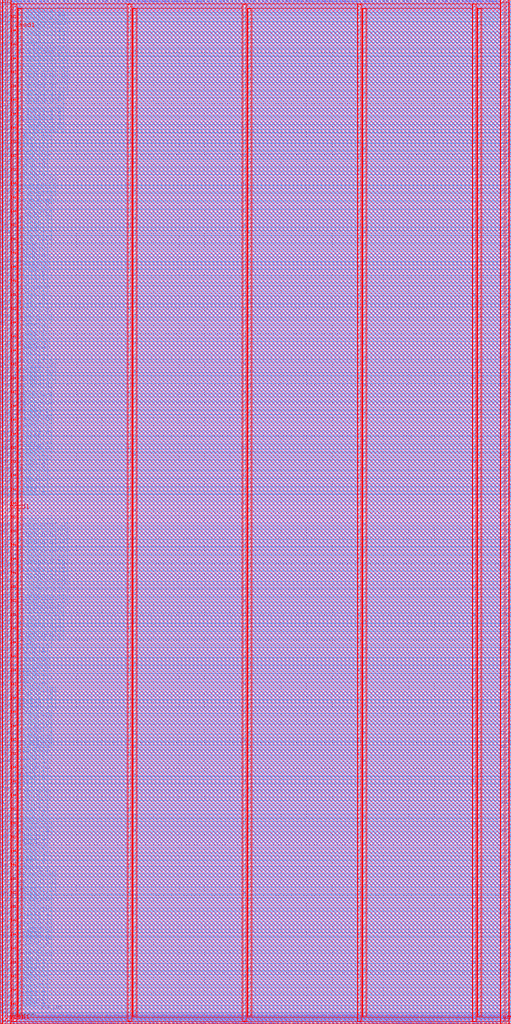
<source format=lef>
##
## LEF for PtnCells ;
## created by Innovus v19.11-s128_1 on Mon Dec  6 21:14:25 2021
##

VERSION 5.7 ;

BUSBITCHARS "[]" ;
DIVIDERCHAR "/" ;

MACRO DSP
  CLASS BLOCK ;
  SIZE 200.100000 BY 400.520000 ;
  FOREIGN DSP 0.000000 0.000000 ;
  ORIGIN 0 0 ;
  SYMMETRY X Y R90 ;
  PIN top_N1BEG[3]
    DIRECTION OUTPUT ;
    USE SIGNAL ;
    ANTENNADIFFAREA 1.782 LAYER met2  ;
    ANTENNAPARTIALMETALAREA 14.5438 LAYER met2  ;
    ANTENNAPARTIALMETALSIDEAREA 72.611 LAYER met2  ;
    PORT
      LAYER met2 ;
        RECT 9.240000 399.820000 9.620000 400.520000 ;
    END
  END top_N1BEG[3]
  PIN top_N1BEG[2]
    DIRECTION OUTPUT ;
    USE SIGNAL ;
    ANTENNADIFFAREA 1.782 LAYER met2  ;
    ANTENNAPARTIALMETALAREA 1.0338 LAYER met2  ;
    ANTENNAPARTIALMETALSIDEAREA 5.061 LAYER met2  ;
    PORT
      LAYER met2 ;
        RECT 7.860000 399.820000 8.240000 400.520000 ;
    END
  END top_N1BEG[2]
  PIN top_N1BEG[1]
    DIRECTION OUTPUT ;
    USE SIGNAL ;
    ANTENNADIFFAREA 1.782 LAYER met2  ;
    ANTENNAPARTIALMETALAREA 0.9386 LAYER met2  ;
    ANTENNAPARTIALMETALSIDEAREA 4.585 LAYER met2  ;
    PORT
      LAYER met2 ;
        RECT 6.480000 399.820000 6.860000 400.520000 ;
    END
  END top_N1BEG[1]
  PIN top_N1BEG[0]
    DIRECTION OUTPUT ;
    USE SIGNAL ;
    ANTENNADIFFAREA 1.782 LAYER met2  ;
    ANTENNAPARTIALMETALAREA 0.8 LAYER met2  ;
    ANTENNAPARTIALMETALSIDEAREA 3.892 LAYER met2  ;
    PORT
      LAYER met2 ;
        RECT 5.100000 399.820000 5.480000 400.520000 ;
    END
  END top_N1BEG[0]
  PIN top_N2BEG[7]
    DIRECTION OUTPUT ;
    USE SIGNAL ;
    ANTENNADIFFAREA 1.782 LAYER met2  ;
    ANTENNAPARTIALMETALAREA 1.7478 LAYER met2  ;
    ANTENNAPARTIALMETALSIDEAREA 8.631 LAYER met2  ;
    PORT
      LAYER met2 ;
        RECT 21.660000 399.820000 22.040000 400.520000 ;
    END
  END top_N2BEG[7]
  PIN top_N2BEG[6]
    DIRECTION OUTPUT ;
    USE SIGNAL ;
    ANTENNADIFFAREA 1.782 LAYER met2  ;
    ANTENNAPARTIALMETALAREA 1.4146 LAYER met2  ;
    ANTENNAPARTIALMETALSIDEAREA 6.965 LAYER met2  ;
    PORT
      LAYER met2 ;
        RECT 20.280000 399.820000 20.660000 400.520000 ;
    END
  END top_N2BEG[6]
  PIN top_N2BEG[5]
    DIRECTION OUTPUT ;
    USE SIGNAL ;
    ANTENNADIFFAREA 1.782 LAYER met2  ;
    ANTENNAPARTIALMETALAREA 1.4958 LAYER met2  ;
    ANTENNAPARTIALMETALSIDEAREA 7.371 LAYER met2  ;
    PORT
      LAYER met2 ;
        RECT 18.440000 399.820000 18.820000 400.520000 ;
    END
  END top_N2BEG[5]
  PIN top_N2BEG[4]
    DIRECTION OUTPUT ;
    USE SIGNAL ;
    ANTENNADIFFAREA 1.782 LAYER met2  ;
    ANTENNAPARTIALMETALAREA 1.7681 LAYER met2  ;
    ANTENNAPARTIALMETALSIDEAREA 8.7325 LAYER met2  ;
    PORT
      LAYER met2 ;
        RECT 17.060000 399.820000 17.440000 400.520000 ;
    END
  END top_N2BEG[4]
  PIN top_N2BEG[3]
    DIRECTION OUTPUT ;
    USE SIGNAL ;
    ANTENNADIFFAREA 1.782 LAYER met2  ;
    ANTENNAPARTIALMETALAREA 11.2258 LAYER met2  ;
    ANTENNAPARTIALMETALSIDEAREA 56.021 LAYER met2  ;
    PORT
      LAYER met2 ;
        RECT 15.680000 399.820000 16.060000 400.520000 ;
    END
  END top_N2BEG[3]
  PIN top_N2BEG[2]
    DIRECTION OUTPUT ;
    USE SIGNAL ;
    ANTENNADIFFAREA 1.782 LAYER met2  ;
    ANTENNAPARTIALMETALAREA 2.1762 LAYER met2  ;
    ANTENNAPARTIALMETALSIDEAREA 10.773 LAYER met2  ;
    PORT
      LAYER met2 ;
        RECT 13.840000 399.820000 14.220000 400.520000 ;
    END
  END top_N2BEG[2]
  PIN top_N2BEG[1]
    DIRECTION OUTPUT ;
    USE SIGNAL ;
    ANTENNADIFFAREA 1.782 LAYER met2  ;
    ANTENNAPARTIALMETALAREA 8.315 LAYER met2  ;
    ANTENNAPARTIALMETALSIDEAREA 41.349 LAYER met2  ;
    PORT
      LAYER met2 ;
        RECT 12.460000 399.820000 12.840000 400.520000 ;
    END
  END top_N2BEG[1]
  PIN top_N2BEG[0]
    DIRECTION OUTPUT ;
    USE SIGNAL ;
    ANTENNADIFFAREA 1.782 LAYER met2  ;
    ANTENNAPARTIALMETALAREA 1.0814 LAYER met2  ;
    ANTENNAPARTIALMETALSIDEAREA 5.299 LAYER met2  ;
    PORT
      LAYER met2 ;
        RECT 11.080000 399.820000 11.460000 400.520000 ;
    END
  END top_N2BEG[0]
  PIN top_N2BEGb[7]
    DIRECTION OUTPUT ;
    USE SIGNAL ;
    ANTENNAPARTIALMETALAREA 1.2927 LAYER met2  ;
    ANTENNAPARTIALMETALSIDEAREA 6.1845 LAYER met2  ;
    ANTENNAPARTIALCUTAREA 0.04 LAYER via2  ;
    ANTENNADIFFAREA 1.782 LAYER met3  ;
    ANTENNAPARTIALMETALAREA 8.8578 LAYER met3  ;
    ANTENNAPARTIALMETALSIDEAREA 47.712 LAYER met3  ;
    PORT
      LAYER met2 ;
        RECT 34.080000 399.820000 34.460000 400.520000 ;
    END
  END top_N2BEGb[7]
  PIN top_N2BEGb[6]
    DIRECTION OUTPUT ;
    USE SIGNAL ;
    ANTENNADIFFAREA 1.782 LAYER met2  ;
    ANTENNAPARTIALMETALAREA 1.5362 LAYER met2  ;
    ANTENNAPARTIALMETALSIDEAREA 7.455 LAYER met2  ;
    PORT
      LAYER met2 ;
        RECT 32.240000 399.820000 32.620000 400.520000 ;
    END
  END top_N2BEGb[6]
  PIN top_N2BEGb[5]
    DIRECTION OUTPUT ;
    USE SIGNAL ;
    ANTENNADIFFAREA 1.782 LAYER met2  ;
    ANTENNAPARTIALMETALAREA 1.917 LAYER met2  ;
    ANTENNAPARTIALMETALSIDEAREA 9.359 LAYER met2  ;
    PORT
      LAYER met2 ;
        RECT 30.860000 399.820000 31.240000 400.520000 ;
    END
  END top_N2BEGb[5]
  PIN top_N2BEGb[4]
    DIRECTION OUTPUT ;
    USE SIGNAL ;
    ANTENNADIFFAREA 1.782 LAYER met2  ;
    ANTENNAPARTIALMETALAREA 1.843 LAYER met2  ;
    ANTENNAPARTIALMETALSIDEAREA 9.107 LAYER met2  ;
    PORT
      LAYER met2 ;
        RECT 29.480000 399.820000 29.860000 400.520000 ;
    END
  END top_N2BEGb[4]
  PIN top_N2BEGb[3]
    DIRECTION OUTPUT ;
    USE SIGNAL ;
    ANTENNAPARTIALMETALAREA 0.1463 LAYER met2  ;
    ANTENNAPARTIALMETALSIDEAREA 0.5705 LAYER met2  ;
    ANTENNAPARTIALCUTAREA 0.04 LAYER via2  ;
    ANTENNADIFFAREA 1.782 LAYER met3  ;
    ANTENNAPARTIALMETALAREA 5.3628 LAYER met3  ;
    ANTENNAPARTIALMETALSIDEAREA 29.072 LAYER met3  ;
    PORT
      LAYER met2 ;
        RECT 27.640000 399.820000 28.020000 400.520000 ;
    END
  END top_N2BEGb[3]
  PIN top_N2BEGb[2]
    DIRECTION OUTPUT ;
    USE SIGNAL ;
    ANTENNAPARTIALMETALAREA 0.9149 LAYER met2  ;
    ANTENNAPARTIALMETALSIDEAREA 4.4135 LAYER met2  ;
    ANTENNAPARTIALCUTAREA 0.04 LAYER via2  ;
    ANTENNAPARTIALMETALAREA 18.496 LAYER met3  ;
    ANTENNAPARTIALMETALSIDEAREA 99.112 LAYER met3  ;
    ANTENNAPARTIALCUTAREA 0.04 LAYER via3  ;
    ANTENNADIFFAREA 1.782 LAYER met4  ;
    ANTENNAPARTIALMETALAREA 0.6678 LAYER met4  ;
    ANTENNAPARTIALMETALSIDEAREA 4.032 LAYER met4  ;
    PORT
      LAYER met2 ;
        RECT 26.260000 399.820000 26.640000 400.520000 ;
    END
  END top_N2BEGb[2]
  PIN top_N2BEGb[1]
    DIRECTION OUTPUT ;
    USE SIGNAL ;
    ANTENNADIFFAREA 1.782 LAYER met2  ;
    ANTENNAPARTIALMETALAREA 1.7126 LAYER met2  ;
    ANTENNAPARTIALMETALSIDEAREA 8.337 LAYER met2  ;
    PORT
      LAYER met2 ;
        RECT 24.880000 399.820000 25.260000 400.520000 ;
    END
  END top_N2BEGb[1]
  PIN top_N2BEGb[0]
    DIRECTION OUTPUT ;
    USE SIGNAL ;
    ANTENNADIFFAREA 1.782 LAYER met2  ;
    ANTENNAPARTIALMETALAREA 1.8414 LAYER met2  ;
    ANTENNAPARTIALMETALSIDEAREA 8.981 LAYER met2  ;
    PORT
      LAYER met2 ;
        RECT 23.040000 399.820000 23.420000 400.520000 ;
    END
  END top_N2BEGb[0]
  PIN top_N4BEG[15]
    DIRECTION OUTPUT ;
    USE SIGNAL ;
    ANTENNADIFFAREA 1.782 LAYER met2  ;
    ANTENNAPARTIALMETALAREA 10.9934 LAYER met2  ;
    ANTENNAPARTIALMETALSIDEAREA 54.859 LAYER met2  ;
    PORT
      LAYER met2 ;
        RECT 58.460000 399.820000 58.840000 400.520000 ;
    END
  END top_N4BEG[15]
  PIN top_N4BEG[14]
    DIRECTION OUTPUT ;
    USE SIGNAL ;
    ANTENNADIFFAREA 1.782 LAYER met2  ;
    ANTENNAPARTIALMETALAREA 2.1454 LAYER met2  ;
    ANTENNAPARTIALMETALSIDEAREA 10.619 LAYER met2  ;
    PORT
      LAYER met2 ;
        RECT 56.620000 399.820000 57.000000 400.520000 ;
    END
  END top_N4BEG[14]
  PIN top_N4BEG[13]
    DIRECTION OUTPUT ;
    USE SIGNAL ;
    ANTENNADIFFAREA 1.782 LAYER met2  ;
    ANTENNAPARTIALMETALAREA 2.4982 LAYER met2  ;
    ANTENNAPARTIALMETALSIDEAREA 12.383 LAYER met2  ;
    PORT
      LAYER met2 ;
        RECT 55.240000 399.820000 55.620000 400.520000 ;
    END
  END top_N4BEG[13]
  PIN top_N4BEG[12]
    DIRECTION OUTPUT ;
    USE SIGNAL ;
    ANTENNAPARTIALMETALAREA 0.8295 LAYER met2  ;
    ANTENNAPARTIALMETALSIDEAREA 3.9865 LAYER met2  ;
    ANTENNAPARTIALCUTAREA 0.04 LAYER via2  ;
    ANTENNAPARTIALMETALAREA 1.435 LAYER met3  ;
    ANTENNAPARTIALMETALSIDEAREA 8.12 LAYER met3  ;
    ANTENNAPARTIALCUTAREA 0.04 LAYER via3  ;
    ANTENNADIFFAREA 1.782 LAYER met4  ;
    ANTENNAPARTIALMETALAREA 22.8828 LAYER met4  ;
    ANTENNAPARTIALMETALSIDEAREA 122.512 LAYER met4  ;
    PORT
      LAYER met2 ;
        RECT 53.860000 399.820000 54.240000 400.520000 ;
    END
  END top_N4BEG[12]
  PIN top_N4BEG[11]
    DIRECTION OUTPUT ;
    USE SIGNAL ;
    ANTENNADIFFAREA 1.782 LAYER met2  ;
    ANTENNAPARTIALMETALAREA 1.4958 LAYER met2  ;
    ANTENNAPARTIALMETALSIDEAREA 7.371 LAYER met2  ;
    PORT
      LAYER met2 ;
        RECT 52.480000 399.820000 52.860000 400.520000 ;
    END
  END top_N4BEG[11]
  PIN top_N4BEG[10]
    DIRECTION OUTPUT ;
    USE SIGNAL ;
    ANTENNADIFFAREA 1.782 LAYER met2  ;
    ANTENNAPARTIALMETALAREA 1.6078 LAYER met2  ;
    ANTENNAPARTIALMETALSIDEAREA 7.931 LAYER met2  ;
    PORT
      LAYER met2 ;
        RECT 50.640000 399.820000 51.020000 400.520000 ;
    END
  END top_N4BEG[10]
  PIN top_N4BEG[9]
    DIRECTION OUTPUT ;
    USE SIGNAL ;
    ANTENNADIFFAREA 1.782 LAYER met2  ;
    ANTENNAPARTIALMETALAREA 0.9869 LAYER met2  ;
    ANTENNAPARTIALMETALSIDEAREA 4.8265 LAYER met2  ;
    PORT
      LAYER met2 ;
        RECT 49.260000 399.820000 49.640000 400.520000 ;
    END
  END top_N4BEG[9]
  PIN top_N4BEG[8]
    DIRECTION OUTPUT ;
    USE SIGNAL ;
    ANTENNAPARTIALMETALAREA 0.7441 LAYER met2  ;
    ANTENNAPARTIALMETALSIDEAREA 3.5595 LAYER met2  ;
    ANTENNAPARTIALCUTAREA 0.04 LAYER via2  ;
    ANTENNADIFFAREA 1.782 LAYER met3  ;
    ANTENNAPARTIALMETALAREA 5.0388 LAYER met3  ;
    ANTENNAPARTIALMETALSIDEAREA 27.344 LAYER met3  ;
    PORT
      LAYER met2 ;
        RECT 47.880000 399.820000 48.260000 400.520000 ;
    END
  END top_N4BEG[8]
  PIN top_N4BEG[7]
    DIRECTION OUTPUT ;
    USE SIGNAL ;
    ANTENNAPARTIALMETALAREA 0.1463 LAYER met2  ;
    ANTENNAPARTIALMETALSIDEAREA 0.5705 LAYER met2  ;
    ANTENNAPARTIALCUTAREA 0.04 LAYER via2  ;
    ANTENNADIFFAREA 1.782 LAYER met3  ;
    ANTENNAPARTIALMETALAREA 3.9828 LAYER met3  ;
    ANTENNAPARTIALMETALSIDEAREA 21.712 LAYER met3  ;
    PORT
      LAYER met2 ;
        RECT 46.040000 399.820000 46.420000 400.520000 ;
    END
  END top_N4BEG[7]
  PIN top_N4BEG[6]
    DIRECTION OUTPUT ;
    USE SIGNAL ;
    ANTENNADIFFAREA 1.782 LAYER met2  ;
    ANTENNAPARTIALMETALAREA 1.479 LAYER met2  ;
    ANTENNAPARTIALMETALSIDEAREA 7.287 LAYER met2  ;
    PORT
      LAYER met2 ;
        RECT 44.660000 399.820000 45.040000 400.520000 ;
    END
  END top_N4BEG[6]
  PIN top_N4BEG[5]
    DIRECTION OUTPUT ;
    USE SIGNAL ;
    ANTENNADIFFAREA 1.782 LAYER met2  ;
    ANTENNAPARTIALMETALAREA 1.115 LAYER met2  ;
    ANTENNAPARTIALMETALSIDEAREA 5.467 LAYER met2  ;
    PORT
      LAYER met2 ;
        RECT 43.280000 399.820000 43.660000 400.520000 ;
    END
  END top_N4BEG[5]
  PIN top_N4BEG[4]
    DIRECTION OUTPUT ;
    USE SIGNAL ;
    ANTENNADIFFAREA 1.782 LAYER met2  ;
    ANTENNAPARTIALMETALAREA 1.1458 LAYER met2  ;
    ANTENNAPARTIALMETALSIDEAREA 5.621 LAYER met2  ;
    PORT
      LAYER met2 ;
        RECT 41.440000 399.820000 41.820000 400.520000 ;
    END
  END top_N4BEG[4]
  PIN top_N4BEG[3]
    DIRECTION OUTPUT ;
    USE SIGNAL ;
    ANTENNADIFFAREA 1.782 LAYER met2  ;
    ANTENNAPARTIALMETALAREA 1.9074 LAYER met2  ;
    ANTENNAPARTIALMETALSIDEAREA 9.429 LAYER met2  ;
    PORT
      LAYER met2 ;
        RECT 40.060000 399.820000 40.440000 400.520000 ;
    END
  END top_N4BEG[3]
  PIN top_N4BEG[2]
    DIRECTION OUTPUT ;
    USE SIGNAL ;
    ANTENNADIFFAREA 1.782 LAYER met2  ;
    ANTENNAPARTIALMETALAREA 1.5434 LAYER met2  ;
    ANTENNAPARTIALMETALSIDEAREA 7.609 LAYER met2  ;
    PORT
      LAYER met2 ;
        RECT 38.680000 399.820000 39.060000 400.520000 ;
    END
  END top_N4BEG[2]
  PIN top_N4BEG[1]
    DIRECTION OUTPUT ;
    USE SIGNAL ;
    ANTENNADIFFAREA 1.782 LAYER met2  ;
    ANTENNAPARTIALMETALAREA 0.9862 LAYER met2  ;
    ANTENNAPARTIALMETALSIDEAREA 4.823 LAYER met2  ;
    PORT
      LAYER met2 ;
        RECT 36.840000 399.820000 37.220000 400.520000 ;
    END
  END top_N4BEG[1]
  PIN top_N4BEG[0]
    DIRECTION OUTPUT ;
    USE SIGNAL ;
    ANTENNADIFFAREA 1.782 LAYER met2  ;
    ANTENNAPARTIALMETALAREA 0.9862 LAYER met2  ;
    ANTENNAPARTIALMETALSIDEAREA 4.823 LAYER met2  ;
    PORT
      LAYER met2 ;
        RECT 35.460000 399.820000 35.840000 400.520000 ;
    END
  END top_N4BEG[0]
  PIN top_NN4BEG[15]
    DIRECTION OUTPUT ;
    USE SIGNAL ;
    ANTENNADIFFAREA 1.782 LAYER met2  ;
    ANTENNAPARTIALMETALAREA 7.7167 LAYER met2  ;
    ANTENNAPARTIALMETALSIDEAREA 38.4755 LAYER met2  ;
    PORT
      LAYER met2 ;
        RECT 82.840000 399.820000 83.220000 400.520000 ;
    END
  END top_NN4BEG[15]
  PIN top_NN4BEG[14]
    DIRECTION OUTPUT ;
    USE SIGNAL ;
    ANTENNADIFFAREA 1.782 LAYER met2  ;
    ANTENNAPARTIALMETALAREA 6.6702 LAYER met2  ;
    ANTENNAPARTIALMETALSIDEAREA 33.243 LAYER met2  ;
    PORT
      LAYER met2 ;
        RECT 81.460000 399.820000 81.840000 400.520000 ;
    END
  END top_NN4BEG[14]
  PIN top_NN4BEG[13]
    DIRECTION OUTPUT ;
    USE SIGNAL ;
    ANTENNADIFFAREA 1.782 LAYER met2  ;
    ANTENNAPARTIALMETALAREA 1.1078 LAYER met2  ;
    ANTENNAPARTIALMETALSIDEAREA 5.313 LAYER met2  ;
    PORT
      LAYER met2 ;
        RECT 79.620000 399.820000 80.000000 400.520000 ;
    END
  END top_NN4BEG[13]
  PIN top_NN4BEG[12]
    DIRECTION OUTPUT ;
    USE SIGNAL ;
    ANTENNADIFFAREA 1.782 LAYER met2  ;
    ANTENNAPARTIALMETALAREA 1.1078 LAYER met2  ;
    ANTENNAPARTIALMETALSIDEAREA 5.313 LAYER met2  ;
    PORT
      LAYER met2 ;
        RECT 78.240000 399.820000 78.620000 400.520000 ;
    END
  END top_NN4BEG[12]
  PIN top_NN4BEG[11]
    DIRECTION OUTPUT ;
    USE SIGNAL ;
    ANTENNADIFFAREA 1.782 LAYER met2  ;
    ANTENNAPARTIALMETALAREA 1.9242 LAYER met2  ;
    ANTENNAPARTIALMETALSIDEAREA 9.513 LAYER met2  ;
    PORT
      LAYER met2 ;
        RECT 76.860000 399.820000 77.240000 400.520000 ;
    END
  END top_NN4BEG[11]
  PIN top_NN4BEG[10]
    DIRECTION OUTPUT ;
    USE SIGNAL ;
    ANTENNADIFFAREA 1.782 LAYER met2  ;
    ANTENNAPARTIALMETALAREA 1.0644 LAYER met2  ;
    ANTENNAPARTIALMETALSIDEAREA 5.096 LAYER met2  ;
    PORT
      LAYER met2 ;
        RECT 75.020000 399.820000 75.400000 400.520000 ;
    END
  END top_NN4BEG[10]
  PIN top_NN4BEG[9]
    DIRECTION OUTPUT ;
    USE SIGNAL ;
    ANTENNADIFFAREA 1.782 LAYER met2  ;
    ANTENNAPARTIALMETALAREA 1.3194 LAYER met2  ;
    ANTENNAPARTIALMETALSIDEAREA 6.489 LAYER met2  ;
    PORT
      LAYER met2 ;
        RECT 73.640000 399.820000 74.020000 400.520000 ;
    END
  END top_NN4BEG[9]
  PIN top_NN4BEG[8]
    DIRECTION OUTPUT ;
    USE SIGNAL ;
    ANTENNADIFFAREA 1.782 LAYER met2  ;
    ANTENNAPARTIALMETALAREA 1.9506 LAYER met2  ;
    ANTENNAPARTIALMETALSIDEAREA 9.527 LAYER met2  ;
    PORT
      LAYER met2 ;
        RECT 72.260000 399.820000 72.640000 400.520000 ;
    END
  END top_NN4BEG[8]
  PIN top_NN4BEG[7]
    DIRECTION OUTPUT ;
    USE SIGNAL ;
    ANTENNADIFFAREA 1.782 LAYER met2  ;
    ANTENNAPARTIALMETALAREA 1.2674 LAYER met2  ;
    ANTENNAPARTIALMETALSIDEAREA 6.111 LAYER met2  ;
    PORT
      LAYER met2 ;
        RECT 70.420000 399.820000 70.800000 400.520000 ;
    END
  END top_NN4BEG[7]
  PIN top_NN4BEG[6]
    DIRECTION OUTPUT ;
    USE SIGNAL ;
    ANTENNADIFFAREA 1.782 LAYER met2  ;
    ANTENNAPARTIALMETALAREA 1.9718 LAYER met2  ;
    ANTENNAPARTIALMETALSIDEAREA 9.751 LAYER met2  ;
    PORT
      LAYER met2 ;
        RECT 69.040000 399.820000 69.420000 400.520000 ;
    END
  END top_NN4BEG[6]
  PIN top_NN4BEG[5]
    DIRECTION OUTPUT ;
    USE SIGNAL ;
    ANTENNADIFFAREA 1.782 LAYER met2  ;
    ANTENNAPARTIALMETALAREA 1.0506 LAYER met2  ;
    ANTENNAPARTIALMETALSIDEAREA 5.145 LAYER met2  ;
    PORT
      LAYER met2 ;
        RECT 67.660000 399.820000 68.040000 400.520000 ;
    END
  END top_NN4BEG[5]
  PIN top_NN4BEG[4]
    DIRECTION OUTPUT ;
    USE SIGNAL ;
    ANTENNADIFFAREA 1.782 LAYER met2  ;
    ANTENNAPARTIALMETALAREA 1.3838 LAYER met2  ;
    ANTENNAPARTIALMETALSIDEAREA 6.811 LAYER met2  ;
    PORT
      LAYER met2 ;
        RECT 65.820000 399.820000 66.200000 400.520000 ;
    END
  END top_NN4BEG[4]
  PIN top_NN4BEG[3]
    DIRECTION OUTPUT ;
    USE SIGNAL ;
    ANTENNADIFFAREA 1.782 LAYER met2  ;
    ANTENNAPARTIALMETALAREA 1.1465 LAYER met2  ;
    ANTENNAPARTIALMETALSIDEAREA 5.6245 LAYER met2  ;
    PORT
      LAYER met2 ;
        RECT 64.440000 399.820000 64.820000 400.520000 ;
    END
  END top_NN4BEG[3]
  PIN top_NN4BEG[2]
    DIRECTION OUTPUT ;
    USE SIGNAL ;
    ANTENNAPARTIALMETALAREA 1.3853 LAYER met2  ;
    ANTENNAPARTIALMETALSIDEAREA 6.7655 LAYER met2  ;
    ANTENNAPARTIALCUTAREA 0.04 LAYER via2  ;
    ANTENNADIFFAREA 1.782 LAYER met3  ;
    ANTENNAPARTIALMETALAREA 1.6368 LAYER met3  ;
    ANTENNAPARTIALMETALSIDEAREA 9.2 LAYER met3  ;
    PORT
      LAYER met2 ;
        RECT 63.060000 399.820000 63.440000 400.520000 ;
    END
  END top_NN4BEG[2]
  PIN top_NN4BEG[1]
    DIRECTION OUTPUT ;
    USE SIGNAL ;
    ANTENNADIFFAREA 1.782 LAYER met2  ;
    ANTENNAPARTIALMETALAREA 1.2102 LAYER met2  ;
    ANTENNAPARTIALMETALSIDEAREA 5.943 LAYER met2  ;
    PORT
      LAYER met2 ;
        RECT 61.220000 399.820000 61.600000 400.520000 ;
    END
  END top_NN4BEG[1]
  PIN top_NN4BEG[0]
    DIRECTION OUTPUT ;
    USE SIGNAL ;
    ANTENNADIFFAREA 1.782 LAYER met2  ;
    ANTENNAPARTIALMETALAREA 1.4629 LAYER met2  ;
    ANTENNAPARTIALMETALSIDEAREA 7.2065 LAYER met2  ;
    PORT
      LAYER met2 ;
        RECT 59.840000 399.820000 60.220000 400.520000 ;
    END
  END top_NN4BEG[0]
  PIN top_S1END[3]
    DIRECTION INPUT ;
    USE SIGNAL ;
    ANTENNAPARTIALMETALAREA 5.5699 LAYER met2  ;
    ANTENNAPARTIALMETALSIDEAREA 27.6885 LAYER met2  ;
    ANTENNAPARTIALCUTAREA 0.04 LAYER via2  ;
    ANTENNADIFFAREA 0.4347 LAYER met3  ;
    ANTENNAPARTIALMETALAREA 17.4594 LAYER met3  ;
    ANTENNAPARTIALMETALSIDEAREA 94.048 LAYER met3  ;
    ANTENNAMODEL OXIDE1 ;
    ANTENNAGATEAREA 1.7067 LAYER met3  ;
    ANTENNAMAXAREACAR 43.9464 LAYER met3  ;
    ANTENNAMAXSIDEAREACAR 215.215 LAYER met3  ;
    ANTENNAMAXCUTCAR 0.826415 LAYER via3  ;
    PORT
      LAYER met2 ;
        RECT 88.820000 399.820000 89.200000 400.520000 ;
    END
  END top_S1END[3]
  PIN top_S1END[2]
    DIRECTION INPUT ;
    USE SIGNAL ;
    ANTENNADIFFAREA 0.4347 LAYER met2  ;
    ANTENNAPARTIALMETALAREA 13.2725 LAYER met2  ;
    ANTENNAPARTIALMETALSIDEAREA 65.5235 LAYER met2  ;
    ANTENNAMODEL OXIDE1 ;
    ANTENNAGATEAREA 0.9117 LAYER met2  ;
    ANTENNAMAXAREACAR 36.6435 LAYER met2  ;
    ANTENNAMAXSIDEAREACAR 175.219 LAYER met2  ;
    ANTENNAPARTIALCUTAREA 0.04 LAYER via2  ;
    ANTENNAMAXCUTCAR 0.367145 LAYER via2  ;
    ANTENNADIFFAREA 0.4347 LAYER met3  ;
    ANTENNAPARTIALMETALAREA 15.4687 LAYER met3  ;
    ANTENNAPARTIALMETALSIDEAREA 82.952 LAYER met3  ;
    ANTENNAGATEAREA 1.5477 LAYER met3  ;
    ANTENNAMAXAREACAR 46.6381 LAYER met3  ;
    ANTENNAMAXSIDEAREACAR 228.816 LAYER met3  ;
    ANTENNAPARTIALCUTAREA 0.04 LAYER via3  ;
    ANTENNAMAXCUTCAR 0.616411 LAYER via3  ;
    ANTENNADIFFAREA 0.4347 LAYER met4  ;
    ANTENNAPARTIALMETALAREA 23.2248 LAYER met4  ;
    ANTENNAPARTIALMETALSIDEAREA 124.336 LAYER met4  ;
    ANTENNAGATEAREA 1.7067 LAYER met4  ;
    ANTENNAMAXAREACAR 60.2462 LAYER met4  ;
    ANTENNAMAXSIDEAREACAR 301.667 LAYER met4  ;
    ANTENNAMAXCUTCAR 0.826415 LAYER via4  ;
    PORT
      LAYER met2 ;
        RECT 87.440000 399.820000 87.820000 400.520000 ;
    END
  END top_S1END[2]
  PIN top_S1END[1]
    DIRECTION INPUT ;
    USE SIGNAL ;
    ANTENNADIFFAREA 0.4347 LAYER met2  ;
    ANTENNAPARTIALMETALAREA 7.0617 LAYER met2  ;
    ANTENNAPARTIALMETALSIDEAREA 34.7935 LAYER met2  ;
    ANTENNAMODEL OXIDE1 ;
    ANTENNAGATEAREA 0.5937 LAYER met2  ;
    ANTENNAMAXAREACAR 18.5608 LAYER met2  ;
    ANTENNAMAXSIDEAREACAR 81.6234 LAYER met2  ;
    ANTENNAPARTIALCUTAREA 0.04 LAYER via2  ;
    ANTENNAMAXCUTCAR 0.532154 LAYER via2  ;
    ANTENNADIFFAREA 0.4347 LAYER met3  ;
    ANTENNAPARTIALMETALAREA 33.1272 LAYER met3  ;
    ANTENNAPARTIALMETALSIDEAREA 177.12 LAYER met3  ;
    ANTENNAGATEAREA 1.5477 LAYER met3  ;
    ANTENNAMAXAREACAR 54.5513 LAYER met3  ;
    ANTENNAMAXSIDEAREACAR 271.01 LAYER met3  ;
    ANTENNAPARTIALCUTAREA 0.04 LAYER via3  ;
    ANTENNAMAXCUTCAR 0.616411 LAYER via3  ;
    ANTENNADIFFAREA 0.4347 LAYER met4  ;
    ANTENNAPARTIALMETALAREA 7.6698 LAYER met4  ;
    ANTENNAPARTIALMETALSIDEAREA 41.376 LAYER met4  ;
    ANTENNAGATEAREA 1.7067 LAYER met4  ;
    ANTENNAMAXAREACAR 59.0452 LAYER met4  ;
    ANTENNAMAXSIDEAREACAR 295.253 LAYER met4  ;
    ANTENNAMAXCUTCAR 0.826415 LAYER via4  ;
    PORT
      LAYER met2 ;
        RECT 86.060000 399.820000 86.440000 400.520000 ;
    END
  END top_S1END[1]
  PIN top_S1END[0]
    DIRECTION INPUT ;
    USE SIGNAL ;
    ANTENNADIFFAREA 0.4347 LAYER met2  ;
    ANTENNAPARTIALMETALAREA 5.0761 LAYER met2  ;
    ANTENNAPARTIALMETALSIDEAREA 24.3705 LAYER met2  ;
    ANTENNAMODEL OXIDE1 ;
    ANTENNAGATEAREA 0.9117 LAYER met2  ;
    ANTENNAMAXAREACAR 13.8251 LAYER met2  ;
    ANTENNAMAXSIDEAREACAR 53.6019 LAYER met2  ;
    ANTENNAPARTIALCUTAREA 0.08 LAYER via2  ;
    ANTENNAMAXCUTCAR 0.411019 LAYER via2  ;
    ANTENNADIFFAREA 0.4347 LAYER met3  ;
    ANTENNAPARTIALMETALAREA 16.6858 LAYER met3  ;
    ANTENNAPARTIALMETALSIDEAREA 89.928 LAYER met3  ;
    ANTENNAGATEAREA 1.3887 LAYER met3  ;
    ANTENNAMAXAREACAR 45.3785 LAYER met3  ;
    ANTENNAMAXSIDEAREACAR 221.524 LAYER met3  ;
    ANTENNAPARTIALCUTAREA 0.04 LAYER via3  ;
    ANTENNAMAXCUTCAR 0.577441 LAYER via3  ;
    ANTENNADIFFAREA 0.4347 LAYER met4  ;
    ANTENNAPARTIALMETALAREA 3.8976 LAYER met4  ;
    ANTENNAPARTIALMETALSIDEAREA 21.728 LAYER met4  ;
    ANTENNAGATEAREA 1.7067 LAYER met4  ;
    ANTENNAMAXAREACAR 60.6831 LAYER met4  ;
    ANTENNAMAXSIDEAREACAR 306.071 LAYER met4  ;
    ANTENNAMAXCUTCAR 1.47107 LAYER via4  ;
    PORT
      LAYER met2 ;
        RECT 84.220000 399.820000 84.600000 400.520000 ;
    END
  END top_S1END[0]
  PIN top_S2MID[7]
    DIRECTION INPUT ;
    USE SIGNAL ;
    ANTENNADIFFAREA 0.4347 LAYER met2  ;
    ANTENNAPARTIALMETALAREA 16.8621 LAYER met2  ;
    ANTENNAPARTIALMETALSIDEAREA 83.4715 LAYER met2  ;
    ANTENNAMODEL OXIDE1 ;
    ANTENNAGATEAREA 1.0707 LAYER met2  ;
    ANTENNAMAXAREACAR 23.1094 LAYER met2  ;
    ANTENNAMAXSIDEAREACAR 108.752 LAYER met2  ;
    ANTENNAPARTIALCUTAREA 0.04 LAYER via2  ;
    ANTENNAMAXCUTCAR 0.502139 LAYER via2  ;
    ANTENNADIFFAREA 0.4347 LAYER met3  ;
    ANTENNAPARTIALMETALAREA 1.711 LAYER met3  ;
    ANTENNAPARTIALMETALSIDEAREA 9.592 LAYER met3  ;
    ANTENNAGATEAREA 1.0707 LAYER met3  ;
    ANTENNAMAXAREACAR 24.7074 LAYER met3  ;
    ANTENNAMAXSIDEAREACAR 117.711 LAYER met3  ;
    ANTENNAPARTIALCUTAREA 0.04 LAYER via3  ;
    ANTENNAMAXCUTCAR 0.539497 LAYER via3  ;
    ANTENNADIFFAREA 0.4347 LAYER met4  ;
    ANTENNAPARTIALMETALAREA 42.7932 LAYER met4  ;
    ANTENNAPARTIALMETALSIDEAREA 229.632 LAYER met4  ;
    ANTENNAGATEAREA 2.0247 LAYER met4  ;
    ANTENNAMAXAREACAR 99.4453 LAYER met4  ;
    ANTENNAMAXSIDEAREACAR 514.78 LAYER met4  ;
    ANTENNAMAXCUTCAR 0.826415 LAYER via4  ;
    PORT
      LAYER met2 ;
        RECT 113.200000 399.820000 113.580000 400.520000 ;
    END
  END top_S2MID[7]
  PIN top_S2MID[6]
    DIRECTION INPUT ;
    USE SIGNAL ;
    ANTENNADIFFAREA 0.4347 LAYER met2  ;
    ANTENNAPARTIALMETALAREA 3.7505 LAYER met2  ;
    ANTENNAPARTIALMETALSIDEAREA 18.4835 LAYER met2  ;
    ANTENNAMODEL OXIDE1 ;
    ANTENNAGATEAREA 0.4347 LAYER met2  ;
    ANTENNAMAXAREACAR 12.9837 LAYER met2  ;
    ANTENNAMAXSIDEAREACAR 46.4182 LAYER met2  ;
    ANTENNAPARTIALCUTAREA 0.04 LAYER via2  ;
    ANTENNAMAXCUTCAR 0.21026 LAYER via2  ;
    ANTENNADIFFAREA 0.4347 LAYER met3  ;
    ANTENNAPARTIALMETALAREA 0.255 LAYER met3  ;
    ANTENNAPARTIALMETALSIDEAREA 1.808 LAYER met3  ;
    ANTENNAGATEAREA 0.4347 LAYER met3  ;
    ANTENNAMAXAREACAR 13.5703 LAYER met3  ;
    ANTENNAMAXSIDEAREACAR 50.5774 LAYER met3  ;
    ANTENNAPARTIALCUTAREA 0.04 LAYER via3  ;
    ANTENNAMAXCUTCAR 0.302277 LAYER via3  ;
    ANTENNADIFFAREA 0.4347 LAYER met4  ;
    ANTENNAPARTIALMETALAREA 76.8354 LAYER met4  ;
    ANTENNAPARTIALMETALSIDEAREA 411.2 LAYER met4  ;
    ANTENNAGATEAREA 1.7067 LAYER met4  ;
    ANTENNAMAXAREACAR 118.687 LAYER met4  ;
    ANTENNAMAXSIDEAREACAR 623.445 LAYER met4  ;
    ANTENNAMAXCUTCAR 0.952201 LAYER via4  ;
    PORT
      LAYER met2 ;
        RECT 111.820000 399.820000 112.200000 400.520000 ;
    END
  END top_S2MID[6]
  PIN top_S2MID[5]
    DIRECTION INPUT ;
    USE SIGNAL ;
    ANTENNADIFFAREA 0.4347 LAYER met2  ;
    ANTENNAPARTIALMETALAREA 1.9759 LAYER met2  ;
    ANTENNAPARTIALMETALSIDEAREA 9.6005 LAYER met2  ;
    ANTENNAMODEL OXIDE1 ;
    ANTENNAGATEAREA 0.4347 LAYER met2  ;
    ANTENNAMAXAREACAR 10.7723 LAYER met2  ;
    ANTENNAMAXSIDEAREACAR 35.0897 LAYER met2  ;
    ANTENNAPARTIALCUTAREA 0.04 LAYER via2  ;
    ANTENNAMAXCUTCAR 0.26202 LAYER via2  ;
    ANTENNADIFFAREA 0.4347 LAYER met3  ;
    ANTENNAPARTIALMETALAREA 0.814 LAYER met3  ;
    ANTENNAPARTIALMETALSIDEAREA 4.808 LAYER met3  ;
    ANTENNAGATEAREA 0.4347 LAYER met3  ;
    ANTENNAMAXAREACAR 12.6448 LAYER met3  ;
    ANTENNAMAXSIDEAREACAR 46.1502 LAYER met3  ;
    ANTENNAPARTIALCUTAREA 0.04 LAYER via3  ;
    ANTENNAMAXCUTCAR 0.354037 LAYER via3  ;
    ANTENNADIFFAREA 0.4347 LAYER met4  ;
    ANTENNAPARTIALMETALAREA 51.2634 LAYER met4  ;
    ANTENNAPARTIALMETALSIDEAREA 274.816 LAYER met4  ;
    ANTENNAGATEAREA 1.8657 LAYER met4  ;
    ANTENNAMAXAREACAR 76.4863 LAYER met4  ;
    ANTENNAMAXSIDEAREACAR 397.323 LAYER met4  ;
    ANTENNAMAXCUTCAR 1.47107 LAYER via4  ;
    PORT
      LAYER met2 ;
        RECT 110.440000 399.820000 110.820000 400.520000 ;
    END
  END top_S2MID[5]
  PIN top_S2MID[4]
    DIRECTION INPUT ;
    USE SIGNAL ;
    ANTENNADIFFAREA 0.4347 LAYER met2  ;
    ANTENNAPARTIALMETALAREA 29.2341 LAYER met2  ;
    ANTENNAPARTIALMETALSIDEAREA 145.45 LAYER met2  ;
    ANTENNAMODEL OXIDE1 ;
    ANTENNAGATEAREA 0.9117 LAYER met2  ;
    ANTENNAMAXAREACAR 51.0774 LAYER met2  ;
    ANTENNAMAXSIDEAREACAR 246.838 LAYER met2  ;
    ANTENNAPARTIALCUTAREA 0.04 LAYER via2  ;
    ANTENNAMAXCUTCAR 0.508654 LAYER via2  ;
    ANTENNADIFFAREA 0.4347 LAYER met3  ;
    ANTENNAPARTIALMETALAREA 11.944 LAYER met3  ;
    ANTENNAPARTIALMETALSIDEAREA 64.168 LAYER met3  ;
    ANTENNAGATEAREA 0.9117 LAYER met3  ;
    ANTENNAMAXAREACAR 64.1782 LAYER met3  ;
    ANTENNAMAXSIDEAREACAR 317.221 LAYER met3  ;
    ANTENNAPARTIALCUTAREA 0.04 LAYER via3  ;
    ANTENNAMAXCUTCAR 0.552528 LAYER via3  ;
    ANTENNADIFFAREA 0.4347 LAYER met4  ;
    ANTENNAPARTIALMETALAREA 48.2796 LAYER met4  ;
    ANTENNAPARTIALMETALSIDEAREA 258.432 LAYER met4  ;
    ANTENNAGATEAREA 1.7067 LAYER met4  ;
    ANTENNAMAXAREACAR 92.4665 LAYER met4  ;
    ANTENNAMAXSIDEAREACAR 468.643 LAYER met4  ;
    ANTENNAMAXCUTCAR 1.47107 LAYER via4  ;
    PORT
      LAYER met2 ;
        RECT 108.600000 399.820000 108.980000 400.520000 ;
    END
  END top_S2MID[4]
  PIN top_S2MID[3]
    DIRECTION INPUT ;
    USE SIGNAL ;
    ANTENNADIFFAREA 0.4347 LAYER met2  ;
    ANTENNAPARTIALMETALAREA 1.9759 LAYER met2  ;
    ANTENNAPARTIALMETALSIDEAREA 9.6005 LAYER met2  ;
    ANTENNAMODEL OXIDE1 ;
    ANTENNAGATEAREA 0.4347 LAYER met2  ;
    ANTENNAMAXAREACAR 11.3648 LAYER met2  ;
    ANTENNAMAXSIDEAREACAR 38.0527 LAYER met2  ;
    ANTENNAPARTIALCUTAREA 0.04 LAYER via2  ;
    ANTENNAMAXCUTCAR 0.26202 LAYER via2  ;
    ANTENNADIFFAREA 0.4347 LAYER met3  ;
    ANTENNAPARTIALMETALAREA 4.471 LAYER met3  ;
    ANTENNAPARTIALMETALSIDEAREA 24.312 LAYER met3  ;
    ANTENNAGATEAREA 0.4347 LAYER met3  ;
    ANTENNAMAXAREACAR 21.6501 LAYER met3  ;
    ANTENNAMAXSIDEAREACAR 93.9809 LAYER met3  ;
    ANTENNAPARTIALCUTAREA 0.04 LAYER via3  ;
    ANTENNAMAXCUTCAR 0.354037 LAYER via3  ;
    ANTENNADIFFAREA 0.4347 LAYER met4  ;
    ANTENNAPARTIALMETALAREA 82.0335 LAYER met4  ;
    ANTENNAPARTIALMETALSIDEAREA 438.448 LAYER met4  ;
    ANTENNAGATEAREA 2.0247 LAYER met4  ;
    ANTENNAMAXAREACAR 93.9982 LAYER met4  ;
    ANTENNAMAXSIDEAREACAR 478.251 LAYER met4  ;
    ANTENNAMAXCUTCAR 0.637736 LAYER via4  ;
    PORT
      LAYER met2 ;
        RECT 107.220000 399.820000 107.600000 400.520000 ;
    END
  END top_S2MID[3]
  PIN top_S2MID[2]
    DIRECTION INPUT ;
    USE SIGNAL ;
    ANTENNADIFFAREA 0.4347 LAYER met2  ;
    ANTENNAPARTIALMETALAREA 2.2705 LAYER met2  ;
    ANTENNAPARTIALMETALSIDEAREA 10.9655 LAYER met2  ;
    ANTENNAMODEL OXIDE1 ;
    ANTENNAGATEAREA 0.4347 LAYER met2  ;
    ANTENNAMAXAREACAR 9.57902 LAYER met2  ;
    ANTENNAMAXSIDEAREACAR 29.1235 LAYER met2  ;
    ANTENNAPARTIALCUTAREA 0.04 LAYER via2  ;
    ANTENNAMAXCUTCAR 0.21026 LAYER via2  ;
    ANTENNADIFFAREA 0.4347 LAYER met3  ;
    ANTENNAPARTIALMETALAREA 2.677 LAYER met3  ;
    ANTENNAPARTIALMETALSIDEAREA 14.744 LAYER met3  ;
    ANTENNAGATEAREA 0.4347 LAYER met3  ;
    ANTENNAMAXAREACAR 15.7373 LAYER met3  ;
    ANTENNAMAXSIDEAREACAR 63.0412 LAYER met3  ;
    ANTENNAPARTIALCUTAREA 0.04 LAYER via3  ;
    ANTENNAMAXCUTCAR 0.302277 LAYER via3  ;
    ANTENNADIFFAREA 0.4347 LAYER met4  ;
    ANTENNAPARTIALMETALAREA 96.5046 LAYER met4  ;
    ANTENNAPARTIALMETALSIDEAREA 515.632 LAYER met4  ;
    ANTENNAGATEAREA 1.8657 LAYER met4  ;
    ANTENNAMAXAREACAR 87.5165 LAYER met4  ;
    ANTENNAMAXSIDEAREACAR 456.296 LAYER met4  ;
    ANTENNAMAXCUTCAR 0.6587 LAYER via4  ;
    PORT
      LAYER met2 ;
        RECT 105.840000 399.820000 106.220000 400.520000 ;
    END
  END top_S2MID[2]
  PIN top_S2MID[1]
    DIRECTION INPUT ;
    USE SIGNAL ;
    ANTENNADIFFAREA 0.4347 LAYER met2  ;
    ANTENNAPARTIALMETALAREA 3.4501 LAYER met2  ;
    ANTENNAPARTIALMETALSIDEAREA 16.9715 LAYER met2  ;
    ANTENNAMODEL OXIDE1 ;
    ANTENNAGATEAREA 0.4347 LAYER met2  ;
    ANTENNAMAXAREACAR 14.3117 LAYER met2  ;
    ANTENNAMAXSIDEAREACAR 52.787 LAYER met2  ;
    ANTENNAPARTIALCUTAREA 0.04 LAYER via2  ;
    ANTENNAMAXCUTCAR 0.26202 LAYER via2  ;
    ANTENNADIFFAREA 0.4347 LAYER met3  ;
    ANTENNAPARTIALMETALAREA 1.09 LAYER met3  ;
    ANTENNAPARTIALMETALSIDEAREA 6.28 LAYER met3  ;
    ANTENNAGATEAREA 0.4347 LAYER met3  ;
    ANTENNAMAXAREACAR 16.8192 LAYER met3  ;
    ANTENNAMAXSIDEAREACAR 67.2337 LAYER met3  ;
    ANTENNAPARTIALCUTAREA 0.04 LAYER via3  ;
    ANTENNAMAXCUTCAR 0.354037 LAYER via3  ;
    ANTENNADIFFAREA 0.4347 LAYER met4  ;
    ANTENNAPARTIALMETALAREA 68.4642 LAYER met4  ;
    ANTENNAPARTIALMETALSIDEAREA 367.024 LAYER met4  ;
    ANTENNAGATEAREA 2.0247 LAYER met4  ;
    ANTENNAMAXAREACAR 93.3919 LAYER met4  ;
    ANTENNAMAXSIDEAREACAR 483.695 LAYER met4  ;
    ANTENNAMAXCUTCAR 0.967925 LAYER via4  ;
    PORT
      LAYER met2 ;
        RECT 104.000000 399.820000 104.380000 400.520000 ;
    END
  END top_S2MID[1]
  PIN top_S2MID[0]
    DIRECTION INPUT ;
    USE SIGNAL ;
    ANTENNADIFFAREA 0.4347 LAYER met2  ;
    ANTENNAPARTIALMETALAREA 3.2171 LAYER met2  ;
    ANTENNAPARTIALMETALSIDEAREA 15.8165 LAYER met2  ;
    ANTENNAMODEL OXIDE1 ;
    ANTENNAGATEAREA 0.4347 LAYER met2  ;
    ANTENNAMAXAREACAR 11.6085 LAYER met2  ;
    ANTENNAMAXSIDEAREACAR 39.5422 LAYER met2  ;
    ANTENNAPARTIALCUTAREA 0.04 LAYER via2  ;
    ANTENNAMAXCUTCAR 0.21026 LAYER via2  ;
    ANTENNADIFFAREA 0.4347 LAYER met3  ;
    ANTENNAPARTIALMETALAREA 3.712 LAYER met3  ;
    ANTENNAPARTIALMETALSIDEAREA 20.264 LAYER met3  ;
    ANTENNAGATEAREA 0.4347 LAYER met3  ;
    ANTENNAMAXAREACAR 20.1477 LAYER met3  ;
    ANTENNAMAXSIDEAREACAR 86.1583 LAYER met3  ;
    ANTENNAPARTIALCUTAREA 0.04 LAYER via3  ;
    ANTENNAMAXCUTCAR 0.302277 LAYER via3  ;
    ANTENNADIFFAREA 0.4347 LAYER met4  ;
    ANTENNAPARTIALMETALAREA 111.914 LAYER met4  ;
    ANTENNAPARTIALMETALSIDEAREA 598.272 LAYER met4  ;
    ANTENNAGATEAREA 1.8657 LAYER met4  ;
    ANTENNAMAXAREACAR 98.9662 LAYER met4  ;
    ANTENNAMAXSIDEAREACAR 517.505 LAYER met4  ;
    ANTENNAMAXCUTCAR 0.826415 LAYER via4  ;
    PORT
      LAYER met2 ;
        RECT 102.620000 399.820000 103.000000 400.520000 ;
    END
  END top_S2MID[0]
  PIN top_S2END[7]
    DIRECTION INPUT ;
    USE SIGNAL ;
    ANTENNADIFFAREA 0.4347 LAYER met2  ;
    ANTENNAPARTIALMETALAREA 7.1316 LAYER met2  ;
    ANTENNAPARTIALMETALSIDEAREA 34.874 LAYER met2  ;
    ANTENNAMODEL OXIDE1 ;
    ANTENNAGATEAREA 0.7527 LAYER met2  ;
    ANTENNAMAXAREACAR 17.6274 LAYER met2  ;
    ANTENNAMAXSIDEAREACAR 68.9659 LAYER met2  ;
    ANTENNAPARTIALCUTAREA 0.08 LAYER via2  ;
    ANTENNAMAXCUTCAR 0.571064 LAYER via2  ;
    ANTENNADIFFAREA 0.4347 LAYER met3  ;
    ANTENNAPARTIALMETALAREA 6.227 LAYER met3  ;
    ANTENNAPARTIALMETALSIDEAREA 34.144 LAYER met3  ;
    ANTENNAGATEAREA 0.7527 LAYER met3  ;
    ANTENNAMAXAREACAR 25.9003 LAYER met3  ;
    ANTENNAMAXSIDEAREACAR 114.328 LAYER met3  ;
    ANTENNAPARTIALCUTAREA 0.08 LAYER via3  ;
    ANTENNAMAXCUTCAR 0.677348 LAYER via3  ;
    ANTENNADIFFAREA 0.4347 LAYER met4  ;
    ANTENNAPARTIALMETALAREA 12.5226 LAYER met4  ;
    ANTENNAPARTIALMETALSIDEAREA 67.728 LAYER met4  ;
    ANTENNAGATEAREA 1.3887 LAYER met4  ;
    ANTENNAMAXAREACAR 39.9363 LAYER met4  ;
    ANTENNAMAXSIDEAREACAR 199.855 LAYER met4  ;
    ANTENNAMAXCUTCAR 0.826415 LAYER via4  ;
    PORT
      LAYER met2 ;
        RECT 101.240000 399.820000 101.620000 400.520000 ;
    END
  END top_S2END[7]
  PIN top_S2END[6]
    DIRECTION INPUT ;
    USE SIGNAL ;
    ANTENNADIFFAREA 0.4347 LAYER met2  ;
    ANTENNAPARTIALMETALAREA 10.4828 LAYER met2  ;
    ANTENNAPARTIALMETALSIDEAREA 51.919 LAYER met2  ;
    ANTENNAMODEL OXIDE1 ;
    ANTENNAGATEAREA 0.7527 LAYER met2  ;
    ANTENNAMAXAREACAR 19.5612 LAYER met2  ;
    ANTENNAMAXSIDEAREACAR 79.0184 LAYER met2  ;
    ANTENNAPARTIALCUTAREA 0.04 LAYER via2  ;
    ANTENNAMAXCUTCAR 0.376412 LAYER via2  ;
    ANTENNADIFFAREA 0.4347 LAYER met3  ;
    ANTENNAPARTIALMETALAREA 14.8017 LAYER met3  ;
    ANTENNAPARTIALMETALSIDEAREA 79.408 LAYER met3  ;
    ANTENNAGATEAREA 1.2297 LAYER met3  ;
    ANTENNAMAXAREACAR 31.598 LAYER met3  ;
    ANTENNAMAXSIDEAREACAR 143.594 LAYER met3  ;
    ANTENNAMAXCUTCAR 0.574843 LAYER via3  ;
    PORT
      LAYER met2 ;
        RECT 99.400000 399.820000 99.780000 400.520000 ;
    END
  END top_S2END[6]
  PIN top_S2END[5]
    DIRECTION INPUT ;
    USE SIGNAL ;
    ANTENNADIFFAREA 0.4347 LAYER met2  ;
    ANTENNAPARTIALMETALAREA 7.0457 LAYER met2  ;
    ANTENNAPARTIALMETALSIDEAREA 34.7235 LAYER met2  ;
    ANTENNAMODEL OXIDE1 ;
    ANTENNAGATEAREA 0.5937 LAYER met2  ;
    ANTENNAMAXAREACAR 26.3527 LAYER met2  ;
    ANTENNAMAXSIDEAREACAR 124.477 LAYER met2  ;
    ANTENNAPARTIALCUTAREA 0.04 LAYER via2  ;
    ANTENNAMAXCUTCAR 0.532154 LAYER via2  ;
    ANTENNADIFFAREA 0.4347 LAYER met3  ;
    ANTENNAPARTIALMETALAREA 6.2182 LAYER met3  ;
    ANTENNAPARTIALMETALSIDEAREA 33.616 LAYER met3  ;
    ANTENNAGATEAREA 1.0707 LAYER met3  ;
    ANTENNAMAXAREACAR 32.1603 LAYER met3  ;
    ANTENNAMAXSIDEAREACAR 155.873 LAYER met3  ;
    ANTENNAPARTIALCUTAREA 0.04 LAYER via3  ;
    ANTENNAMAXCUTCAR 0.612202 LAYER via3  ;
    ANTENNADIFFAREA 0.4347 LAYER met4  ;
    ANTENNAPARTIALMETALAREA 9.4998 LAYER met4  ;
    ANTENNAPARTIALMETALSIDEAREA 51.136 LAYER met4  ;
    ANTENNAGATEAREA 1.2297 LAYER met4  ;
    ANTENNAMAXAREACAR 57.4986 LAYER met4  ;
    ANTENNAMAXSIDEAREACAR 295.32 LAYER met4  ;
    ANTENNAMAXCUTCAR 0.826415 LAYER via4  ;
    PORT
      LAYER met2 ;
        RECT 98.020000 399.820000 98.400000 400.520000 ;
    END
  END top_S2END[5]
  PIN top_S2END[4]
    DIRECTION INPUT ;
    USE SIGNAL ;
    ANTENNADIFFAREA 0.4347 LAYER met2  ;
    ANTENNAPARTIALMETALAREA 2.0303 LAYER met2  ;
    ANTENNAPARTIALMETALSIDEAREA 9.7545 LAYER met2  ;
    ANTENNAMODEL OXIDE1 ;
    ANTENNAGATEAREA 0.4347 LAYER met2  ;
    ANTENNAMAXAREACAR 15.418 LAYER met2  ;
    ANTENNAMAXSIDEAREACAR 58.1171 LAYER met2  ;
    ANTENNAPARTIALCUTAREA 0.04 LAYER via2  ;
    ANTENNAMAXCUTCAR 0.328502 LAYER via2  ;
    ANTENNADIFFAREA 0.4347 LAYER met3  ;
    ANTENNAPARTIALMETALAREA 1.09 LAYER met3  ;
    ANTENNAPARTIALMETALSIDEAREA 6.28 LAYER met3  ;
    ANTENNAGATEAREA 0.4347 LAYER met3  ;
    ANTENNAMAXAREACAR 17.9255 LAYER met3  ;
    ANTENNAMAXSIDEAREACAR 72.5638 LAYER met3  ;
    ANTENNAPARTIALCUTAREA 0.04 LAYER via3  ;
    ANTENNAMAXCUTCAR 0.42052 LAYER via3  ;
    ANTENNADIFFAREA 0.4347 LAYER met4  ;
    ANTENNAPARTIALMETALAREA 32.5818 LAYER met4  ;
    ANTENNAPARTIALMETALSIDEAREA 174.24 LAYER met4  ;
    ANTENNAGATEAREA 1.2297 LAYER met4  ;
    ANTENNAMAXAREACAR 46.9291 LAYER met4  ;
    ANTENNAMAXSIDEAREACAR 237.137 LAYER met4  ;
    ANTENNAMAXCUTCAR 0.565409 LAYER via4  ;
    PORT
      LAYER met2 ;
        RECT 96.640000 399.820000 97.020000 400.520000 ;
    END
  END top_S2END[4]
  PIN top_S2END[3]
    DIRECTION INPUT ;
    USE SIGNAL ;
    ANTENNAPARTIALMETALAREA 1.0276 LAYER met2  ;
    ANTENNAPARTIALMETALSIDEAREA 4.977 LAYER met2  ;
    ANTENNAPARTIALCUTAREA 0.04 LAYER via2  ;
    ANTENNAPARTIALMETALAREA 2.884 LAYER met3  ;
    ANTENNAPARTIALMETALSIDEAREA 15.848 LAYER met3  ;
    ANTENNAPARTIALCUTAREA 0.04 LAYER via3  ;
    ANTENNADIFFAREA 0.4347 LAYER met4  ;
    ANTENNAPARTIALMETALAREA 21.6966 LAYER met4  ;
    ANTENNAPARTIALMETALSIDEAREA 116.656 LAYER met4  ;
    ANTENNAMODEL OXIDE1 ;
    ANTENNAGATEAREA 1.3887 LAYER met4  ;
    ANTENNAMAXAREACAR 72.6426 LAYER met4  ;
    ANTENNAMAXSIDEAREACAR 361.758 LAYER met4  ;
    ANTENNAMAXCUTCAR 0.663897 LAYER via4  ;
    PORT
      LAYER met2 ;
        RECT 95.260000 399.820000 95.640000 400.520000 ;
    END
  END top_S2END[3]
  PIN top_S2END[2]
    DIRECTION INPUT ;
    USE SIGNAL ;
    ANTENNADIFFAREA 0.4347 LAYER met2  ;
    ANTENNAPARTIALMETALAREA 5.2457 LAYER met2  ;
    ANTENNAPARTIALMETALSIDEAREA 25.9595 LAYER met2  ;
    ANTENNAMODEL OXIDE1 ;
    ANTENNAGATEAREA 0.4347 LAYER met2  ;
    ANTENNAMAXAREACAR 18.0529 LAYER met2  ;
    ANTENNAMAXSIDEAREACAR 71.7644 LAYER met2  ;
    ANTENNAPARTIALCUTAREA 0.04 LAYER via2  ;
    ANTENNAMAXCUTCAR 0.21026 LAYER via2  ;
    ANTENNADIFFAREA 0.4347 LAYER met3  ;
    ANTENNAPARTIALMETALAREA 4.447 LAYER met3  ;
    ANTENNAPARTIALMETALSIDEAREA 24.184 LAYER met3  ;
    ANTENNAGATEAREA 0.4347 LAYER met3  ;
    ANTENNAMAXAREACAR 28.283 LAYER met3  ;
    ANTENNAMAXSIDEAREACAR 127.398 LAYER met3  ;
    ANTENNAPARTIALCUTAREA 0.04 LAYER via3  ;
    ANTENNAMAXCUTCAR 0.302277 LAYER via3  ;
    ANTENNADIFFAREA 0.4347 LAYER met4  ;
    ANTENNAPARTIALMETALAREA 22.5573 LAYER met4  ;
    ANTENNAPARTIALMETALSIDEAREA 121.712 LAYER met4  ;
    ANTENNAGATEAREA 1.3887 LAYER met4  ;
    ANTENNAMAXAREACAR 65.9542 LAYER met4  ;
    ANTENNAMAXSIDEAREACAR 341.5 LAYER met4  ;
    ANTENNAMAXCUTCAR 1.47107 LAYER via4  ;
    PORT
      LAYER met2 ;
        RECT 93.420000 399.820000 93.800000 400.520000 ;
    END
  END top_S2END[2]
  PIN top_S2END[1]
    DIRECTION INPUT ;
    USE SIGNAL ;
    ANTENNAPARTIALMETALAREA 1.3853 LAYER met2  ;
    ANTENNAPARTIALMETALSIDEAREA 6.7655 LAYER met2  ;
    ANTENNAPARTIALCUTAREA 0.04 LAYER via2  ;
    ANTENNADIFFAREA 0.4347 LAYER met3  ;
    ANTENNAPARTIALMETALAREA 20.4634 LAYER met3  ;
    ANTENNAPARTIALMETALSIDEAREA 109.6 LAYER met3  ;
    ANTENNAMODEL OXIDE1 ;
    ANTENNAGATEAREA 0.9117 LAYER met3  ;
    ANTENNAMAXAREACAR 49.6125 LAYER met3  ;
    ANTENNAMAXSIDEAREACAR 248.404 LAYER met3  ;
    ANTENNAPARTIALCUTAREA 0.04 LAYER via3  ;
    ANTENNAMAXCUTCAR 0.411019 LAYER via3  ;
    ANTENNADIFFAREA 0.4347 LAYER met4  ;
    ANTENNAPARTIALMETALAREA 23.2248 LAYER met4  ;
    ANTENNAPARTIALMETALSIDEAREA 124.336 LAYER met4  ;
    ANTENNAGATEAREA 1.3887 LAYER met4  ;
    ANTENNAMAXAREACAR 66.3366 LAYER met4  ;
    ANTENNAMAXSIDEAREACAR 337.938 LAYER met4  ;
    ANTENNAMAXCUTCAR 0.632495 LAYER via4  ;
    PORT
      LAYER met2 ;
        RECT 92.040000 399.820000 92.420000 400.520000 ;
    END
  END top_S2END[1]
  PIN top_S2END[0]
    DIRECTION INPUT ;
    USE SIGNAL ;
    ANTENNADIFFAREA 0.4347 LAYER met2  ;
    ANTENNAPARTIALMETALAREA 5.1229 LAYER met2  ;
    ANTENNAPARTIALMETALSIDEAREA 24.7555 LAYER met2  ;
    ANTENNAMODEL OXIDE1 ;
    ANTENNAGATEAREA 0.9117 LAYER met2  ;
    ANTENNAMAXAREACAR 27.2313 LAYER met2  ;
    ANTENNAMAXSIDEAREACAR 128.1 LAYER met2  ;
    ANTENNAPARTIALCUTAREA 0.04 LAYER via2  ;
    ANTENNAMAXCUTCAR 0.650163 LAYER via2  ;
    ANTENNADIFFAREA 0.4347 LAYER met3  ;
    ANTENNAPARTIALMETALAREA 0.2509 LAYER met3  ;
    ANTENNAPARTIALMETALSIDEAREA 1.808 LAYER met3  ;
    ANTENNAGATEAREA 0.9117 LAYER met3  ;
    ANTENNAMAXAREACAR 27.5065 LAYER met3  ;
    ANTENNAMAXSIDEAREACAR 130.083 LAYER met3  ;
    ANTENNAPARTIALCUTAREA 0.04 LAYER via3  ;
    ANTENNAMAXCUTCAR 0.694037 LAYER via3  ;
    ANTENNADIFFAREA 0.4347 LAYER met4  ;
    ANTENNAPARTIALMETALAREA 37.2048 LAYER met4  ;
    ANTENNAPARTIALMETALSIDEAREA 198.896 LAYER met4  ;
    ANTENNAGATEAREA 1.3887 LAYER met4  ;
    ANTENNAMAXAREACAR 54.2976 LAYER met4  ;
    ANTENNAMAXSIDEAREACAR 273.307 LAYER met4  ;
    ANTENNAMAXCUTCAR 0.694037 LAYER via4  ;
    PORT
      LAYER met2 ;
        RECT 90.660000 399.820000 91.040000 400.520000 ;
    END
  END top_S2END[0]
  PIN top_S4END[15]
    DIRECTION INPUT ;
    USE SIGNAL ;
    ANTENNAPARTIALMETALAREA 1.1711 LAYER met2  ;
    ANTENNAPARTIALMETALSIDEAREA 5.6945 LAYER met2  ;
    ANTENNAPARTIALCUTAREA 0.04 LAYER via2  ;
    ANTENNAPARTIALMETALAREA 6.472 LAYER met3  ;
    ANTENNAPARTIALMETALSIDEAREA 34.984 LAYER met3  ;
    ANTENNAPARTIALCUTAREA 0.04 LAYER via3  ;
    ANTENNADIFFAREA 1.3041 LAYER met4  ;
    ANTENNAPARTIALMETALAREA 114.653 LAYER met4  ;
    ANTENNAPARTIALMETALSIDEAREA 612.896 LAYER met4  ;
    ANTENNAMODEL OXIDE1 ;
    ANTENNAGATEAREA 1.5006 LAYER met4  ;
    ANTENNAMAXAREACAR 108.762 LAYER met4  ;
    ANTENNAMAXSIDEAREACAR 576.057 LAYER met4  ;
    ANTENNAMAXCUTCAR 1.19033 LAYER via4  ;
    PORT
      LAYER met2 ;
        RECT 138.040000 399.820000 138.420000 400.520000 ;
    END
  END top_S4END[15]
  PIN top_S4END[14]
    DIRECTION INPUT ;
    USE SIGNAL ;
    ANTENNAPARTIALMETALAREA 2.9435 LAYER met2  ;
    ANTENNAPARTIALMETALSIDEAREA 14.5565 LAYER met2  ;
    ANTENNAPARTIALCUTAREA 0.04 LAYER via2  ;
    ANTENNAPARTIALMETALAREA 0.4 LAYER met3  ;
    ANTENNAPARTIALMETALSIDEAREA 2.6 LAYER met3  ;
    ANTENNAPARTIALCUTAREA 0.04 LAYER via3  ;
    ANTENNADIFFAREA 1.3041 LAYER met4  ;
    ANTENNAPARTIALMETALAREA 115.095 LAYER met4  ;
    ANTENNAPARTIALMETALSIDEAREA 614.304 LAYER met4  ;
    ANTENNAMODEL OXIDE1 ;
    ANTENNAGATEAREA 1.5006 LAYER met4  ;
    ANTENNAMAXAREACAR 89.8684 LAYER met4  ;
    ANTENNAMAXSIDEAREACAR 458.843 LAYER met4  ;
    ANTENNAMAXCUTCAR 0.668702 LAYER via4  ;
    PORT
      LAYER met2 ;
        RECT 136.200000 399.820000 136.580000 400.520000 ;
    END
  END top_S4END[14]
  PIN top_S4END[13]
    DIRECTION INPUT ;
    USE SIGNAL ;
    ANTENNAPARTIALMETALAREA 0.9149 LAYER met2  ;
    ANTENNAPARTIALMETALSIDEAREA 4.4135 LAYER met2  ;
    ANTENNAPARTIALCUTAREA 0.04 LAYER via2  ;
    ANTENNAPARTIALMETALAREA 1.366 LAYER met3  ;
    ANTENNAPARTIALMETALSIDEAREA 7.752 LAYER met3  ;
    ANTENNAPARTIALCUTAREA 0.04 LAYER via3  ;
    ANTENNADIFFAREA 1.3041 LAYER met4  ;
    ANTENNAPARTIALMETALAREA 115.927 LAYER met4  ;
    ANTENNAPARTIALMETALSIDEAREA 619.216 LAYER met4  ;
    ANTENNAMODEL OXIDE1 ;
    ANTENNAGATEAREA 1.5006 LAYER met4  ;
    ANTENNAMAXAREACAR 110.912 LAYER met4  ;
    ANTENNAMAXSIDEAREACAR 591.058 LAYER met4  ;
    ANTENNAMAXCUTCAR 0.872265 LAYER via4  ;
    PORT
      LAYER met2 ;
        RECT 134.820000 399.820000 135.200000 400.520000 ;
    END
  END top_S4END[13]
  PIN top_S4END[12]
    DIRECTION INPUT ;
    USE SIGNAL ;
    ANTENNAPARTIALMETALAREA 2.8581 LAYER met2  ;
    ANTENNAPARTIALMETALSIDEAREA 14.1295 LAYER met2  ;
    ANTENNAPARTIALCUTAREA 0.04 LAYER via2  ;
    ANTENNAPARTIALMETALAREA 1.435 LAYER met3  ;
    ANTENNAPARTIALMETALSIDEAREA 8.12 LAYER met3  ;
    ANTENNAPARTIALCUTAREA 0.04 LAYER via3  ;
    ANTENNADIFFAREA 1.3041 LAYER met4  ;
    ANTENNAPARTIALMETALAREA 112.268 LAYER met4  ;
    ANTENNAPARTIALMETALSIDEAREA 599.232 LAYER met4  ;
    ANTENNAMODEL OXIDE1 ;
    ANTENNAGATEAREA 1.5006 LAYER met4  ;
    ANTENNAMAXAREACAR 81.652 LAYER met4  ;
    ANTENNAMAXSIDEAREACAR 415.53 LAYER met4  ;
    ANTENNAMAXCUTCAR 0.31489 LAYER via4  ;
    PORT
      LAYER met2 ;
        RECT 133.440000 399.820000 133.820000 400.520000 ;
    END
  END top_S4END[12]
  PIN top_S4END[11]
    DIRECTION INPUT ;
    USE SIGNAL ;
    ANTENNAPARTIALMETALAREA 1.7479 LAYER met2  ;
    ANTENNAPARTIALMETALSIDEAREA 8.5785 LAYER met2  ;
    ANTENNAPARTIALCUTAREA 0.04 LAYER via2  ;
    ANTENNAPARTIALMETALAREA 0.676 LAYER met3  ;
    ANTENNAPARTIALMETALSIDEAREA 4.072 LAYER met3  ;
    ANTENNAPARTIALCUTAREA 0.04 LAYER via3  ;
    ANTENNADIFFAREA 1.3041 LAYER met4  ;
    ANTENNAPARTIALMETALAREA 112.379 LAYER met4  ;
    ANTENNAPARTIALMETALSIDEAREA 599.824 LAYER met4  ;
    ANTENNAMODEL OXIDE1 ;
    ANTENNAGATEAREA 1.5006 LAYER met4  ;
    ANTENNAMAXAREACAR 86.0248 LAYER met4  ;
    ANTENNAMAXSIDEAREACAR 444.053 LAYER met4  ;
    ANTENNAMAXCUTCAR 0.491796 LAYER via4  ;
    PORT
      LAYER met2 ;
        RECT 131.600000 399.820000 131.980000 400.520000 ;
    END
  END top_S4END[11]
  PIN top_S4END[10]
    DIRECTION INPUT ;
    USE SIGNAL ;
    ANTENNAPARTIALMETALAREA 1.0647 LAYER met2  ;
    ANTENNAPARTIALMETALSIDEAREA 5.1625 LAYER met2  ;
    ANTENNAPARTIALCUTAREA 0.04 LAYER via2  ;
    ANTENNAPARTIALMETALAREA 1.918 LAYER met3  ;
    ANTENNAPARTIALMETALSIDEAREA 10.696 LAYER met3  ;
    ANTENNAPARTIALCUTAREA 0.04 LAYER via3  ;
    ANTENNADIFFAREA 0.8694 LAYER met4  ;
    ANTENNAPARTIALMETALAREA 114.374 LAYER met4  ;
    ANTENNAPARTIALMETALSIDEAREA 611.408 LAYER met4  ;
    ANTENNAMODEL OXIDE1 ;
    ANTENNAGATEAREA 1.0659 LAYER met4  ;
    ANTENNAMAXAREACAR 124.661 LAYER met4  ;
    ANTENNAMAXSIDEAREACAR 659.698 LAYER met4  ;
    ANTENNAMAXCUTCAR 0.591883 LAYER via4  ;
    PORT
      LAYER met2 ;
        RECT 130.220000 399.820000 130.600000 400.520000 ;
    END
  END top_S4END[10]
  PIN top_S4END[9]
    DIRECTION INPUT ;
    USE SIGNAL ;
    ANTENNAPARTIALMETALAREA 1.6835 LAYER met2  ;
    ANTENNAPARTIALMETALSIDEAREA 8.2565 LAYER met2  ;
    ANTENNAPARTIALCUTAREA 0.04 LAYER via2  ;
    ANTENNAPARTIALMETALAREA 5.9008 LAYER met3  ;
    ANTENNAPARTIALMETALSIDEAREA 32.408 LAYER met3  ;
    ANTENNAPARTIALCUTAREA 0.04 LAYER via3  ;
    ANTENNADIFFAREA 0.4347 LAYER met4  ;
    ANTENNAPARTIALMETALAREA 91.2858 LAYER met4  ;
    ANTENNAPARTIALMETALSIDEAREA 487.328 LAYER met4  ;
    ANTENNAMODEL OXIDE1 ;
    ANTENNAGATEAREA 0.6312 LAYER met4  ;
    ANTENNAMAXAREACAR 159.721 LAYER met4  ;
    ANTENNAMAXSIDEAREACAR 830.217 LAYER met4  ;
    ANTENNAMAXCUTCAR 0.38832 LAYER via4  ;
    PORT
      LAYER met2 ;
        RECT 128.840000 399.820000 129.220000 400.520000 ;
    END
  END top_S4END[9]
  PIN top_S4END[8]
    DIRECTION INPUT ;
    USE SIGNAL ;
    ANTENNAPARTIALMETALAREA 5.2717 LAYER met2  ;
    ANTENNAPARTIALMETALSIDEAREA 26.1975 LAYER met2  ;
    ANTENNAPARTIALCUTAREA 0.04 LAYER via2  ;
    ANTENNAPARTIALMETALAREA 1.135 LAYER met3  ;
    ANTENNAPARTIALMETALSIDEAREA 6.52 LAYER met3  ;
    ANTENNAPARTIALCUTAREA 0.04 LAYER via3  ;
    ANTENNADIFFAREA 0.4347 LAYER met4  ;
    ANTENNAPARTIALMETALAREA 101.581 LAYER met4  ;
    ANTENNAPARTIALMETALSIDEAREA 544.112 LAYER met4  ;
    ANTENNAMODEL OXIDE1 ;
    ANTENNAGATEAREA 0.6312 LAYER met4  ;
    ANTENNAMAXAREACAR 182.415 LAYER met4  ;
    ANTENNAMAXSIDEAREACAR 968.837 LAYER met4  ;
    ANTENNAMAXCUTCAR 0.668702 LAYER via4  ;
    PORT
      LAYER met2 ;
        RECT 127.000000 399.820000 127.380000 400.520000 ;
    END
  END top_S4END[8]
  PIN top_S4END[7]
    DIRECTION INPUT ;
    USE SIGNAL ;
    ANTENNADIFFAREA 0.4347 LAYER met2  ;
    ANTENNAPARTIALMETALAREA 5.1393 LAYER met2  ;
    ANTENNAPARTIALMETALSIDEAREA 25.4275 LAYER met2  ;
    ANTENNAMODEL OXIDE1 ;
    ANTENNAGATEAREA 0.4347 LAYER met2  ;
    ANTENNAMAXAREACAR 15.9156 LAYER met2  ;
    ANTENNAMAXSIDEAREACAR 61.233 LAYER met2  ;
    ANTENNAPARTIALCUTAREA 0.04 LAYER via2  ;
    ANTENNAMAXCUTCAR 0.21026 LAYER via2  ;
    ANTENNADIFFAREA 0.4347 LAYER met3  ;
    ANTENNAPARTIALMETALAREA 0.4 LAYER met3  ;
    ANTENNAPARTIALMETALSIDEAREA 2.6 LAYER met3  ;
    ANTENNAGATEAREA 0.4347 LAYER met3  ;
    ANTENNAMAXAREACAR 16.8357 LAYER met3  ;
    ANTENNAMAXSIDEAREACAR 67.2142 LAYER met3  ;
    ANTENNAPARTIALCUTAREA 0.04 LAYER via3  ;
    ANTENNAMAXCUTCAR 0.302277 LAYER via3  ;
    ANTENNADIFFAREA 0.4347 LAYER met4  ;
    ANTENNAPARTIALMETALAREA 91.5561 LAYER met4  ;
    ANTENNAPARTIALMETALSIDEAREA 490.176 LAYER met4  ;
    ANTENNAGATEAREA 1.2297 LAYER met4  ;
    ANTENNAMAXAREACAR 128.281 LAYER met4  ;
    ANTENNAMAXSIDEAREACAR 667.404 LAYER met4  ;
    ANTENNAMAXCUTCAR 1.32956 LAYER via4  ;
    PORT
      LAYER met2 ;
        RECT 125.620000 399.820000 126.000000 400.520000 ;
    END
  END top_S4END[7]
  PIN top_S4END[6]
    DIRECTION INPUT ;
    USE SIGNAL ;
    ANTENNADIFFAREA 0.4347 LAYER met2  ;
    ANTENNAPARTIALMETALAREA 2.8965 LAYER met2  ;
    ANTENNAPARTIALMETALSIDEAREA 14.2135 LAYER met2  ;
    ANTENNAMODEL OXIDE1 ;
    ANTENNAGATEAREA 0.4347 LAYER met2  ;
    ANTENNAMAXAREACAR 10.7562 LAYER met2  ;
    ANTENNAMAXSIDEAREACAR 35.4359 LAYER met2  ;
    ANTENNAPARTIALCUTAREA 0.04 LAYER via2  ;
    ANTENNAMAXCUTCAR 0.21026 LAYER via2  ;
    ANTENNADIFFAREA 0.4347 LAYER met3  ;
    ANTENNAPARTIALMETALAREA 0.745 LAYER met3  ;
    ANTENNAPARTIALMETALSIDEAREA 4.44 LAYER met3  ;
    ANTENNAGATEAREA 0.4347 LAYER met3  ;
    ANTENNAMAXAREACAR 12.47 LAYER met3  ;
    ANTENNAMAXSIDEAREACAR 45.6499 LAYER met3  ;
    ANTENNAPARTIALCUTAREA 0.04 LAYER via3  ;
    ANTENNAMAXCUTCAR 0.302277 LAYER via3  ;
    ANTENNADIFFAREA 0.4347 LAYER met4  ;
    ANTENNAPARTIALMETALAREA 90.4254 LAYER met4  ;
    ANTENNAPARTIALMETALSIDEAREA 483.68 LAYER met4  ;
    ANTENNAGATEAREA 1.2297 LAYER met4  ;
    ANTENNAMAXAREACAR 132.742 LAYER met4  ;
    ANTENNAMAXSIDEAREACAR 689.624 LAYER met4  ;
    ANTENNAMAXCUTCAR 1.07799 LAYER via4  ;
    PORT
      LAYER met2 ;
        RECT 124.240000 399.820000 124.620000 400.520000 ;
    END
  END top_S4END[6]
  PIN top_S4END[5]
    DIRECTION INPUT ;
    USE SIGNAL ;
    ANTENNADIFFAREA 0.4347 LAYER met2  ;
    ANTENNAPARTIALMETALAREA 4.5849 LAYER met2  ;
    ANTENNAPARTIALMETALSIDEAREA 22.6555 LAYER met2  ;
    ANTENNAMODEL OXIDE1 ;
    ANTENNAGATEAREA 0.4347 LAYER met2  ;
    ANTENNAMAXAREACAR 14.755 LAYER met2  ;
    ANTENNAMAXSIDEAREACAR 55.2749 LAYER met2  ;
    ANTENNAPARTIALCUTAREA 0.04 LAYER via2  ;
    ANTENNAMAXCUTCAR 0.21026 LAYER via2  ;
    ANTENNADIFFAREA 0.4347 LAYER met3  ;
    ANTENNAPARTIALMETALAREA 5.368 LAYER met3  ;
    ANTENNAPARTIALMETALSIDEAREA 29.096 LAYER met3  ;
    ANTENNAGATEAREA 0.4347 LAYER met3  ;
    ANTENNAMAXAREACAR 27.1038 LAYER met3  ;
    ANTENNAMAXSIDEAREACAR 122.208 LAYER met3  ;
    ANTENNAPARTIALCUTAREA 0.04 LAYER via3  ;
    ANTENNAMAXCUTCAR 0.302277 LAYER via3  ;
    ANTENNADIFFAREA 0.4347 LAYER met4  ;
    ANTENNAPARTIALMETALAREA 86.5518 LAYER met4  ;
    ANTENNAPARTIALMETALSIDEAREA 462.08 LAYER met4  ;
    ANTENNAGATEAREA 1.2297 LAYER met4  ;
    ANTENNAMAXAREACAR 106.767 LAYER met4  ;
    ANTENNAMAXSIDEAREACAR 549.077 LAYER met4  ;
    ANTENNAMAXCUTCAR 0.706918 LAYER via4  ;
    PORT
      LAYER met2 ;
        RECT 122.400000 399.820000 122.780000 400.520000 ;
    END
  END top_S4END[5]
  PIN top_S4END[4]
    DIRECTION INPUT ;
    USE SIGNAL ;
    ANTENNADIFFAREA 0.4347 LAYER met2  ;
    ANTENNAPARTIALMETALAREA 1.4761 LAYER met2  ;
    ANTENNAPARTIALMETALSIDEAREA 7.1015 LAYER met2  ;
    ANTENNAMODEL OXIDE1 ;
    ANTENNAGATEAREA 0.4347 LAYER met2  ;
    ANTENNAMAXAREACAR 9.02991 LAYER met2  ;
    ANTENNAMAXSIDEAREACAR 26.378 LAYER met2  ;
    ANTENNAPARTIALCUTAREA 0.04 LAYER via2  ;
    ANTENNAMAXCUTCAR 0.26202 LAYER via2  ;
    ANTENNADIFFAREA 0.4347 LAYER met3  ;
    ANTENNAPARTIALMETALAREA 1.09 LAYER met3  ;
    ANTENNAPARTIALMETALSIDEAREA 6.28 LAYER met3  ;
    ANTENNAGATEAREA 0.4347 LAYER met3  ;
    ANTENNAMAXAREACAR 11.5374 LAYER met3  ;
    ANTENNAMAXSIDEAREACAR 40.8247 LAYER met3  ;
    ANTENNAPARTIALCUTAREA 0.04 LAYER via3  ;
    ANTENNAMAXCUTCAR 0.354037 LAYER via3  ;
    ANTENNADIFFAREA 0.4347 LAYER met4  ;
    ANTENNAPARTIALMETALAREA 89.9646 LAYER met4  ;
    ANTENNAPARTIALMETALSIDEAREA 480.752 LAYER met4  ;
    ANTENNAGATEAREA 1.2297 LAYER met4  ;
    ANTENNAMAXAREACAR 118.273 LAYER met4  ;
    ANTENNAMAXSIDEAREACAR 612.311 LAYER met4  ;
    ANTENNAMAXCUTCAR 0.682809 LAYER via4  ;
    PORT
      LAYER met2 ;
        RECT 121.020000 399.820000 121.400000 400.520000 ;
    END
  END top_S4END[4]
  PIN top_S4END[3]
    DIRECTION INPUT ;
    USE SIGNAL ;
    ANTENNADIFFAREA 0.4347 LAYER met2  ;
    ANTENNAPARTIALMETALAREA 2.1923 LAYER met2  ;
    ANTENNAPARTIALMETALSIDEAREA 10.6925 LAYER met2  ;
    ANTENNAMODEL OXIDE1 ;
    ANTENNAGATEAREA 0.4347 LAYER met2  ;
    ANTENNAMAXAREACAR 9.84357 LAYER met2  ;
    ANTENNAMAXSIDEAREACAR 30.7177 LAYER met2  ;
    ANTENNAPARTIALCUTAREA 0.04 LAYER via2  ;
    ANTENNAMAXCUTCAR 0.21026 LAYER via2  ;
    ANTENNADIFFAREA 0.4347 LAYER met3  ;
    ANTENNAPARTIALMETALAREA 0.2509 LAYER met3  ;
    ANTENNAPARTIALMETALSIDEAREA 1.808 LAYER met3  ;
    ANTENNAGATEAREA 0.4347 LAYER met3  ;
    ANTENNAMAXAREACAR 10.4207 LAYER met3  ;
    ANTENNAMAXSIDEAREACAR 34.8769 LAYER met3  ;
    ANTENNAPARTIALCUTAREA 0.04 LAYER via3  ;
    ANTENNAMAXCUTCAR 0.302277 LAYER via3  ;
    ANTENNADIFFAREA 0.4347 LAYER met4  ;
    ANTENNAPARTIALMETALAREA 23.8056 LAYER met4  ;
    ANTENNAPARTIALMETALSIDEAREA 127.904 LAYER met4  ;
    ANTENNAGATEAREA 1.2297 LAYER met4  ;
    ANTENNAMAXAREACAR 55.712 LAYER met4  ;
    ANTENNAMAXSIDEAREACAR 278.903 LAYER met4  ;
    ANTENNAMAXCUTCAR 0.826415 LAYER via4  ;
    PORT
      LAYER met2 ;
        RECT 119.640000 399.820000 120.020000 400.520000 ;
    END
  END top_S4END[3]
  PIN top_S4END[2]
    DIRECTION INPUT ;
    USE SIGNAL ;
    ANTENNADIFFAREA 0.4347 LAYER met2  ;
    ANTENNAPARTIALMETALAREA 2.6079 LAYER met2  ;
    ANTENNAPARTIALMETALSIDEAREA 12.6525 LAYER met2  ;
    ANTENNAMODEL OXIDE1 ;
    ANTENNAGATEAREA 0.4347 LAYER met2  ;
    ANTENNAMAXAREACAR 10.0922 LAYER met2  ;
    ANTENNAMAXSIDEAREACAR 31.8449 LAYER met2  ;
    ANTENNAPARTIALCUTAREA 0.04 LAYER via2  ;
    ANTENNAMAXCUTCAR 0.21026 LAYER via2  ;
    ANTENNADIFFAREA 0.4347 LAYER met3  ;
    ANTENNAPARTIALMETALAREA 4.264 LAYER met3  ;
    ANTENNAPARTIALMETALSIDEAREA 23.208 LAYER met3  ;
    ANTENNAGATEAREA 0.4347 LAYER met3  ;
    ANTENNAMAXAREACAR 19.9013 LAYER met3  ;
    ANTENNAMAXSIDEAREACAR 85.2335 LAYER met3  ;
    ANTENNAPARTIALCUTAREA 0.04 LAYER via3  ;
    ANTENNAMAXCUTCAR 0.302277 LAYER via3  ;
    ANTENNADIFFAREA 0.4347 LAYER met4  ;
    ANTENNAPARTIALMETALAREA 28.5558 LAYER met4  ;
    ANTENNAPARTIALMETALSIDEAREA 152.768 LAYER met4  ;
    ANTENNAGATEAREA 1.2297 LAYER met4  ;
    ANTENNAMAXAREACAR 67.6856 LAYER met4  ;
    ANTENNAMAXSIDEAREACAR 345.358 LAYER met4  ;
    ANTENNAMAXCUTCAR 0.682809 LAYER via4  ;
    PORT
      LAYER met2 ;
        RECT 117.800000 399.820000 118.180000 400.520000 ;
    END
  END top_S4END[2]
  PIN top_S4END[1]
    DIRECTION INPUT ;
    USE SIGNAL ;
    ANTENNAPARTIALMETALAREA 0.1463 LAYER met2  ;
    ANTENNAPARTIALMETALSIDEAREA 0.5705 LAYER met2  ;
    ANTENNAPARTIALCUTAREA 0.04 LAYER via2  ;
    ANTENNAPARTIALMETALAREA 1.642 LAYER met3  ;
    ANTENNAPARTIALMETALSIDEAREA 9.224 LAYER met3  ;
    ANTENNAPARTIALCUTAREA 0.04 LAYER via3  ;
    ANTENNADIFFAREA 0.4347 LAYER met4  ;
    ANTENNAPARTIALMETALAREA 33.9348 LAYER met4  ;
    ANTENNAPARTIALMETALSIDEAREA 181.456 LAYER met4  ;
    ANTENNAMODEL OXIDE1 ;
    ANTENNAGATEAREA 1.2297 LAYER met4  ;
    ANTENNAMAXAREACAR 72.946 LAYER met4  ;
    ANTENNAMAXSIDEAREACAR 367.826 LAYER met4  ;
    ANTENNAMAXCUTCAR 0.74888 LAYER via4  ;
    PORT
      LAYER met2 ;
        RECT 116.420000 399.820000 116.800000 400.520000 ;
    END
  END top_S4END[1]
  PIN top_S4END[0]
    DIRECTION INPUT ;
    USE SIGNAL ;
    ANTENNADIFFAREA 0.4347 LAYER met2  ;
    ANTENNAPARTIALMETALAREA 3.0673 LAYER met2  ;
    ANTENNAPARTIALMETALSIDEAREA 15.0675 LAYER met2  ;
    ANTENNAMODEL OXIDE1 ;
    ANTENNAGATEAREA 0.4347 LAYER met2  ;
    ANTENNAMAXAREACAR 11.1491 LAYER met2  ;
    ANTENNAMAXSIDEAREACAR 37.4005 LAYER met2  ;
    ANTENNAPARTIALCUTAREA 0.04 LAYER via2  ;
    ANTENNAMAXCUTCAR 0.21026 LAYER via2  ;
    ANTENNADIFFAREA 0.4347 LAYER met3  ;
    ANTENNAPARTIALMETALAREA 3.298 LAYER met3  ;
    ANTENNAPARTIALMETALSIDEAREA 18.056 LAYER met3  ;
    ANTENNAGATEAREA 0.4347 LAYER met3  ;
    ANTENNAMAXAREACAR 18.7359 LAYER met3  ;
    ANTENNAMAXSIDEAREACAR 78.9372 LAYER met3  ;
    ANTENNAPARTIALCUTAREA 0.04 LAYER via3  ;
    ANTENNAMAXCUTCAR 0.302277 LAYER via3  ;
    ANTENNADIFFAREA 0.4347 LAYER met4  ;
    ANTENNAPARTIALMETALAREA 19.7076 LAYER met4  ;
    ANTENNAPARTIALMETALSIDEAREA 106.048 LAYER met4  ;
    ANTENNAGATEAREA 1.2297 LAYER met4  ;
    ANTENNAMAXAREACAR 72.5962 LAYER met4  ;
    ANTENNAMAXSIDEAREACAR 368.698 LAYER met4  ;
    ANTENNAMAXCUTCAR 0.826415 LAYER via4  ;
    PORT
      LAYER met2 ;
        RECT 115.040000 399.820000 115.420000 400.520000 ;
    END
  END top_S4END[0]
  PIN top_SS4END[15]
    DIRECTION INPUT ;
    USE SIGNAL ;
    ANTENNAPARTIALMETALAREA 1.9397 LAYER met2  ;
    ANTENNAPARTIALMETALSIDEAREA 9.5375 LAYER met2  ;
    ANTENNAPARTIALCUTAREA 0.04 LAYER via2  ;
    ANTENNAPARTIALMETALAREA 3.85 LAYER met3  ;
    ANTENNAPARTIALMETALSIDEAREA 21 LAYER met3  ;
    ANTENNAPARTIALCUTAREA 0.04 LAYER via3  ;
    ANTENNADIFFAREA 1.3041 LAYER met4  ;
    ANTENNAPARTIALMETALAREA 112.697 LAYER met4  ;
    ANTENNAPARTIALMETALSIDEAREA 601.52 LAYER met4  ;
    ANTENNAMODEL OXIDE1 ;
    ANTENNAGATEAREA 1.5006 LAYER met4  ;
    ANTENNAMAXAREACAR 88.0606 LAYER met4  ;
    ANTENNAMAXSIDEAREACAR 448.165 LAYER met4  ;
    ANTENNAMAXCUTCAR 0.491796 LAYER via4  ;
    PORT
      LAYER met2 ;
        RECT 162.420000 399.820000 162.800000 400.520000 ;
    END
  END top_SS4END[15]
  PIN top_SS4END[14]
    DIRECTION INPUT ;
    USE SIGNAL ;
    ANTENNAPARTIALMETALAREA 3.0933 LAYER met2  ;
    ANTENNAPARTIALMETALSIDEAREA 15.3055 LAYER met2  ;
    ANTENNAPARTIALCUTAREA 0.04 LAYER via2  ;
    ANTENNAPARTIALMETALAREA 3.574 LAYER met3  ;
    ANTENNAPARTIALMETALSIDEAREA 19.528 LAYER met3  ;
    ANTENNAPARTIALCUTAREA 0.04 LAYER via3  ;
    ANTENNADIFFAREA 1.3041 LAYER met4  ;
    ANTENNAPARTIALMETALAREA 111.082 LAYER met4  ;
    ANTENNAPARTIALMETALSIDEAREA 593.376 LAYER met4  ;
    ANTENNAMODEL OXIDE1 ;
    ANTENNAGATEAREA 1.5006 LAYER met4  ;
    ANTENNAMAXAREACAR 82.7387 LAYER met4  ;
    ANTENNAMAXSIDEAREACAR 418.257 LAYER met4  ;
    ANTENNAMAXCUTCAR 0.668702 LAYER via4  ;
    PORT
      LAYER met2 ;
        RECT 160.580000 399.820000 160.960000 400.520000 ;
    END
  END top_SS4END[14]
  PIN top_SS4END[13]
    DIRECTION INPUT ;
    USE SIGNAL ;
    ANTENNAPARTIALMETALAREA 1.7689 LAYER met2  ;
    ANTENNAPARTIALMETALSIDEAREA 8.6835 LAYER met2  ;
    ANTENNAPARTIALCUTAREA 0.04 LAYER via2  ;
    ANTENNAPARTIALMETALAREA 6.01 LAYER met3  ;
    ANTENNAPARTIALMETALSIDEAREA 32.52 LAYER met3  ;
    ANTENNAPARTIALCUTAREA 0.04 LAYER via3  ;
    ANTENNADIFFAREA 1.7388 LAYER met4  ;
    ANTENNAPARTIALMETALAREA 116.62 LAYER met4  ;
    ANTENNAPARTIALMETALSIDEAREA 622.912 LAYER met4  ;
    ANTENNAMODEL OXIDE1 ;
    ANTENNAGATEAREA 1.9353 LAYER met4  ;
    ANTENNAMAXAREACAR 67.5743 LAYER met4  ;
    ANTENNAMAXSIDEAREACAR 351.95 LAYER met4  ;
    ANTENNAMAXCUTCAR 0.668702 LAYER via4  ;
    PORT
      LAYER met2 ;
        RECT 159.200000 399.820000 159.580000 400.520000 ;
    END
  END top_SS4END[13]
  PIN top_SS4END[12]
    DIRECTION INPUT ;
    USE SIGNAL ;
    ANTENNAPARTIALMETALAREA 4.2245 LAYER met2  ;
    ANTENNAPARTIALMETALSIDEAREA 20.9615 LAYER met2  ;
    ANTENNAPARTIALCUTAREA 0.04 LAYER via2  ;
    ANTENNAPARTIALMETALAREA 1.918 LAYER met3  ;
    ANTENNAPARTIALMETALSIDEAREA 10.696 LAYER met3  ;
    ANTENNAPARTIALCUTAREA 0.04 LAYER via3  ;
    ANTENNADIFFAREA 0.4347 LAYER met4  ;
    ANTENNAPARTIALMETALAREA 101.934 LAYER met4  ;
    ANTENNAPARTIALMETALSIDEAREA 544.112 LAYER met4  ;
    ANTENNAMODEL OXIDE1 ;
    ANTENNAGATEAREA 0.6312 LAYER met4  ;
    ANTENNAMAXAREACAR 188.482 LAYER met4  ;
    ANTENNAMAXSIDEAREACAR 995.773 LAYER met4  ;
    ANTENNAMAXCUTCAR 0.668702 LAYER via4  ;
    PORT
      LAYER met2 ;
        RECT 157.820000 399.820000 158.200000 400.520000 ;
    END
  END top_SS4END[12]
  PIN top_SS4END[11]
    DIRECTION INPUT ;
    USE SIGNAL ;
    ANTENNAPARTIALMETALAREA 0.1463 LAYER met2  ;
    ANTENNAPARTIALMETALSIDEAREA 0.5705 LAYER met2  ;
    ANTENNAPARTIALCUTAREA 0.04 LAYER via2  ;
    ANTENNAPARTIALMETALAREA 10.129 LAYER met3  ;
    ANTENNAPARTIALMETALSIDEAREA 54.488 LAYER met3  ;
    ANTENNAPARTIALCUTAREA 0.04 LAYER via3  ;
    ANTENNADIFFAREA 1.7388 LAYER met4  ;
    ANTENNAPARTIALMETALAREA 118.125 LAYER met4  ;
    ANTENNAPARTIALMETALSIDEAREA 630.464 LAYER met4  ;
    ANTENNAMODEL OXIDE1 ;
    ANTENNAGATEAREA 1.9353 LAYER met4  ;
    ANTENNAMAXAREACAR 67.3616 LAYER met4  ;
    ANTENNAMAXSIDEAREACAR 356.381 LAYER met4  ;
    ANTENNAMAXCUTCAR 0.668702 LAYER via4  ;
    PORT
      LAYER met2 ;
        RECT 155.980000 399.820000 156.360000 400.520000 ;
    END
  END top_SS4END[11]
  PIN top_SS4END[10]
    DIRECTION INPUT ;
    USE SIGNAL ;
    ANTENNAPARTIALMETALAREA 0.8295 LAYER met2  ;
    ANTENNAPARTIALMETALSIDEAREA 3.9865 LAYER met2  ;
    ANTENNAPARTIALCUTAREA 0.04 LAYER via2  ;
    ANTENNAPARTIALMETALAREA 0.676 LAYER met3  ;
    ANTENNAPARTIALMETALSIDEAREA 4.072 LAYER met3  ;
    ANTENNAPARTIALCUTAREA 0.04 LAYER via3  ;
    ANTENNADIFFAREA 1.3041 LAYER met4  ;
    ANTENNAPARTIALMETALAREA 120.208 LAYER met4  ;
    ANTENNAPARTIALMETALSIDEAREA 642.048 LAYER met4  ;
    ANTENNAMODEL OXIDE1 ;
    ANTENNAGATEAREA 1.5006 LAYER met4  ;
    ANTENNAMAXAREACAR 97.0225 LAYER met4  ;
    ANTENNAMAXSIDEAREACAR 496.857 LAYER met4  ;
    ANTENNAMAXCUTCAR 0.872265 LAYER via4  ;
    PORT
      LAYER met2 ;
        RECT 154.600000 399.820000 154.980000 400.520000 ;
    END
  END top_SS4END[10]
  PIN top_SS4END[9]
    DIRECTION INPUT ;
    USE SIGNAL ;
    ANTENNAPARTIALMETALAREA 0.1463 LAYER met2  ;
    ANTENNAPARTIALMETALSIDEAREA 0.5705 LAYER met2  ;
    ANTENNAPARTIALCUTAREA 0.04 LAYER via2  ;
    ANTENNAPARTIALMETALAREA 0.4 LAYER met3  ;
    ANTENNAPARTIALMETALSIDEAREA 2.6 LAYER met3  ;
    ANTENNAPARTIALCUTAREA 0.04 LAYER via3  ;
    ANTENNADIFFAREA 1.3041 LAYER met4  ;
    ANTENNAPARTIALMETALAREA 117.965 LAYER met4  ;
    ANTENNAPARTIALMETALSIDEAREA 629.616 LAYER met4  ;
    ANTENNAMODEL OXIDE1 ;
    ANTENNAGATEAREA 1.5006 LAYER met4  ;
    ANTENNAMAXAREACAR 90.5977 LAYER met4  ;
    ANTENNAMAXSIDEAREACAR 470.869 LAYER met4  ;
    ANTENNAMAXCUTCAR 0.491796 LAYER via4  ;
    PORT
      LAYER met2 ;
        RECT 153.220000 399.820000 153.600000 400.520000 ;
    END
  END top_SS4END[9]
  PIN top_SS4END[8]
    DIRECTION INPUT ;
    USE SIGNAL ;
    ANTENNAPARTIALMETALAREA 1.3419 LAYER met2  ;
    ANTENNAPARTIALMETALSIDEAREA 6.5485 LAYER met2  ;
    ANTENNAPARTIALCUTAREA 0.04 LAYER via2  ;
    ANTENNAPARTIALMETALAREA 3.022 LAYER met3  ;
    ANTENNAPARTIALMETALSIDEAREA 16.584 LAYER met3  ;
    ANTENNAPARTIALCUTAREA 0.04 LAYER via3  ;
    ANTENNADIFFAREA 0.8694 LAYER met4  ;
    ANTENNAPARTIALMETALAREA 110.398 LAYER met4  ;
    ANTENNAPARTIALMETALSIDEAREA 589.728 LAYER met4  ;
    ANTENNAMODEL OXIDE1 ;
    ANTENNAGATEAREA 1.0659 LAYER met4  ;
    ANTENNAMAXAREACAR 155.043 LAYER met4  ;
    ANTENNAMAXSIDEAREACAR 816.616 LAYER met4  ;
    ANTENNAMAXCUTCAR 0.872265 LAYER via4  ;
    PORT
      LAYER met2 ;
        RECT 151.380000 399.820000 151.760000 400.520000 ;
    END
  END top_SS4END[8]
  PIN top_SS4END[7]
    DIRECTION INPUT ;
    USE SIGNAL ;
    ANTENNADIFFAREA 0.4347 LAYER met2  ;
    ANTENNAPARTIALMETALAREA 3.2171 LAYER met2  ;
    ANTENNAPARTIALMETALSIDEAREA 15.8165 LAYER met2  ;
    ANTENNAMODEL OXIDE1 ;
    ANTENNAGATEAREA 0.4347 LAYER met2  ;
    ANTENNAMAXAREACAR 11.6085 LAYER met2  ;
    ANTENNAMAXSIDEAREACAR 39.5422 LAYER met2  ;
    ANTENNAPARTIALCUTAREA 0.04 LAYER via2  ;
    ANTENNAMAXCUTCAR 0.21026 LAYER via2  ;
    ANTENNADIFFAREA 0.4347 LAYER met3  ;
    ANTENNAPARTIALMETALAREA 4.195 LAYER met3  ;
    ANTENNAPARTIALMETALSIDEAREA 22.84 LAYER met3  ;
    ANTENNAGATEAREA 0.4347 LAYER met3  ;
    ANTENNAMAXAREACAR 21.2588 LAYER met3  ;
    ANTENNAMAXSIDEAREACAR 92.0842 LAYER met3  ;
    ANTENNAPARTIALCUTAREA 0.04 LAYER via3  ;
    ANTENNAMAXCUTCAR 0.302277 LAYER via3  ;
    ANTENNADIFFAREA 0.4347 LAYER met4  ;
    ANTENNAPARTIALMETALAREA 86.1858 LAYER met4  ;
    ANTENNAPARTIALMETALSIDEAREA 460.128 LAYER met4  ;
    ANTENNAGATEAREA 0.7527 LAYER met4  ;
    ANTENNAMAXAREACAR 135.761 LAYER met4  ;
    ANTENNAMAXSIDEAREACAR 703.388 LAYER met4  ;
    ANTENNAMAXCUTCAR 0.574843 LAYER via4  ;
    PORT
      LAYER met2 ;
        RECT 150.000000 399.820000 150.380000 400.520000 ;
    END
  END top_SS4END[7]
  PIN top_SS4END[6]
    DIRECTION INPUT ;
    USE SIGNAL ;
    ANTENNADIFFAREA 0.4347 LAYER met2  ;
    ANTENNAPARTIALMETALAREA 3.0897 LAYER met2  ;
    ANTENNAPARTIALMETALSIDEAREA 15.1795 LAYER met2  ;
    ANTENNAMODEL OXIDE1 ;
    ANTENNAGATEAREA 0.4347 LAYER met2  ;
    ANTENNAMAXAREACAR 11.2006 LAYER met2  ;
    ANTENNAMAXSIDEAREACAR 37.6582 LAYER met2  ;
    ANTENNAPARTIALCUTAREA 0.04 LAYER via2  ;
    ANTENNAMAXCUTCAR 0.21026 LAYER via2  ;
    ANTENNADIFFAREA 0.4347 LAYER met3  ;
    ANTENNAPARTIALMETALAREA 0.538 LAYER met3  ;
    ANTENNAPARTIALMETALSIDEAREA 3.336 LAYER met3  ;
    ANTENNAGATEAREA 0.4347 LAYER met3  ;
    ANTENNAMAXAREACAR 12.4382 LAYER met3  ;
    ANTENNAMAXSIDEAREACAR 45.3324 LAYER met3  ;
    ANTENNAPARTIALCUTAREA 0.04 LAYER via3  ;
    ANTENNAMAXCUTCAR 0.302277 LAYER via3  ;
    ANTENNADIFFAREA 0.4347 LAYER met4  ;
    ANTENNAPARTIALMETALAREA 83.9178 LAYER met4  ;
    ANTENNAPARTIALMETALSIDEAREA 448.032 LAYER met4  ;
    ANTENNAGATEAREA 0.9117 LAYER met4  ;
    ANTENNAMAXAREACAR 169.972 LAYER met4  ;
    ANTENNAMAXSIDEAREACAR 890.801 LAYER met4  ;
    ANTENNAMAXCUTCAR 0.6587 LAYER via4  ;
    PORT
      LAYER met2 ;
        RECT 148.620000 399.820000 149.000000 400.520000 ;
    END
  END top_SS4END[6]
  PIN top_SS4END[5]
    DIRECTION INPUT ;
    USE SIGNAL ;
    ANTENNADIFFAREA 0.4347 LAYER met2  ;
    ANTENNAPARTIALMETALAREA 2.4979 LAYER met2  ;
    ANTENNAPARTIALMETALSIDEAREA 12.0925 LAYER met2  ;
    ANTENNAMODEL OXIDE1 ;
    ANTENNAGATEAREA 0.4347 LAYER met2  ;
    ANTENNAMAXAREACAR 13.7509 LAYER met2  ;
    ANTENNAMAXSIDEAREACAR 49.7113 LAYER met2  ;
    ANTENNAPARTIALCUTAREA 0.04 LAYER via2  ;
    ANTENNAMAXCUTCAR 0.26202 LAYER via2  ;
    ANTENNADIFFAREA 0.4347 LAYER met3  ;
    ANTENNAPARTIALMETALAREA 1.78 LAYER met3  ;
    ANTENNAPARTIALMETALSIDEAREA 9.96 LAYER met3  ;
    ANTENNAGATEAREA 0.4347 LAYER met3  ;
    ANTENNAMAXAREACAR 17.8456 LAYER met3  ;
    ANTENNAMAXSIDEAREACAR 72.6236 LAYER met3  ;
    ANTENNAPARTIALCUTAREA 0.04 LAYER via3  ;
    ANTENNAMAXCUTCAR 0.354037 LAYER via3  ;
    ANTENNADIFFAREA 0.4347 LAYER met4  ;
    ANTENNAPARTIALMETALAREA 72.8106 LAYER met4  ;
    ANTENNAPARTIALMETALSIDEAREA 389.264 LAYER met4  ;
    ANTENNAGATEAREA 0.9117 LAYER met4  ;
    ANTENNAMAXAREACAR 165.984 LAYER met4  ;
    ANTENNAMAXSIDEAREACAR 877.902 LAYER met4  ;
    ANTENNAMAXCUTCAR 1.07799 LAYER via4  ;
    PORT
      LAYER met2 ;
        RECT 146.780000 399.820000 147.160000 400.520000 ;
    END
  END top_SS4END[5]
  PIN top_SS4END[4]
    DIRECTION INPUT ;
    USE SIGNAL ;
    ANTENNADIFFAREA 0.4347 LAYER met2  ;
    ANTENNAPARTIALMETALAREA 2.1069 LAYER met2  ;
    ANTENNAPARTIALMETALSIDEAREA 10.2655 LAYER met2  ;
    ANTENNAMODEL OXIDE1 ;
    ANTENNAGATEAREA 0.4347 LAYER met2  ;
    ANTENNAMAXAREACAR 8.93973 LAYER met2  ;
    ANTENNAMAXSIDEAREACAR 26.3538 LAYER met2  ;
    ANTENNAPARTIALCUTAREA 0.04 LAYER via2  ;
    ANTENNAMAXCUTCAR 0.21026 LAYER via2  ;
    ANTENNADIFFAREA 0.4347 LAYER met3  ;
    ANTENNAPARTIALMETALAREA 0.255 LAYER met3  ;
    ANTENNAPARTIALMETALSIDEAREA 1.808 LAYER met3  ;
    ANTENNAGATEAREA 0.4347 LAYER met3  ;
    ANTENNAMAXAREACAR 9.52634 LAYER met3  ;
    ANTENNAMAXSIDEAREACAR 30.513 LAYER met3  ;
    ANTENNAPARTIALCUTAREA 0.04 LAYER via3  ;
    ANTENNAMAXCUTCAR 0.302277 LAYER via3  ;
    ANTENNADIFFAREA 0.4347 LAYER met4  ;
    ANTENNAPARTIALMETALAREA 110.502 LAYER met4  ;
    ANTENNAPARTIALMETALSIDEAREA 592.16 LAYER met4  ;
    ANTENNAGATEAREA 0.9117 LAYER met4  ;
    ANTENNAMAXAREACAR 143.324 LAYER met4  ;
    ANTENNAMAXSIDEAREACAR 757.487 LAYER met4  ;
    ANTENNAMAXCUTCAR 1.32956 LAYER via4  ;
    PORT
      LAYER met2 ;
        RECT 145.400000 399.820000 145.780000 400.520000 ;
    END
  END top_SS4END[4]
  PIN top_SS4END[3]
    DIRECTION INPUT ;
    USE SIGNAL ;
    ANTENNAPARTIALMETALAREA 0.1463 LAYER met2  ;
    ANTENNAPARTIALMETALSIDEAREA 0.5705 LAYER met2  ;
    ANTENNAPARTIALCUTAREA 0.04 LAYER via2  ;
    ANTENNADIFFAREA 0.4347 LAYER met3  ;
    ANTENNAPARTIALMETALAREA 9.8068 LAYER met3  ;
    ANTENNAPARTIALMETALSIDEAREA 53.24 LAYER met3  ;
    ANTENNAMODEL OXIDE1 ;
    ANTENNAGATEAREA 0.4347 LAYER met3  ;
    ANTENNAMAXAREACAR 34.2742 LAYER met3  ;
    ANTENNAMAXSIDEAREACAR 162.557 LAYER met3  ;
    ANTENNAPARTIALCUTAREA 0.04 LAYER via3  ;
    ANTENNAMAXCUTCAR 0.394295 LAYER via3  ;
    ANTENNADIFFAREA 0.4347 LAYER met4  ;
    ANTENNAPARTIALMETALAREA 13.3188 LAYER met4  ;
    ANTENNAPARTIALMETALSIDEAREA 71.504 LAYER met4  ;
    ANTENNAGATEAREA 0.7527 LAYER met4  ;
    ANTENNAMAXAREACAR 60.9145 LAYER met4  ;
    ANTENNAMAXSIDEAREACAR 305.813 LAYER met4  ;
    ANTENNAMAXCUTCAR 0.574843 LAYER via4  ;
    PORT
      LAYER met2 ;
        RECT 144.020000 399.820000 144.400000 400.520000 ;
    END
  END top_SS4END[3]
  PIN top_SS4END[2]
    DIRECTION INPUT ;
    USE SIGNAL ;
    ANTENNADIFFAREA 0.4347 LAYER met2  ;
    ANTENNAPARTIALMETALAREA 4.2325 LAYER met2  ;
    ANTENNAPARTIALMETALSIDEAREA 20.7655 LAYER met2  ;
    ANTENNAMODEL OXIDE1 ;
    ANTENNAGATEAREA 0.4347 LAYER met2  ;
    ANTENNAMAXAREACAR 16.9618 LAYER met2  ;
    ANTENNAMAXSIDEAREACAR 65.766 LAYER met2  ;
    ANTENNAPARTIALCUTAREA 0.04 LAYER via2  ;
    ANTENNAMAXCUTCAR 0.26202 LAYER via2  ;
    ANTENNADIFFAREA 0.4347 LAYER met3  ;
    ANTENNAPARTIALMETALAREA 0.2509 LAYER met3  ;
    ANTENNAPARTIALMETALSIDEAREA 1.808 LAYER met3  ;
    ANTENNAGATEAREA 0.4347 LAYER met3  ;
    ANTENNAMAXAREACAR 17.539 LAYER met3  ;
    ANTENNAMAXSIDEAREACAR 69.9252 LAYER met3  ;
    ANTENNAPARTIALCUTAREA 0.04 LAYER via3  ;
    ANTENNAMAXCUTCAR 0.354037 LAYER via3  ;
    ANTENNADIFFAREA 0.4347 LAYER met4  ;
    ANTENNAPARTIALMETALAREA 20.8524 LAYER met4  ;
    ANTENNAPARTIALMETALSIDEAREA 112.624 LAYER met4  ;
    ANTENNAGATEAREA 0.9117 LAYER met4  ;
    ANTENNAMAXAREACAR 97.9701 LAYER met4  ;
    ANTENNAMAXSIDEAREACAR 516.107 LAYER met4  ;
    ANTENNAMAXCUTCAR 1.32956 LAYER via4  ;
    PORT
      LAYER met2 ;
        RECT 142.640000 399.820000 143.020000 400.520000 ;
    END
  END top_SS4END[2]
  PIN top_SS4END[1]
    DIRECTION INPUT ;
    USE SIGNAL ;
    ANTENNADIFFAREA 0.4347 LAYER met2  ;
    ANTENNAPARTIALMETALAREA 3.6781 LAYER met2  ;
    ANTENNAPARTIALMETALSIDEAREA 17.9935 LAYER met2  ;
    ANTENNAMODEL OXIDE1 ;
    ANTENNAGATEAREA 0.4347 LAYER met2  ;
    ANTENNAMAXAREACAR 19.2206 LAYER met2  ;
    ANTENNAMAXSIDEAREACAR 77.2153 LAYER met2  ;
    ANTENNAPARTIALCUTAREA 0.04 LAYER via2  ;
    ANTENNAMAXCUTCAR 0.26202 LAYER via2  ;
    ANTENNADIFFAREA 0.4347 LAYER met3  ;
    ANTENNAPARTIALMETALAREA 1.987 LAYER met3  ;
    ANTENNAPARTIALMETALSIDEAREA 11.064 LAYER met3  ;
    ANTENNAGATEAREA 0.4347 LAYER met3  ;
    ANTENNAMAXAREACAR 23.7916 LAYER met3  ;
    ANTENNAMAXSIDEAREACAR 102.667 LAYER met3  ;
    ANTENNAPARTIALCUTAREA 0.04 LAYER via3  ;
    ANTENNAMAXCUTCAR 0.354037 LAYER via3  ;
    ANTENNADIFFAREA 0.4347 LAYER met4  ;
    ANTENNAPARTIALMETALAREA 23.2314 LAYER met4  ;
    ANTENNAPARTIALMETALSIDEAREA 125.312 LAYER met4  ;
    ANTENNAGATEAREA 0.9117 LAYER met4  ;
    ANTENNAMAXAREACAR 93.0584 LAYER met4  ;
    ANTENNAMAXSIDEAREACAR 493.273 LAYER met4  ;
    ANTENNAMAXCUTCAR 1.07799 LAYER via4  ;
    PORT
      LAYER met2 ;
        RECT 140.800000 399.820000 141.180000 400.520000 ;
    END
  END top_SS4END[1]
  PIN top_SS4END[0]
    DIRECTION INPUT ;
    USE SIGNAL ;
    ANTENNADIFFAREA 0.4347 LAYER met2  ;
    ANTENNAPARTIALMETALAREA 3.3423 LAYER met2  ;
    ANTENNAPARTIALMETALSIDEAREA 16.4325 LAYER met2  ;
    ANTENNAMODEL OXIDE1 ;
    ANTENNAGATEAREA 0.4347 LAYER met2  ;
    ANTENNAMAXAREACAR 13.4663 LAYER met2  ;
    ANTENNAMAXSIDEAREACAR 48.5599 LAYER met2  ;
    ANTENNAPARTIALCUTAREA 0.04 LAYER via2  ;
    ANTENNAMAXCUTCAR 0.26202 LAYER via2  ;
    ANTENNADIFFAREA 0.4347 LAYER met3  ;
    ANTENNAPARTIALMETALAREA 2.9629 LAYER met3  ;
    ANTENNAPARTIALMETALSIDEAREA 16.264 LAYER met3  ;
    ANTENNAGATEAREA 0.5937 LAYER met3  ;
    ANTENNAMAXAREACAR 18.4569 LAYER met3  ;
    ANTENNAMAXSIDEAREACAR 75.9542 LAYER met3  ;
    ANTENNAPARTIALCUTAREA 0.04 LAYER via3  ;
    ANTENNAMAXCUTCAR 0.642217 LAYER via3  ;
    ANTENNADIFFAREA 0.4347 LAYER met4  ;
    ANTENNAPARTIALMETALAREA 19.0464 LAYER met4  ;
    ANTENNAPARTIALMETALSIDEAREA 102.992 LAYER met4  ;
    ANTENNAGATEAREA 0.9117 LAYER met4  ;
    ANTENNAMAXAREACAR 67.9068 LAYER met4  ;
    ANTENNAMAXSIDEAREACAR 350.973 LAYER met4  ;
    ANTENNAMAXCUTCAR 0.826415 LAYER via4  ;
    PORT
      LAYER met2 ;
        RECT 139.420000 399.820000 139.800000 400.520000 ;
    END
  END top_SS4END[0]
  PIN top_E1BEG[3]
    DIRECTION OUTPUT ;
    USE SIGNAL ;
    ANTENNADIFFAREA 1.782 LAYER met3  ;
    ANTENNAPARTIALMETALAREA 3.5064 LAYER met3  ;
    ANTENNAPARTIALMETALSIDEAREA 18.696 LAYER met3  ;
    PORT
      LAYER met3 ;
        RECT 199.400000 280.800000 200.100000 281.180000 ;
    END
  END top_E1BEG[3]
  PIN top_E1BEG[2]
    DIRECTION OUTPUT ;
    USE SIGNAL ;
    ANTENNADIFFAREA 1.782 LAYER met3  ;
    PORT
      LAYER met3 ;
        RECT 199.400000 279.580000 200.100000 279.960000 ;
    END
  END top_E1BEG[2]
  PIN top_E1BEG[1]
    DIRECTION OUTPUT ;
    USE SIGNAL ;
    ANTENNADIFFAREA 1.782 LAYER met3  ;
    ANTENNAPARTIALMETALAREA 2.1264 LAYER met3  ;
    ANTENNAPARTIALMETALSIDEAREA 11.336 LAYER met3  ;
    PORT
      LAYER met3 ;
        RECT 199.400000 277.750000 200.100000 278.130000 ;
    END
  END top_E1BEG[1]
  PIN top_E1BEG[0]
    DIRECTION OUTPUT ;
    USE SIGNAL ;
    ANTENNADIFFAREA 1.782 LAYER met3  ;
    ANTENNAPARTIALMETALAREA 0.4704 LAYER met3  ;
    ANTENNAPARTIALMETALSIDEAREA 2.504 LAYER met3  ;
    PORT
      LAYER met3 ;
        RECT 199.400000 276.530000 200.100000 276.910000 ;
    END
  END top_E1BEG[0]
  PIN top_E2BEG[7]
    DIRECTION OUTPUT ;
    USE SIGNAL ;
    ANTENNADIFFAREA 1.782 LAYER met3  ;
    ANTENNAPARTIALMETALAREA 2.8614 LAYER met3  ;
    ANTENNAPARTIALMETALSIDEAREA 15.256 LAYER met3  ;
    PORT
      LAYER met3 ;
        RECT 199.400000 293.000000 200.100000 293.380000 ;
    END
  END top_E2BEG[7]
  PIN top_E2BEG[6]
    DIRECTION OUTPUT ;
    USE SIGNAL ;
    ANTENNADIFFAREA 1.782 LAYER met3  ;
    PORT
      LAYER met3 ;
        RECT 199.400000 291.170000 200.100000 291.550000 ;
    END
  END top_E2BEG[6]
  PIN top_E2BEG[5]
    DIRECTION OUTPUT ;
    USE SIGNAL ;
    ANTENNADIFFAREA 1.782 LAYER met3  ;
    PORT
      LAYER met3 ;
        RECT 199.400000 289.950000 200.100000 290.330000 ;
    END
  END top_E2BEG[5]
  PIN top_E2BEG[4]
    DIRECTION OUTPUT ;
    USE SIGNAL ;
    ANTENNADIFFAREA 1.782 LAYER met3  ;
    ANTENNAPARTIALMETALAREA 0.4704 LAYER met3  ;
    ANTENNAPARTIALMETALSIDEAREA 2.504 LAYER met3  ;
    PORT
      LAYER met3 ;
        RECT 199.400000 288.120000 200.100000 288.500000 ;
    END
  END top_E2BEG[4]
  PIN top_E2BEG[3]
    DIRECTION OUTPUT ;
    USE SIGNAL ;
    ANTENNADIFFAREA 1.782 LAYER met3  ;
    ANTENNAPARTIALMETALAREA 2.8164 LAYER met3  ;
    ANTENNAPARTIALMETALSIDEAREA 15.016 LAYER met3  ;
    PORT
      LAYER met3 ;
        RECT 199.400000 286.900000 200.100000 287.280000 ;
    END
  END top_E2BEG[3]
  PIN top_E2BEG[2]
    DIRECTION OUTPUT ;
    USE SIGNAL ;
    ANTENNADIFFAREA 1.782 LAYER met3  ;
    PORT
      LAYER met3 ;
        RECT 199.400000 285.070000 200.100000 285.450000 ;
    END
  END top_E2BEG[2]
  PIN top_E2BEG[1]
    DIRECTION OUTPUT ;
    USE SIGNAL ;
    ANTENNADIFFAREA 1.782 LAYER met3  ;
    ANTENNAPARTIALMETALAREA 1.4364 LAYER met3  ;
    ANTENNAPARTIALMETALSIDEAREA 7.656 LAYER met3  ;
    PORT
      LAYER met3 ;
        RECT 199.400000 283.850000 200.100000 284.230000 ;
    END
  END top_E2BEG[1]
  PIN top_E2BEG[0]
    DIRECTION OUTPUT ;
    USE SIGNAL ;
    ANTENNADIFFAREA 1.782 LAYER met3  ;
    ANTENNAPARTIALMETALAREA 0.4704 LAYER met3  ;
    ANTENNAPARTIALMETALSIDEAREA 2.504 LAYER met3  ;
    PORT
      LAYER met3 ;
        RECT 199.400000 282.020000 200.100000 282.400000 ;
    END
  END top_E2BEG[0]
  PIN top_E2BEGb[7]
    DIRECTION OUTPUT ;
    USE SIGNAL ;
    ANTENNADIFFAREA 1.782 LAYER met3  ;
    ANTENNAPARTIALMETALAREA 0.3324 LAYER met3  ;
    ANTENNAPARTIALMETALSIDEAREA 1.768 LAYER met3  ;
    PORT
      LAYER met3 ;
        RECT 199.400000 304.590000 200.100000 304.970000 ;
    END
  END top_E2BEGb[7]
  PIN top_E2BEGb[6]
    DIRECTION OUTPUT ;
    USE SIGNAL ;
    ANTENNADIFFAREA 1.782 LAYER met3  ;
    ANTENNAPARTIALMETALAREA 0.8844 LAYER met3  ;
    ANTENNAPARTIALMETALSIDEAREA 4.712 LAYER met3  ;
    PORT
      LAYER met3 ;
        RECT 199.400000 303.370000 200.100000 303.750000 ;
    END
  END top_E2BEGb[6]
  PIN top_E2BEGb[5]
    DIRECTION OUTPUT ;
    USE SIGNAL ;
    ANTENNADIFFAREA 1.782 LAYER met3  ;
    ANTENNAPARTIALMETALAREA 0.8934 LAYER met3  ;
    ANTENNAPARTIALMETALSIDEAREA 4.76 LAYER met3  ;
    PORT
      LAYER met3 ;
        RECT 199.400000 301.540000 200.100000 301.920000 ;
    END
  END top_E2BEGb[5]
  PIN top_E2BEGb[4]
    DIRECTION OUTPUT ;
    USE SIGNAL ;
    ANTENNADIFFAREA 1.782 LAYER met3  ;
    ANTENNAPARTIALMETALAREA 1.2984 LAYER met3  ;
    ANTENNAPARTIALMETALSIDEAREA 6.92 LAYER met3  ;
    PORT
      LAYER met3 ;
        RECT 199.400000 300.320000 200.100000 300.700000 ;
    END
  END top_E2BEGb[4]
  PIN top_E2BEGb[3]
    DIRECTION OUTPUT ;
    USE SIGNAL ;
    ANTENNADIFFAREA 1.782 LAYER met3  ;
    ANTENNAPARTIALMETALAREA 0.3324 LAYER met3  ;
    ANTENNAPARTIALMETALSIDEAREA 1.768 LAYER met3  ;
    PORT
      LAYER met3 ;
        RECT 199.400000 298.490000 200.100000 298.870000 ;
    END
  END top_E2BEGb[3]
  PIN top_E2BEGb[2]
    DIRECTION OUTPUT ;
    USE SIGNAL ;
    ANTENNADIFFAREA 1.782 LAYER met3  ;
    ANTENNAPARTIALMETALAREA 0.3324 LAYER met3  ;
    ANTENNAPARTIALMETALSIDEAREA 1.768 LAYER met3  ;
    PORT
      LAYER met3 ;
        RECT 199.400000 297.270000 200.100000 297.650000 ;
    END
  END top_E2BEGb[2]
  PIN top_E2BEGb[1]
    DIRECTION OUTPUT ;
    USE SIGNAL ;
    ANTENNADIFFAREA 1.782 LAYER met3  ;
    ANTENNAPARTIALMETALAREA 1.9884 LAYER met3  ;
    ANTENNAPARTIALMETALSIDEAREA 10.28 LAYER met3  ;
    PORT
      LAYER met3 ;
        RECT 199.400000 295.440000 200.100000 295.820000 ;
    END
  END top_E2BEGb[1]
  PIN top_E2BEGb[0]
    DIRECTION OUTPUT ;
    USE SIGNAL ;
    ANTENNADIFFAREA 1.782 LAYER met3  ;
    ANTENNAPARTIALMETALAREA 1.1604 LAYER met3  ;
    ANTENNAPARTIALMETALSIDEAREA 6.184 LAYER met3  ;
    PORT
      LAYER met3 ;
        RECT 199.400000 294.220000 200.100000 294.600000 ;
    END
  END top_E2BEGb[0]
  PIN top_EE4BEG[15]
    DIRECTION OUTPUT ;
    USE SIGNAL ;
    ANTENNADIFFAREA 1.782 LAYER met3  ;
    PORT
      LAYER met3 ;
        RECT 199.400000 328.380000 200.100000 328.760000 ;
    END
  END top_EE4BEG[15]
  PIN top_EE4BEG[14]
    DIRECTION OUTPUT ;
    USE SIGNAL ;
    ANTENNADIFFAREA 1.782 LAYER met3  ;
    ANTENNAPARTIALMETALAREA 1.4364 LAYER met3  ;
    ANTENNAPARTIALMETALSIDEAREA 7.656 LAYER met3  ;
    PORT
      LAYER met3 ;
        RECT 199.400000 327.160000 200.100000 327.540000 ;
    END
  END top_EE4BEG[14]
  PIN top_EE4BEG[13]
    DIRECTION OUTPUT ;
    USE SIGNAL ;
    ANTENNADIFFAREA 1.782 LAYER met3  ;
    PORT
      LAYER met3 ;
        RECT 199.400000 325.330000 200.100000 325.710000 ;
    END
  END top_EE4BEG[13]
  PIN top_EE4BEG[12]
    DIRECTION OUTPUT ;
    USE SIGNAL ;
    ANTENNADIFFAREA 1.782 LAYER met3  ;
    ANTENNAPARTIALMETALAREA 1.7124 LAYER met3  ;
    ANTENNAPARTIALMETALSIDEAREA 9.128 LAYER met3  ;
    PORT
      LAYER met3 ;
        RECT 199.400000 324.110000 200.100000 324.490000 ;
    END
  END top_EE4BEG[12]
  PIN top_EE4BEG[11]
    DIRECTION OUTPUT ;
    USE SIGNAL ;
    ANTENNADIFFAREA 1.782 LAYER met3  ;
    ANTENNAPARTIALMETALAREA 1.4364 LAYER met3  ;
    ANTENNAPARTIALMETALSIDEAREA 7.656 LAYER met3  ;
    PORT
      LAYER met3 ;
        RECT 199.400000 322.280000 200.100000 322.660000 ;
    END
  END top_EE4BEG[11]
  PIN top_EE4BEG[10]
    DIRECTION OUTPUT ;
    USE SIGNAL ;
    ANTENNADIFFAREA 1.782 LAYER met3  ;
    ANTENNAPARTIALMETALAREA 0.4704 LAYER met3  ;
    ANTENNAPARTIALMETALSIDEAREA 2.504 LAYER met3  ;
    PORT
      LAYER met3 ;
        RECT 199.400000 321.060000 200.100000 321.440000 ;
    END
  END top_EE4BEG[10]
  PIN top_EE4BEG[9]
    DIRECTION OUTPUT ;
    USE SIGNAL ;
    ANTENNADIFFAREA 1.782 LAYER met3  ;
    ANTENNAPARTIALMETALAREA 4.3344 LAYER met3  ;
    ANTENNAPARTIALMETALSIDEAREA 23.112 LAYER met3  ;
    PORT
      LAYER met3 ;
        RECT 199.400000 319.230000 200.100000 319.610000 ;
    END
  END top_EE4BEG[9]
  PIN top_EE4BEG[8]
    DIRECTION OUTPUT ;
    USE SIGNAL ;
    ANTENNADIFFAREA 1.782 LAYER met3  ;
    PORT
      LAYER met3 ;
        RECT 199.400000 318.010000 200.100000 318.390000 ;
    END
  END top_EE4BEG[8]
  PIN top_EE4BEG[7]
    DIRECTION OUTPUT ;
    USE SIGNAL ;
    ANTENNADIFFAREA 1.782 LAYER met3  ;
    ANTENNAPARTIALMETALAREA 1.8504 LAYER met3  ;
    ANTENNAPARTIALMETALSIDEAREA 9.864 LAYER met3  ;
    PORT
      LAYER met3 ;
        RECT 199.400000 316.790000 200.100000 317.170000 ;
    END
  END top_EE4BEG[7]
  PIN top_EE4BEG[6]
    DIRECTION OUTPUT ;
    USE SIGNAL ;
    ANTENNADIFFAREA 1.782 LAYER met3  ;
    ANTENNAPARTIALMETALAREA 0.4704 LAYER met3  ;
    ANTENNAPARTIALMETALSIDEAREA 2.504 LAYER met3  ;
    PORT
      LAYER met3 ;
        RECT 199.400000 314.960000 200.100000 315.340000 ;
    END
  END top_EE4BEG[6]
  PIN top_EE4BEG[5]
    DIRECTION OUTPUT ;
    USE SIGNAL ;
    ANTENNADIFFAREA 1.782 LAYER met3  ;
    ANTENNAPARTIALMETALAREA 2.2644 LAYER met3  ;
    ANTENNAPARTIALMETALSIDEAREA 12.072 LAYER met3  ;
    PORT
      LAYER met3 ;
        RECT 199.400000 313.740000 200.100000 314.120000 ;
    END
  END top_EE4BEG[5]
  PIN top_EE4BEG[4]
    DIRECTION OUTPUT ;
    USE SIGNAL ;
    ANTENNADIFFAREA 1.782 LAYER met3  ;
    PORT
      LAYER met3 ;
        RECT 199.400000 311.910000 200.100000 312.290000 ;
    END
  END top_EE4BEG[4]
  PIN top_EE4BEG[3]
    DIRECTION OUTPUT ;
    USE SIGNAL ;
    ANTENNADIFFAREA 1.782 LAYER met3  ;
    ANTENNAPARTIALMETALAREA 1.7124 LAYER met3  ;
    ANTENNAPARTIALMETALSIDEAREA 9.128 LAYER met3  ;
    PORT
      LAYER met3 ;
        RECT 199.400000 310.690000 200.100000 311.070000 ;
    END
  END top_EE4BEG[3]
  PIN top_EE4BEG[2]
    DIRECTION OUTPUT ;
    USE SIGNAL ;
    ANTENNADIFFAREA 1.782 LAYER met3  ;
    ANTENNAPARTIALMETALAREA 1.5744 LAYER met3  ;
    ANTENNAPARTIALMETALSIDEAREA 8.392 LAYER met3  ;
    PORT
      LAYER met3 ;
        RECT 199.400000 308.860000 200.100000 309.240000 ;
    END
  END top_EE4BEG[2]
  PIN top_EE4BEG[1]
    DIRECTION OUTPUT ;
    USE SIGNAL ;
    ANTENNADIFFAREA 1.782 LAYER met3  ;
    ANTENNAPARTIALMETALAREA 1.4364 LAYER met3  ;
    ANTENNAPARTIALMETALSIDEAREA 7.656 LAYER met3  ;
    PORT
      LAYER met3 ;
        RECT 199.400000 307.640000 200.100000 308.020000 ;
    END
  END top_EE4BEG[1]
  PIN top_EE4BEG[0]
    DIRECTION OUTPUT ;
    USE SIGNAL ;
    ANTENNADIFFAREA 1.782 LAYER met3  ;
    ANTENNAPARTIALMETALAREA 0.3324 LAYER met3  ;
    ANTENNAPARTIALMETALSIDEAREA 1.768 LAYER met3  ;
    PORT
      LAYER met3 ;
        RECT 199.400000 305.810000 200.100000 306.190000 ;
    END
  END top_EE4BEG[0]
  PIN top_E6BEG[11]
    DIRECTION OUTPUT ;
    USE SIGNAL ;
    ANTENNADIFFAREA 1.782 LAYER met3  ;
    ANTENNAPARTIALMETALAREA 0.6084 LAYER met3  ;
    ANTENNAPARTIALMETALSIDEAREA 3.24 LAYER met3  ;
    PORT
      LAYER met3 ;
        RECT 199.400000 346.070000 200.100000 346.450000 ;
    END
  END top_E6BEG[11]
  PIN top_E6BEG[10]
    DIRECTION OUTPUT ;
    USE SIGNAL ;
    ANTENNADIFFAREA 1.782 LAYER met3  ;
    PORT
      LAYER met3 ;
        RECT 199.400000 344.850000 200.100000 345.230000 ;
    END
  END top_E6BEG[10]
  PIN top_E6BEG[9]
    DIRECTION OUTPUT ;
    USE SIGNAL ;
    ANTENNADIFFAREA 1.782 LAYER met3  ;
    ANTENNAPARTIALMETALAREA 1.7124 LAYER met3  ;
    ANTENNAPARTIALMETALSIDEAREA 9.128 LAYER met3  ;
    PORT
      LAYER met3 ;
        RECT 199.400000 343.630000 200.100000 344.010000 ;
    END
  END top_E6BEG[9]
  PIN top_E6BEG[8]
    DIRECTION OUTPUT ;
    USE SIGNAL ;
    ANTENNADIFFAREA 1.782 LAYER met3  ;
    PORT
      LAYER met3 ;
        RECT 199.400000 341.800000 200.100000 342.180000 ;
    END
  END top_E6BEG[8]
  PIN top_E6BEG[7]
    DIRECTION OUTPUT ;
    USE SIGNAL ;
    ANTENNADIFFAREA 1.782 LAYER met3  ;
    ANTENNAPARTIALMETALAREA 3.6444 LAYER met3  ;
    ANTENNAPARTIALMETALSIDEAREA 19.432 LAYER met3  ;
    PORT
      LAYER met3 ;
        RECT 199.400000 340.580000 200.100000 340.960000 ;
    END
  END top_E6BEG[7]
  PIN top_E6BEG[6]
    DIRECTION OUTPUT ;
    USE SIGNAL ;
    ANTENNADIFFAREA 1.782 LAYER met3  ;
    ANTENNAPARTIALMETALAREA 1.1604 LAYER met3  ;
    ANTENNAPARTIALMETALSIDEAREA 6.184 LAYER met3  ;
    PORT
      LAYER met3 ;
        RECT 199.400000 338.750000 200.100000 339.130000 ;
    END
  END top_E6BEG[6]
  PIN top_E6BEG[5]
    DIRECTION OUTPUT ;
    USE SIGNAL ;
    ANTENNADIFFAREA 1.782 LAYER met3  ;
    ANTENNAPARTIALMETALAREA 6.1284 LAYER met3  ;
    ANTENNAPARTIALMETALSIDEAREA 32.68 LAYER met3  ;
    PORT
      LAYER met3 ;
        RECT 199.400000 337.530000 200.100000 337.910000 ;
    END
  END top_E6BEG[5]
  PIN top_E6BEG[4]
    DIRECTION OUTPUT ;
    USE SIGNAL ;
    ANTENNADIFFAREA 1.782 LAYER met3  ;
    ANTENNAPARTIALMETALAREA 4.4724 LAYER met3  ;
    ANTENNAPARTIALMETALSIDEAREA 23.848 LAYER met3  ;
    PORT
      LAYER met3 ;
        RECT 199.400000 335.700000 200.100000 336.080000 ;
    END
  END top_E6BEG[4]
  PIN top_E6BEG[3]
    DIRECTION OUTPUT ;
    USE SIGNAL ;
    ANTENNADIFFAREA 1.782 LAYER met3  ;
    PORT
      LAYER met3 ;
        RECT 199.400000 334.480000 200.100000 334.860000 ;
    END
  END top_E6BEG[3]
  PIN top_E6BEG[2]
    DIRECTION OUTPUT ;
    USE SIGNAL ;
    ANTENNADIFFAREA 1.782 LAYER met3  ;
    ANTENNAPARTIALMETALAREA 0.3324 LAYER met3  ;
    ANTENNAPARTIALMETALSIDEAREA 1.768 LAYER met3  ;
    PORT
      LAYER met3 ;
        RECT 199.400000 332.650000 200.100000 333.030000 ;
    END
  END top_E6BEG[2]
  PIN top_E6BEG[1]
    DIRECTION OUTPUT ;
    USE SIGNAL ;
    ANTENNADIFFAREA 1.782 LAYER met3  ;
    ANTENNAPARTIALMETALAREA 0.4704 LAYER met3  ;
    ANTENNAPARTIALMETALSIDEAREA 2.504 LAYER met3  ;
    PORT
      LAYER met3 ;
        RECT 199.400000 331.430000 200.100000 331.810000 ;
    END
  END top_E6BEG[1]
  PIN top_E6BEG[0]
    DIRECTION OUTPUT ;
    USE SIGNAL ;
    ANTENNADIFFAREA 1.782 LAYER met3  ;
    ANTENNAPARTIALMETALAREA 0.7464 LAYER met3  ;
    ANTENNAPARTIALMETALSIDEAREA 3.976 LAYER met3  ;
    PORT
      LAYER met3 ;
        RECT 199.400000 330.210000 200.100000 330.590000 ;
    END
  END top_E6BEG[0]
  PIN top_E1END[3]
    DIRECTION INPUT ;
    USE SIGNAL ;
    ANTENNADIFFAREA 0.4347 LAYER met3  ;
    ANTENNAPARTIALMETALAREA 31.2049 LAYER met3  ;
    ANTENNAPARTIALMETALSIDEAREA 167.344 LAYER met3  ;
    ANTENNAMODEL OXIDE1 ;
    ANTENNAGATEAREA 1.7067 LAYER met3  ;
    ANTENNAMAXAREACAR 57.0044 LAYER met3  ;
    ANTENNAMAXSIDEAREACAR 283.144 LAYER met3  ;
    ANTENNAPARTIALCUTAREA 0.04 LAYER via3  ;
    ANTENNAMAXCUTCAR 0.59828 LAYER via3  ;
    ANTENNADIFFAREA 0.4347 LAYER met4  ;
    ANTENNAPARTIALMETALAREA 10.5336 LAYER met4  ;
    ANTENNAPARTIALMETALSIDEAREA 57.12 LAYER met4  ;
    ANTENNAGATEAREA 2.1837 LAYER met4  ;
    ANTENNAMAXAREACAR 61.8282 LAYER met4  ;
    ANTENNAMAXSIDEAREACAR 309.302 LAYER met4  ;
    ANTENNAMAXCUTCAR 1.07799 LAYER via4  ;
    PORT
      LAYER met3 ;
        RECT 0.000000 280.800000 0.700000 281.180000 ;
    END
  END top_E1END[3]
  PIN top_E1END[2]
    DIRECTION INPUT ;
    USE SIGNAL ;
    ANTENNAPARTIALMETALAREA 7.435 LAYER met3  ;
    ANTENNAPARTIALMETALSIDEAREA 39.64 LAYER met3  ;
    ANTENNAMODEL OXIDE1 ;
    ANTENNAGATEAREA 0.318 LAYER met3  ;
    ANTENNAMAXAREACAR 42.1167 LAYER met3  ;
    ANTENNAMAXSIDEAREACAR 210.008 LAYER met3  ;
    ANTENNAPARTIALCUTAREA 0.04 LAYER via3  ;
    ANTENNAMAXCUTCAR 0.574843 LAYER via3  ;
    ANTENNADIFFAREA 0.4347 LAYER met4  ;
    ANTENNAPARTIALMETALAREA 22.8012 LAYER met4  ;
    ANTENNAPARTIALMETALSIDEAREA 123.488 LAYER met4  ;
    ANTENNAGATEAREA 2.1837 LAYER met4  ;
    ANTENNAMAXAREACAR 52.5582 LAYER met4  ;
    ANTENNAMAXSIDEAREACAR 266.558 LAYER met4  ;
    ANTENNAMAXCUTCAR 1.02553 LAYER via4  ;
    PORT
      LAYER met3 ;
        RECT 0.000000 279.580000 0.700000 279.960000 ;
    END
  END top_E1END[2]
  PIN top_E1END[1]
    DIRECTION INPUT ;
    USE SIGNAL ;
    ANTENNADIFFAREA 0.4347 LAYER met3  ;
    ANTENNAPARTIALMETALAREA 20.2821 LAYER met3  ;
    ANTENNAPARTIALMETALSIDEAREA 108.632 LAYER met3  ;
    ANTENNAMODEL OXIDE1 ;
    ANTENNAGATEAREA 1.8657 LAYER met3  ;
    ANTENNAMAXAREACAR 34.9759 LAYER met3  ;
    ANTENNAMAXSIDEAREACAR 173.214 LAYER met3  ;
    ANTENNAMAXCUTCAR 0.490625 LAYER via3  ;
    PORT
      LAYER met3 ;
        RECT 0.000000 277.750000 0.700000 278.130000 ;
    END
  END top_E1END[1]
  PIN top_E1END[0]
    DIRECTION INPUT ;
    USE SIGNAL ;
    ANTENNAPARTIALMETALAREA 4.7296 LAYER met3  ;
    ANTENNAPARTIALMETALSIDEAREA 25.216 LAYER met3  ;
    ANTENNAPARTIALCUTAREA 0.04 LAYER via3  ;
    ANTENNADIFFAREA 0.4347 LAYER met4  ;
    ANTENNAPARTIALMETALAREA 20.4864 LAYER met4  ;
    ANTENNAPARTIALMETALSIDEAREA 110.672 LAYER met4  ;
    ANTENNAMODEL OXIDE1 ;
    ANTENNAGATEAREA 1.8657 LAYER met4  ;
    ANTENNAMAXAREACAR 75.3824 LAYER met4  ;
    ANTENNAMAXSIDEAREACAR 389.716 LAYER met4  ;
    ANTENNAMAXCUTCAR 0.967925 LAYER via4  ;
    PORT
      LAYER met3 ;
        RECT 0.000000 276.530000 0.700000 276.910000 ;
    END
  END top_E1END[0]
  PIN top_E2MID[7]
    DIRECTION INPUT ;
    USE SIGNAL ;
    ANTENNAPARTIALMETALAREA 26.5114 LAYER met3  ;
    ANTENNAPARTIALMETALSIDEAREA 141.856 LAYER met3  ;
    ANTENNAPARTIALCUTAREA 0.04 LAYER via3  ;
    ANTENNAPARTIALMETALAREA 6.0102 LAYER met4  ;
    ANTENNAPARTIALMETALSIDEAREA 36.288 LAYER met4  ;
    ANTENNAMODEL OXIDE1 ;
    ANTENNAGATEAREA 0.8325 LAYER met4  ;
    ANTENNAMAXAREACAR 51.7239 LAYER met4  ;
    ANTENNAMAXSIDEAREACAR 272.121 LAYER met4  ;
    ANTENNAMAXCUTCAR 1.72264 LAYER via4  ;
    PORT
      LAYER met3 ;
        RECT 0.000000 293.000000 0.700000 293.380000 ;
    END
  END top_E2MID[7]
  PIN top_E2MID[6]
    DIRECTION INPUT ;
    USE SIGNAL ;
    ANTENNAPARTIALMETALAREA 29.239 LAYER met3  ;
    ANTENNAPARTIALMETALSIDEAREA 156.408 LAYER met3  ;
    ANTENNAPARTIALCUTAREA 0.04 LAYER via3  ;
    ANTENNAPARTIALMETALAREA 13.1361 LAYER met4  ;
    ANTENNAPARTIALMETALSIDEAREA 71.936 LAYER met4  ;
    ANTENNAMODEL OXIDE1 ;
    ANTENNAGATEAREA 0.6735 LAYER met4  ;
    ANTENNAMAXAREACAR 43.3317 LAYER met4  ;
    ANTENNAMAXSIDEAREACAR 219 LAYER met4  ;
    ANTENNAMAXCUTCAR 0.668702 LAYER via4  ;
    PORT
      LAYER met3 ;
        RECT 0.000000 291.170000 0.700000 291.550000 ;
    END
  END top_E2MID[6]
  PIN top_E2MID[5]
    DIRECTION INPUT ;
    USE SIGNAL ;
    ANTENNAPARTIALMETALAREA 3.4981 LAYER met3  ;
    ANTENNAPARTIALMETALSIDEAREA 18.528 LAYER met3  ;
    ANTENNAPARTIALCUTAREA 0.04 LAYER via3  ;
    ANTENNAPARTIALMETALAREA 1.5828 LAYER met4  ;
    ANTENNAPARTIALMETALSIDEAREA 8.912 LAYER met4  ;
    ANTENNAMODEL OXIDE1 ;
    ANTENNAGATEAREA 0.8325 LAYER met4  ;
    ANTENNAMAXAREACAR 85.7157 LAYER met4  ;
    ANTENNAMAXSIDEAREACAR 442.87 LAYER met4  ;
    ANTENNAMAXCUTCAR 0.680543 LAYER via4  ;
    PORT
      LAYER met3 ;
        RECT 0.000000 289.950000 0.700000 290.330000 ;
    END
  END top_E2MID[5]
  PIN top_E2MID[4]
    DIRECTION INPUT ;
    USE SIGNAL ;
    ANTENNAPARTIALMETALAREA 20.5486 LAYER met3  ;
    ANTENNAPARTIALMETALSIDEAREA 109.584 LAYER met3  ;
    ANTENNAPARTIALCUTAREA 0.04 LAYER via3  ;
    ANTENNAPARTIALMETALAREA 1.9488 LAYER met4  ;
    ANTENNAPARTIALMETALSIDEAREA 10.864 LAYER met4  ;
    ANTENNAMODEL OXIDE1 ;
    ANTENNAGATEAREA 0.6735 LAYER met4  ;
    ANTENNAMAXAREACAR 69.8808 LAYER met4  ;
    ANTENNAMAXSIDEAREACAR 357.827 LAYER met4  ;
    ANTENNAMAXCUTCAR 0.885806 LAYER via4  ;
    PORT
      LAYER met3 ;
        RECT 0.000000 288.120000 0.700000 288.500000 ;
    END
  END top_E2MID[4]
  PIN top_E2MID[3]
    DIRECTION INPUT ;
    USE SIGNAL ;
    ANTENNAPARTIALMETALAREA 2.6596 LAYER met3  ;
    ANTENNAPARTIALMETALSIDEAREA 14.176 LAYER met3  ;
    ANTENNAPARTIALCUTAREA 0.04 LAYER via3  ;
    ANTENNAPARTIALMETALAREA 3.2844 LAYER met4  ;
    ANTENNAPARTIALMETALSIDEAREA 18.928 LAYER met4  ;
    ANTENNAMODEL OXIDE1 ;
    ANTENNAGATEAREA 0.8325 LAYER met4  ;
    ANTENNAMAXAREACAR 76.7345 LAYER met4  ;
    ANTENNAMAXSIDEAREACAR 397.579 LAYER met4  ;
    ANTENNAMAXCUTCAR 0.716352 LAYER via4  ;
    PORT
      LAYER met3 ;
        RECT 0.000000 286.900000 0.700000 287.280000 ;
    END
  END top_E2MID[3]
  PIN top_E2MID[2]
    DIRECTION INPUT ;
    USE SIGNAL ;
    ANTENNAPARTIALMETALAREA 4.8316 LAYER met3  ;
    ANTENNAPARTIALMETALSIDEAREA 25.76 LAYER met3  ;
    ANTENNAPARTIALCUTAREA 0.04 LAYER via3  ;
    ANTENNAPARTIALMETALAREA 2.7354 LAYER met4  ;
    ANTENNAPARTIALMETALSIDEAREA 16 LAYER met4  ;
    ANTENNAMODEL OXIDE1 ;
    ANTENNAGATEAREA 0.6735 LAYER met4  ;
    ANTENNAMAXAREACAR 22.9949 LAYER met4  ;
    ANTENNAMAXSIDEAREACAR 114.05 LAYER met4  ;
    ANTENNAMAXCUTCAR 0.634234 LAYER via4  ;
    PORT
      LAYER met3 ;
        RECT 0.000000 285.070000 0.700000 285.450000 ;
    END
  END top_E2MID[2]
  PIN top_E2MID[1]
    DIRECTION INPUT ;
    USE SIGNAL ;
    ANTENNAPARTIALMETALAREA 5.9476 LAYER met3  ;
    ANTENNAPARTIALMETALSIDEAREA 31.712 LAYER met3  ;
    ANTENNAPARTIALCUTAREA 0.04 LAYER via3  ;
    ANTENNAPARTIALMETALAREA 6.6972 LAYER met4  ;
    ANTENNAPARTIALMETALSIDEAREA 37.6 LAYER met4  ;
    ANTENNAMODEL OXIDE1 ;
    ANTENNAGATEAREA 0.8325 LAYER met4  ;
    ANTENNAMAXAREACAR 77.1279 LAYER met4  ;
    ANTENNAMAXSIDEAREACAR 388.774 LAYER met4  ;
    ANTENNAMAXCUTCAR 0.921633 LAYER via4  ;
    PORT
      LAYER met3 ;
        RECT 0.000000 283.850000 0.700000 284.230000 ;
    END
  END top_E2MID[1]
  PIN top_E2MID[0]
    DIRECTION INPUT ;
    USE SIGNAL ;
    ANTENNAPARTIALMETALAREA 14.6124 LAYER met3  ;
    ANTENNAPARTIALMETALSIDEAREA 78.376 LAYER met3  ;
    ANTENNAMODEL OXIDE1 ;
    ANTENNAGATEAREA 0.477 LAYER met3  ;
    ANTENNAMAXAREACAR 70.2537 LAYER met3  ;
    ANTENNAMAXSIDEAREACAR 351.932 LAYER met3  ;
    ANTENNAPARTIALCUTAREA 0.04 LAYER via3  ;
    ANTENNAMAXCUTCAR 0.716352 LAYER via3  ;
    ANTENNAPARTIALMETALAREA 4.437 LAYER met4  ;
    ANTENNAPARTIALMETALSIDEAREA 26.016 LAYER met4  ;
    ANTENNAGATEAREA 0.6735 LAYER met4  ;
    ANTENNAMAXAREACAR 76.8417 LAYER met4  ;
    ANTENNAMAXSIDEAREACAR 390.56 LAYER met4  ;
    ANTENNAMAXCUTCAR 0.716352 LAYER via4  ;
    PORT
      LAYER met3 ;
        RECT 0.000000 282.020000 0.700000 282.400000 ;
    END
  END top_E2MID[0]
  PIN top_E2END[7]
    DIRECTION INPUT ;
    USE SIGNAL ;
    ANTENNADIFFAREA 0.4347 LAYER met3  ;
    ANTENNAPARTIALMETALAREA 35.571 LAYER met3  ;
    ANTENNAPARTIALMETALSIDEAREA 190.648 LAYER met3  ;
    ANTENNAMODEL OXIDE1 ;
    ANTENNAGATEAREA 1.2297 LAYER met3  ;
    ANTENNAMAXAREACAR 54.0531 LAYER met3  ;
    ANTENNAMAXSIDEAREACAR 261.752 LAYER met3  ;
    ANTENNAMAXCUTCAR 0.716352 LAYER via3  ;
    PORT
      LAYER met3 ;
        RECT 0.000000 304.590000 0.700000 304.970000 ;
    END
  END top_E2END[7]
  PIN top_E2END[6]
    DIRECTION INPUT ;
    USE SIGNAL ;
    ANTENNAPARTIALMETALAREA 2.4766 LAYER met3  ;
    ANTENNAPARTIALMETALSIDEAREA 13.2 LAYER met3  ;
    ANTENNAPARTIALCUTAREA 0.04 LAYER via3  ;
    ANTENNADIFFAREA 0.4347 LAYER met4  ;
    ANTENNAPARTIALMETALAREA 29.0166 LAYER met4  ;
    ANTENNAPARTIALMETALSIDEAREA 155.696 LAYER met4  ;
    ANTENNAMODEL OXIDE1 ;
    ANTENNAGATEAREA 1.3887 LAYER met4  ;
    ANTENNAMAXAREACAR 54.6735 LAYER met4  ;
    ANTENNAMAXSIDEAREACAR 283.319 LAYER met4  ;
    ANTENNAMAXCUTCAR 1.04264 LAYER via4  ;
    PORT
      LAYER met3 ;
        RECT 0.000000 303.370000 0.700000 303.750000 ;
    END
  END top_E2END[6]
  PIN top_E2END[5]
    DIRECTION INPUT ;
    USE SIGNAL ;
    ANTENNADIFFAREA 0.4347 LAYER met3  ;
    ANTENNAMODEL OXIDE1 ;
    ANTENNAGATEAREA 1.3887 LAYER met3  ;
    ANTENNAMAXAREACAR 62.1938 LAYER met3  ;
    ANTENNAMAXSIDEAREACAR 302.076 LAYER met3  ;
    ANTENNAMAXCUTCAR 0.635093 LAYER via3  ;
    PORT
      LAYER met3 ;
        RECT 0.000000 301.540000 0.700000 301.920000 ;
    END
  END top_E2END[5]
  PIN top_E2END[4]
    DIRECTION INPUT ;
    USE SIGNAL ;
    ANTENNAPARTIALMETALAREA 2.4766 LAYER met3  ;
    ANTENNAPARTIALMETALSIDEAREA 13.2 LAYER met3  ;
    ANTENNAPARTIALCUTAREA 0.04 LAYER via3  ;
    ANTENNADIFFAREA 0.4347 LAYER met4  ;
    ANTENNAPARTIALMETALAREA 14.7438 LAYER met4  ;
    ANTENNAPARTIALMETALSIDEAREA 79.104 LAYER met4  ;
    ANTENNAMODEL OXIDE1 ;
    ANTENNAGATEAREA 1.2297 LAYER met4  ;
    ANTENNAMAXAREACAR 29.1467 LAYER met4  ;
    ANTENNAMAXSIDEAREACAR 131.681 LAYER met4  ;
    ANTENNAMAXCUTCAR 0.529836 LAYER via4  ;
    PORT
      LAYER met3 ;
        RECT 0.000000 300.320000 0.700000 300.700000 ;
    END
  END top_E2END[4]
  PIN top_E2END[3]
    DIRECTION INPUT ;
    USE SIGNAL ;
    ANTENNADIFFAREA 0.4347 LAYER met3  ;
    ANTENNAPARTIALMETALAREA 12.9582 LAYER met3  ;
    ANTENNAPARTIALMETALSIDEAREA 69.576 LAYER met3  ;
    ANTENNAMODEL OXIDE1 ;
    ANTENNAGATEAREA 1.7067 LAYER met3  ;
    ANTENNAMAXAREACAR 33.9988 LAYER met3  ;
    ANTENNAMAXSIDEAREACAR 162.917 LAYER met3  ;
    ANTENNAMAXCUTCAR 0.488217 LAYER via3  ;
    PORT
      LAYER met3 ;
        RECT 0.000000 298.490000 0.700000 298.870000 ;
    END
  END top_E2END[3]
  PIN top_E2END[2]
    DIRECTION INPUT ;
    USE SIGNAL ;
    ANTENNADIFFAREA 0.4347 LAYER met3  ;
    ANTENNAPARTIALMETALAREA 23.9631 LAYER met3  ;
    ANTENNAPARTIALMETALSIDEAREA 128.264 LAYER met3  ;
    ANTENNAMODEL OXIDE1 ;
    ANTENNAGATEAREA 1.5477 LAYER met3  ;
    ANTENNAMAXAREACAR 44.2374 LAYER met3  ;
    ANTENNAMAXSIDEAREACAR 218.732 LAYER met3  ;
    ANTENNAMAXCUTCAR 0.574843 LAYER via3  ;
    PORT
      LAYER met3 ;
        RECT 0.000000 297.270000 0.700000 297.650000 ;
    END
  END top_E2END[2]
  PIN top_E2END[1]
    DIRECTION INPUT ;
    USE SIGNAL ;
    ANTENNADIFFAREA 0.4347 LAYER met3  ;
    ANTENNAPARTIALMETALAREA 20.476 LAYER met3  ;
    ANTENNAPARTIALMETALSIDEAREA 109.672 LAYER met3  ;
    ANTENNAMODEL OXIDE1 ;
    ANTENNAGATEAREA 0.9117 LAYER met3  ;
    ANTENNAMAXAREACAR 44.9038 LAYER met3  ;
    ANTENNAMAXSIDEAREACAR 213.557 LAYER met3  ;
    ANTENNAPARTIALCUTAREA 0.04 LAYER via3  ;
    ANTENNAMAXCUTCAR 0.596402 LAYER via3  ;
    ANTENNADIFFAREA 0.4347 LAYER met4  ;
    ANTENNAPARTIALMETALAREA 0.8508 LAYER met4  ;
    ANTENNAPARTIALMETALSIDEAREA 5.008 LAYER met4  ;
    ANTENNAGATEAREA 1.0707 LAYER met4  ;
    ANTENNAMAXAREACAR 45.6984 LAYER met4  ;
    ANTENNAMAXSIDEAREACAR 218.235 LAYER met4  ;
    ANTENNAMAXCUTCAR 0.826415 LAYER via4  ;
    PORT
      LAYER met3 ;
        RECT 0.000000 295.440000 0.700000 295.820000 ;
    END
  END top_E2END[1]
  PIN top_E2END[0]
    DIRECTION INPUT ;
    USE SIGNAL ;
    ANTENNAPARTIALMETALAREA 3.0736 LAYER met3  ;
    ANTENNAPARTIALMETALSIDEAREA 16.384 LAYER met3  ;
    ANTENNAPARTIALCUTAREA 0.04 LAYER via3  ;
    ANTENNADIFFAREA 0.4347 LAYER met4  ;
    ANTENNAPARTIALMETALAREA 59.6673 LAYER met4  ;
    ANTENNAPARTIALMETALSIDEAREA 319.632 LAYER met4  ;
    ANTENNAMODEL OXIDE1 ;
    ANTENNAGATEAREA 1.0707 LAYER met4  ;
    ANTENNAMAXAREACAR 85.8768 LAYER met4  ;
    ANTENNAMAXSIDEAREACAR 451.509 LAYER met4  ;
    ANTENNAMAXCUTCAR 0.884067 LAYER via4  ;
    PORT
      LAYER met3 ;
        RECT 0.000000 294.220000 0.700000 294.600000 ;
    END
  END top_E2END[0]
  PIN top_EE4END[15]
    DIRECTION INPUT ;
    USE SIGNAL ;
    ANTENNAPARTIALMETALAREA 1.09 LAYER met3  ;
    ANTENNAPARTIALMETALSIDEAREA 6.28 LAYER met3  ;
    ANTENNAPARTIALCUTAREA 0.04 LAYER via3  ;
    ANTENNAPARTIALMETALAREA 2.265 LAYER met4  ;
    ANTENNAPARTIALMETALSIDEAREA 14.432 LAYER met4  ;
    ANTENNAMODEL OXIDE1 ;
    ANTENNAGATEAREA 0.1965 LAYER met4  ;
    ANTENNAMAXAREACAR 48.6662 LAYER met4  ;
    ANTENNAMAXSIDEAREACAR 262.265 LAYER met4  ;
    ANTENNAMAXCUTCAR 0.668702 LAYER via4  ;
    PORT
      LAYER met3 ;
        RECT 0.000000 328.380000 0.700000 328.760000 ;
    END
  END top_EE4END[15]
  PIN top_EE4END[14]
    DIRECTION INPUT ;
    USE SIGNAL ;
    ANTENNAPARTIALMETALAREA 49.4326 LAYER met3  ;
    ANTENNAPARTIALMETALSIDEAREA 263.632 LAYER met3  ;
    ANTENNAPARTIALCUTAREA 0.04 LAYER via3  ;
    ANTENNAPARTIALMETALAREA 1.3356 LAYER met4  ;
    ANTENNAPARTIALMETALSIDEAREA 8.064 LAYER met4  ;
    ANTENNAMODEL OXIDE1 ;
    ANTENNAGATEAREA 0.1965 LAYER met4  ;
    ANTENNAMAXAREACAR 34.0422 LAYER met4  ;
    ANTENNAMAXSIDEAREACAR 180.672 LAYER met4  ;
    ANTENNAMAXCUTCAR 0.668702 LAYER via4  ;
    PORT
      LAYER met3 ;
        RECT 0.000000 327.160000 0.700000 327.540000 ;
    END
  END top_EE4END[14]
  PIN top_EE4END[13]
    DIRECTION INPUT ;
    USE SIGNAL ;
    ANTENNAPARTIALMETALAREA 49.7794 LAYER met3  ;
    ANTENNAPARTIALMETALSIDEAREA 265.952 LAYER met3  ;
    ANTENNAPARTIALCUTAREA 0.04 LAYER via3  ;
    ANTENNAPARTIALMETALAREA 2.6166 LAYER met4  ;
    ANTENNAPARTIALMETALSIDEAREA 14.896 LAYER met4  ;
    ANTENNAMODEL OXIDE1 ;
    ANTENNAGATEAREA 0.1965 LAYER met4  ;
    ANTENNAMAXAREACAR 34.5934 LAYER met4  ;
    ANTENNAMAXSIDEAREACAR 185.293 LAYER met4  ;
    ANTENNAMAXCUTCAR 0.668702 LAYER via4  ;
    PORT
      LAYER met3 ;
        RECT 0.000000 325.330000 0.700000 325.710000 ;
    END
  END top_EE4END[13]
  PIN top_EE4END[12]
    DIRECTION INPUT ;
    USE SIGNAL ;
    ANTENNAPARTIALMETALAREA 49.0024 LAYER met3  ;
    ANTENNAPARTIALMETALSIDEAREA 261.808 LAYER met3  ;
    ANTENNAPARTIALCUTAREA 0.04 LAYER via3  ;
    ANTENNAPARTIALMETALAREA 2.3052 LAYER met4  ;
    ANTENNAPARTIALMETALSIDEAREA 14.176 LAYER met4  ;
    ANTENNAMODEL OXIDE1 ;
    ANTENNAGATEAREA 0.1965 LAYER met4  ;
    ANTENNAMAXAREACAR 38.2204 LAYER met4  ;
    ANTENNAMAXSIDEAREACAR 203.232 LAYER met4  ;
    ANTENNAMAXCUTCAR 0.668702 LAYER via4  ;
    PORT
      LAYER met3 ;
        RECT 0.000000 324.110000 0.700000 324.490000 ;
    END
  END top_EE4END[12]
  PIN top_EE4END[11]
    DIRECTION INPUT ;
    USE SIGNAL ;
    ANTENNAPARTIALMETALAREA 50.0386 LAYER met3  ;
    ANTENNAPARTIALMETALSIDEAREA 266.864 LAYER met3  ;
    ANTENNAPARTIALCUTAREA 0.04 LAYER via3  ;
    ANTENNAPARTIALMETALAREA 0.9696 LAYER met4  ;
    ANTENNAPARTIALMETALSIDEAREA 6.112 LAYER met4  ;
    ANTENNAMODEL OXIDE1 ;
    ANTENNAGATEAREA 0.1965 LAYER met4  ;
    ANTENNAMAXAREACAR 24.7659 LAYER met4  ;
    ANTENNAMAXSIDEAREACAR 131.796 LAYER met4  ;
    ANTENNAMAXCUTCAR 0.668702 LAYER via4  ;
    PORT
      LAYER met3 ;
        RECT 0.000000 322.280000 0.700000 322.660000 ;
    END
  END top_EE4END[11]
  PIN top_EE4END[10]
    DIRECTION INPUT ;
    USE SIGNAL ;
    ANTENNAPARTIALMETALAREA 37.3204 LAYER met3  ;
    ANTENNAPARTIALMETALSIDEAREA 199.504 LAYER met3  ;
    ANTENNAPARTIALCUTAREA 0.04 LAYER via3  ;
    ANTENNAPARTIALMETALAREA 0.9696 LAYER met4  ;
    ANTENNAPARTIALMETALSIDEAREA 6.112 LAYER met4  ;
    ANTENNAMODEL OXIDE1 ;
    ANTENNAGATEAREA 0.1965 LAYER met4  ;
    ANTENNAMAXAREACAR 20.9043 LAYER met4  ;
    ANTENNAMAXSIDEAREACAR 113.308 LAYER met4  ;
    ANTENNAMAXCUTCAR 0.668702 LAYER via4  ;
    PORT
      LAYER met3 ;
        RECT 0.000000 321.060000 0.700000 321.440000 ;
    END
  END top_EE4END[10]
  PIN top_EE4END[9]
    DIRECTION INPUT ;
    USE SIGNAL ;
    ANTENNAPARTIALMETALAREA 3.2164 LAYER met3  ;
    ANTENNAPARTIALMETALSIDEAREA 17.616 LAYER met3  ;
    ANTENNAPARTIALCUTAREA 0.04 LAYER via3  ;
    ANTENNAPARTIALMETALAREA 12.3942 LAYER met4  ;
    ANTENNAPARTIALMETALSIDEAREA 67.984 LAYER met4  ;
    ANTENNAMODEL OXIDE1 ;
    ANTENNAGATEAREA 0.1965 LAYER met4  ;
    ANTENNAMAXAREACAR 97.1903 LAYER met4  ;
    ANTENNAMAXSIDEAREACAR 515.98 LAYER met4  ;
    ANTENNAMAXCUTCAR 0.668702 LAYER via4  ;
    PORT
      LAYER met3 ;
        RECT 0.000000 319.230000 0.700000 319.610000 ;
    END
  END top_EE4END[9]
  PIN top_EE4END[8]
    DIRECTION INPUT ;
    USE SIGNAL ;
    ANTENNAPARTIALMETALAREA 43.426 LAYER met3  ;
    ANTENNAPARTIALMETALSIDEAREA 232.072 LAYER met3  ;
    ANTENNAPARTIALCUTAREA 0.04 LAYER via3  ;
    ANTENNAPARTIALMETALAREA 1.6614 LAYER met4  ;
    ANTENNAPARTIALMETALSIDEAREA 10.272 LAYER met4  ;
    ANTENNAMODEL OXIDE1 ;
    ANTENNAGATEAREA 0.1965 LAYER met4  ;
    ANTENNAMAXAREACAR 28.0209 LAYER met4  ;
    ANTENNAMAXSIDEAREACAR 150.025 LAYER met4  ;
    ANTENNAMAXCUTCAR 0.668702 LAYER via4  ;
    PORT
      LAYER met3 ;
        RECT 0.000000 318.010000 0.700000 318.390000 ;
    END
  END top_EE4END[8]
  PIN top_EE4END[7]
    DIRECTION INPUT ;
    USE SIGNAL ;
    ANTENNAPARTIALMETALAREA 32.6764 LAYER met3  ;
    ANTENNAPARTIALMETALSIDEAREA 174.736 LAYER met3  ;
    ANTENNAPARTIALCUTAREA 0.04 LAYER via3  ;
    ANTENNAPARTIALMETALAREA 1.3356 LAYER met4  ;
    ANTENNAPARTIALMETALSIDEAREA 8.064 LAYER met4  ;
    ANTENNAMODEL OXIDE1 ;
    ANTENNAGATEAREA 0.1965 LAYER met4  ;
    ANTENNAMAXAREACAR 37.3659 LAYER met4  ;
    ANTENNAMAXSIDEAREACAR 197.45 LAYER met4  ;
    ANTENNAMAXCUTCAR 0.668702 LAYER via4  ;
    PORT
      LAYER met3 ;
        RECT 0.000000 316.790000 0.700000 317.170000 ;
    END
  END top_EE4END[7]
  PIN top_EE4END[6]
    DIRECTION INPUT ;
    USE SIGNAL ;
    ANTENNAPARTIALMETALAREA 50.5306 LAYER met3  ;
    ANTENNAPARTIALMETALSIDEAREA 269.488 LAYER met3  ;
    ANTENNAPARTIALCUTAREA 0.04 LAYER via3  ;
    ANTENNAPARTIALMETALAREA 2.4336 LAYER met4  ;
    ANTENNAPARTIALMETALSIDEAREA 13.92 LAYER met4  ;
    ANTENNAMODEL OXIDE1 ;
    ANTENNAGATEAREA 0.1965 LAYER met4  ;
    ANTENNAMAXAREACAR 37.2361 LAYER met4  ;
    ANTENNAMAXSIDEAREACAR 194.662 LAYER met4  ;
    ANTENNAMAXCUTCAR 0.668702 LAYER via4  ;
    PORT
      LAYER met3 ;
        RECT 0.000000 314.960000 0.700000 315.340000 ;
    END
  END top_EE4END[6]
  PIN top_EE4END[5]
    DIRECTION INPUT ;
    USE SIGNAL ;
    ANTENNAPARTIALMETALAREA 52.7764 LAYER met3  ;
    ANTENNAPARTIALMETALSIDEAREA 281.936 LAYER met3  ;
    ANTENNAPARTIALCUTAREA 0.04 LAYER via3  ;
    ANTENNAPARTIALMETALAREA 2.1864 LAYER met4  ;
    ANTENNAPARTIALMETALSIDEAREA 13.072 LAYER met4  ;
    ANTENNAMODEL OXIDE1 ;
    ANTENNAGATEAREA 0.1965 LAYER met4  ;
    ANTENNAMAXAREACAR 30.712 LAYER met4  ;
    ANTENNAMAXSIDEAREACAR 166.57 LAYER met4  ;
    ANTENNAMAXCUTCAR 0.668702 LAYER via4  ;
    PORT
      LAYER met3 ;
        RECT 0.000000 313.740000 0.700000 314.120000 ;
    END
  END top_EE4END[5]
  PIN top_EE4END[4]
    DIRECTION INPUT ;
    USE SIGNAL ;
    ANTENNAPARTIALMETALAREA 41.176 LAYER met3  ;
    ANTENNAPARTIALMETALSIDEAREA 220.072 LAYER met3  ;
    ANTENNAPARTIALCUTAREA 0.04 LAYER via3  ;
    ANTENNAPARTIALMETALAREA 1.2954 LAYER met4  ;
    ANTENNAPARTIALMETALSIDEAREA 8.32 LAYER met4  ;
    ANTENNAMODEL OXIDE1 ;
    ANTENNAGATEAREA 0.1965 LAYER met4  ;
    ANTENNAMAXAREACAR 36.6112 LAYER met4  ;
    ANTENNAMAXSIDEAREACAR 192.087 LAYER met4  ;
    ANTENNAMAXCUTCAR 0.668702 LAYER via4  ;
    PORT
      LAYER met3 ;
        RECT 0.000000 311.910000 0.700000 312.290000 ;
    END
  END top_EE4END[4]
  PIN top_EE4END[3]
    DIRECTION INPUT ;
    USE SIGNAL ;
    ANTENNADIFFAREA 0.4347 LAYER met3  ;
    ANTENNAPARTIALMETALAREA 9.9994 LAYER met3  ;
    ANTENNAPARTIALMETALSIDEAREA 53.792 LAYER met3  ;
    ANTENNAMODEL OXIDE1 ;
    ANTENNAGATEAREA 0.4347 LAYER met3  ;
    ANTENNAMAXAREACAR 34.5466 LAYER met3  ;
    ANTENNAMAXSIDEAREACAR 162.547 LAYER met3  ;
    ANTENNAPARTIALCUTAREA 0.04 LAYER via3  ;
    ANTENNAMAXCUTCAR 0.446055 LAYER via3  ;
    ANTENNADIFFAREA 0.4347 LAYER met4  ;
    ANTENNAPARTIALMETALAREA 0.4848 LAYER met4  ;
    ANTENNAPARTIALMETALSIDEAREA 3.056 LAYER met4  ;
    ANTENNAGATEAREA 0.7527 LAYER met4  ;
    ANTENNAMAXAREACAR 61.1658 LAYER met4  ;
    ANTENNAMAXSIDEAREACAR 311.257 LAYER met4  ;
    ANTENNAMAXCUTCAR 0.716352 LAYER via4  ;
    PORT
      LAYER met3 ;
        RECT 0.000000 310.690000 0.700000 311.070000 ;
    END
  END top_EE4END[3]
  PIN top_EE4END[2]
    DIRECTION INPUT ;
    USE SIGNAL ;
    ANTENNADIFFAREA 0.4347 LAYER met3  ;
    ANTENNAPARTIALMETALAREA 45.9793 LAYER met3  ;
    ANTENNAPARTIALMETALSIDEAREA 245.68 LAYER met3  ;
    ANTENNAMODEL OXIDE1 ;
    ANTENNAGATEAREA 0.5937 LAYER met3  ;
    ANTENNAMAXAREACAR 92.3453 LAYER met3  ;
    ANTENNAMAXSIDEAREACAR 469.666 LAYER met3  ;
    ANTENNAPARTIALCUTAREA 0.04 LAYER via3  ;
    ANTENNAMAXCUTCAR 0.642217 LAYER via3  ;
    ANTENNADIFFAREA 0.4347 LAYER met4  ;
    ANTENNAPARTIALMETALAREA 9.8517 LAYER met4  ;
    ANTENNAPARTIALMETALSIDEAREA 53.008 LAYER met4  ;
    ANTENNAGATEAREA 0.9117 LAYER met4  ;
    ANTENNAMAXAREACAR 103.151 LAYER met4  ;
    ANTENNAMAXSIDEAREACAR 527.808 LAYER met4  ;
    ANTENNAMAXCUTCAR 0.826415 LAYER via4  ;
    PORT
      LAYER met3 ;
        RECT 0.000000 308.860000 0.700000 309.240000 ;
    END
  END top_EE4END[2]
  PIN top_EE4END[1]
    DIRECTION INPUT ;
    USE SIGNAL ;
    ANTENNADIFFAREA 0.4347 LAYER met3  ;
    ANTENNAPARTIALMETALAREA 17.9041 LAYER met3  ;
    ANTENNAPARTIALMETALSIDEAREA 96.416 LAYER met3  ;
    ANTENNAMODEL OXIDE1 ;
    ANTENNAGATEAREA 0.7527 LAYER met3  ;
    ANTENNAMAXAREACAR 52.8301 LAYER met3  ;
    ANTENNAMAXSIDEAREACAR 266.465 LAYER met3  ;
    ANTENNAPARTIALCUTAREA 0.04 LAYER via3  ;
    ANTENNAMAXCUTCAR 0.879557 LAYER via3  ;
    ANTENNADIFFAREA 0.4347 LAYER met4  ;
    ANTENNAPARTIALMETALAREA 3.0468 LAYER met4  ;
    ANTENNAPARTIALMETALSIDEAREA 16.72 LAYER met4  ;
    ANTENNAGATEAREA 0.9117 LAYER met4  ;
    ANTENNAMAXAREACAR 56.1719 LAYER met4  ;
    ANTENNAMAXSIDEAREACAR 284.804 LAYER met4  ;
    ANTENNAMAXCUTCAR 0.879557 LAYER via4  ;
    PORT
      LAYER met3 ;
        RECT 0.000000 307.640000 0.700000 308.020000 ;
    END
  END top_EE4END[1]
  PIN top_EE4END[0]
    DIRECTION INPUT ;
    USE SIGNAL ;
    ANTENNAPARTIALMETALAREA 14.0282 LAYER met3  ;
    ANTENNAPARTIALMETALSIDEAREA 74.8 LAYER met3  ;
    ANTENNAPARTIALCUTAREA 0.08 LAYER via3  ;
    ANTENNADIFFAREA 0.4347 LAYER met4  ;
    ANTENNAPARTIALMETALAREA 11.1774 LAYER met4  ;
    ANTENNAPARTIALMETALSIDEAREA 61.024 LAYER met4  ;
    ANTENNAMODEL OXIDE1 ;
    ANTENNAGATEAREA 0.9117 LAYER met4  ;
    ANTENNAMAXAREACAR 46.7179 LAYER met4  ;
    ANTENNAMAXSIDEAREACAR 233.551 LAYER met4  ;
    ANTENNAMAXCUTCAR 0.826415 LAYER via4  ;
    PORT
      LAYER met3 ;
        RECT 0.000000 305.810000 0.700000 306.190000 ;
    END
  END top_EE4END[0]
  PIN top_E6END[11]
    DIRECTION INPUT ;
    USE SIGNAL ;
    ANTENNAPARTIALMETALAREA 3.4786 LAYER met3  ;
    ANTENNAPARTIALMETALSIDEAREA 18.544 LAYER met3  ;
    ANTENNAPARTIALCUTAREA 0.04 LAYER via3  ;
    ANTENNADIFFAREA 0.4347 LAYER met4  ;
    ANTENNAPARTIALMETALAREA 19.7928 LAYER met4  ;
    ANTENNAPARTIALMETALSIDEAREA 108.384 LAYER met4  ;
    ANTENNAMODEL OXIDE1 ;
    ANTENNAGATEAREA 0.6312 LAYER met4  ;
    ANTENNAMAXAREACAR 81.3197 LAYER met4  ;
    ANTENNAMAXSIDEAREACAR 419.284 LAYER met4  ;
    ANTENNAMAXCUTCAR 0.846577 LAYER via4  ;
    PORT
      LAYER met3 ;
        RECT 0.000000 346.070000 0.700000 346.450000 ;
    END
  END top_E6END[11]
  PIN top_E6END[10]
    DIRECTION INPUT ;
    USE SIGNAL ;
    ANTENNAPARTIALMETALAREA 38.602 LAYER met3  ;
    ANTENNAPARTIALMETALSIDEAREA 206.344 LAYER met3  ;
    ANTENNAPARTIALCUTAREA 0.04 LAYER via3  ;
    ANTENNAPARTIALMETALAREA 0.9696 LAYER met4  ;
    ANTENNAPARTIALMETALSIDEAREA 6.112 LAYER met4  ;
    ANTENNAMODEL OXIDE1 ;
    ANTENNAGATEAREA 0.1965 LAYER met4  ;
    ANTENNAMAXAREACAR 15.1593 LAYER met4  ;
    ANTENNAMAXSIDEAREACAR 84.5394 LAYER met4  ;
    ANTENNAMAXCUTCAR 0.668702 LAYER via4  ;
    PORT
      LAYER met3 ;
        RECT 0.000000 344.850000 0.700000 345.230000 ;
    END
  END top_E6END[10]
  PIN top_E6END[9]
    DIRECTION INPUT ;
    USE SIGNAL ;
    ANTENNAPARTIALMETALAREA 51.3196 LAYER met3  ;
    ANTENNAPARTIALMETALSIDEAREA 273.696 LAYER met3  ;
    ANTENNAPARTIALCUTAREA 0.04 LAYER via3  ;
    ANTENNAPARTIALMETALAREA 0.9696 LAYER met4  ;
    ANTENNAPARTIALMETALSIDEAREA 6.112 LAYER met4  ;
    ANTENNAMODEL OXIDE1 ;
    ANTENNAGATEAREA 0.1965 LAYER met4  ;
    ANTENNAMAXAREACAR 21.685 LAYER met4  ;
    ANTENNAMAXSIDEAREACAR 116.626 LAYER met4  ;
    ANTENNAMAXCUTCAR 0.668702 LAYER via4  ;
    PORT
      LAYER met3 ;
        RECT 0.000000 343.630000 0.700000 344.010000 ;
    END
  END top_E6END[9]
  PIN top_E6END[8]
    DIRECTION INPUT ;
    USE SIGNAL ;
    ANTENNAPARTIALMETALAREA 14.5692 LAYER met3  ;
    ANTENNAPARTIALMETALSIDEAREA 78.168 LAYER met3  ;
    ANTENNAMODEL OXIDE1 ;
    ANTENNAGATEAREA 0.1965 LAYER met3  ;
    ANTENNAMAXAREACAR 83.8112 LAYER met3  ;
    ANTENNAMAXSIDEAREACAR 442.224 LAYER met3  ;
    ANTENNAMAXCUTCAR 0.46514 LAYER via3  ;
    PORT
      LAYER met3 ;
        RECT 0.000000 341.800000 0.700000 342.180000 ;
    END
  END top_E6END[8]
  PIN top_E6END[7]
    DIRECTION INPUT ;
    USE SIGNAL ;
    ANTENNAPARTIALMETALAREA 1.3534 LAYER met3  ;
    ANTENNAPARTIALMETALSIDEAREA 7.68 LAYER met3  ;
    ANTENNAPARTIALCUTAREA 0.04 LAYER via3  ;
    ANTENNAPARTIALMETALAREA 3.9618 LAYER met4  ;
    ANTENNAPARTIALMETALSIDEAREA 21.6 LAYER met4  ;
    ANTENNAMODEL OXIDE1 ;
    ANTENNAGATEAREA 0.1965 LAYER met4  ;
    ANTENNAMAXAREACAR 26.6626 LAYER met4  ;
    ANTENNAMAXSIDEAREACAR 141.517 LAYER met4  ;
    ANTENNAMAXCUTCAR 0.668702 LAYER via4  ;
    PORT
      LAYER met3 ;
        RECT 0.000000 340.580000 0.700000 340.960000 ;
    END
  END top_E6END[7]
  PIN top_E6END[6]
    DIRECTION INPUT ;
    USE SIGNAL ;
    ANTENNAPARTIALMETALAREA 46.4476 LAYER met3  ;
    ANTENNAPARTIALMETALSIDEAREA 247.712 LAYER met3  ;
    ANTENNAPARTIALCUTAREA 0.04 LAYER via3  ;
    ANTENNAPARTIALMETALAREA 0.9696 LAYER met4  ;
    ANTENNAPARTIALMETALSIDEAREA 6.112 LAYER met4  ;
    ANTENNAMODEL OXIDE1 ;
    ANTENNAGATEAREA 0.1965 LAYER met4  ;
    ANTENNAMAXAREACAR 30.17 LAYER met4  ;
    ANTENNAMAXSIDEAREACAR 153.435 LAYER met4  ;
    ANTENNAMAXCUTCAR 0.668702 LAYER via4  ;
    PORT
      LAYER met3 ;
        RECT 0.000000 338.750000 0.700000 339.130000 ;
    END
  END top_E6END[6]
  PIN top_E6END[5]
    DIRECTION INPUT ;
    USE SIGNAL ;
    ANTENNAPARTIALMETALAREA 48.5176 LAYER met3  ;
    ANTENNAPARTIALMETALSIDEAREA 258.752 LAYER met3  ;
    ANTENNAPARTIALCUTAREA 0.04 LAYER via3  ;
    ANTENNAPARTIALMETALAREA 1.7016 LAYER met4  ;
    ANTENNAPARTIALMETALSIDEAREA 10.016 LAYER met4  ;
    ANTENNAMODEL OXIDE1 ;
    ANTENNAGATEAREA 0.1965 LAYER met4  ;
    ANTENNAMAXAREACAR 20.5099 LAYER met4  ;
    ANTENNAMAXSIDEAREACAR 111.608 LAYER met4  ;
    ANTENNAMAXCUTCAR 0.668702 LAYER via4  ;
    PORT
      LAYER met3 ;
        RECT 0.000000 337.530000 0.700000 337.910000 ;
    END
  END top_E6END[5]
  PIN top_E6END[4]
    DIRECTION INPUT ;
    USE SIGNAL ;
    ANTENNAPARTIALMETALAREA 51.3196 LAYER met3  ;
    ANTENNAPARTIALMETALSIDEAREA 273.696 LAYER met3  ;
    ANTENNAPARTIALCUTAREA 0.04 LAYER via3  ;
    ANTENNAPARTIALMETALAREA 1.7016 LAYER met4  ;
    ANTENNAPARTIALMETALSIDEAREA 10.016 LAYER met4  ;
    ANTENNAMODEL OXIDE1 ;
    ANTENNAGATEAREA 0.1965 LAYER met4  ;
    ANTENNAMAXAREACAR 28.6738 LAYER met4  ;
    ANTENNAMAXSIDEAREACAR 153.598 LAYER met4  ;
    ANTENNAMAXCUTCAR 0.668702 LAYER via4  ;
    PORT
      LAYER met3 ;
        RECT 0.000000 335.700000 0.700000 336.080000 ;
    END
  END top_E6END[4]
  PIN top_E6END[3]
    DIRECTION INPUT ;
    USE SIGNAL ;
    ANTENNAPARTIALMETALAREA 48.028 LAYER met3  ;
    ANTENNAPARTIALMETALSIDEAREA 256.616 LAYER met3  ;
    ANTENNAPARTIALCUTAREA 0.04 LAYER via3  ;
    ANTENNAPARTIALMETALAREA 0.9696 LAYER met4  ;
    ANTENNAPARTIALMETALSIDEAREA 6.112 LAYER met4  ;
    ANTENNAMODEL OXIDE1 ;
    ANTENNAGATEAREA 0.1965 LAYER met4  ;
    ANTENNAMAXAREACAR 33.6952 LAYER met4  ;
    ANTENNAMAXSIDEAREACAR 173.939 LAYER met4  ;
    ANTENNAMAXCUTCAR 0.668702 LAYER via4  ;
    PORT
      LAYER met3 ;
        RECT 0.000000 334.480000 0.700000 334.860000 ;
    END
  END top_E6END[3]
  PIN top_E6END[2]
    DIRECTION INPUT ;
    USE SIGNAL ;
    ANTENNAPARTIALMETALAREA 39.6664 LAYER met3  ;
    ANTENNAPARTIALMETALSIDEAREA 212.016 LAYER met3  ;
    ANTENNAPARTIALCUTAREA 0.04 LAYER via3  ;
    ANTENNAPARTIALMETALAREA 1.3356 LAYER met4  ;
    ANTENNAPARTIALMETALSIDEAREA 8.064 LAYER met4  ;
    ANTENNAMODEL OXIDE1 ;
    ANTENNAGATEAREA 0.1965 LAYER met4  ;
    ANTENNAMAXAREACAR 19.885 LAYER met4  ;
    ANTENNAMAXSIDEAREACAR 107.471 LAYER met4  ;
    ANTENNAMAXCUTCAR 0.668702 LAYER via4  ;
    PORT
      LAYER met3 ;
        RECT 0.000000 332.650000 0.700000 333.030000 ;
    END
  END top_E6END[2]
  PIN top_E6END[1]
    DIRECTION INPUT ;
    USE SIGNAL ;
    ANTENNADIFFAREA 0.4347 LAYER met3  ;
    ANTENNAPARTIALMETALAREA 7.2039 LAYER met3  ;
    ANTENNAPARTIALMETALSIDEAREA 39.352 LAYER met3  ;
    ANTENNAMODEL OXIDE1 ;
    ANTENNAGATEAREA 2.3427 LAYER met3  ;
    ANTENNAMAXAREACAR 37.3528 LAYER met3  ;
    ANTENNAMAXSIDEAREACAR 177.149 LAYER met3  ;
    ANTENNAMAXCUTCAR 0.967925 LAYER via3  ;
    PORT
      LAYER met3 ;
        RECT 0.000000 331.430000 0.700000 331.810000 ;
    END
  END top_E6END[1]
  PIN top_E6END[0]
    DIRECTION INPUT ;
    USE SIGNAL ;
    ANTENNADIFFAREA 0.4347 LAYER met3  ;
    ANTENNAPARTIALMETALAREA 4.7292 LAYER met3  ;
    ANTENNAPARTIALMETALSIDEAREA 25.688 LAYER met3  ;
    ANTENNAMODEL OXIDE1 ;
    ANTENNAGATEAREA 2.3427 LAYER met3  ;
    ANTENNAMAXAREACAR 70.8866 LAYER met3  ;
    ANTENNAMAXSIDEAREACAR 346.713 LAYER met3  ;
    ANTENNAMAXCUTCAR 0.634242 LAYER via3  ;
    PORT
      LAYER met3 ;
        RECT 0.000000 330.210000 0.700000 330.590000 ;
    END
  END top_E6END[0]
  PIN top_W1BEG[3]
    DIRECTION OUTPUT ;
    USE SIGNAL ;
    ANTENNADIFFAREA 1.782 LAYER met3  ;
    PORT
      LAYER met3 ;
        RECT 0.000000 209.430000 0.700000 209.810000 ;
    END
  END top_W1BEG[3]
  PIN top_W1BEG[2]
    DIRECTION OUTPUT ;
    USE SIGNAL ;
    ANTENNADIFFAREA 1.782 LAYER met3  ;
    ANTENNAPARTIALMETALAREA 3.9204 LAYER met3  ;
    ANTENNAPARTIALMETALSIDEAREA 20.904 LAYER met3  ;
    PORT
      LAYER met3 ;
        RECT 0.000000 207.600000 0.700000 207.980000 ;
    END
  END top_W1BEG[2]
  PIN top_W1BEG[1]
    DIRECTION OUTPUT ;
    USE SIGNAL ;
    ANTENNADIFFAREA 1.782 LAYER met3  ;
    ANTENNAPARTIALMETALAREA 0.4704 LAYER met3  ;
    ANTENNAPARTIALMETALSIDEAREA 2.504 LAYER met3  ;
    PORT
      LAYER met3 ;
        RECT 0.000000 206.380000 0.700000 206.760000 ;
    END
  END top_W1BEG[1]
  PIN top_W1BEG[0]
    DIRECTION OUTPUT ;
    USE SIGNAL ;
    ANTENNADIFFAREA 1.782 LAYER met3  ;
    ANTENNAPARTIALMETALAREA 3.6444 LAYER met3  ;
    ANTENNAPARTIALMETALSIDEAREA 19.432 LAYER met3  ;
    PORT
      LAYER met3 ;
        RECT 0.000000 205.160000 0.700000 205.540000 ;
    END
  END top_W1BEG[0]
  PIN top_W2BEG[7]
    DIRECTION OUTPUT ;
    USE SIGNAL ;
    ANTENNADIFFAREA 2.673 LAYER met3  ;
    ANTENNAPARTIALMETALAREA 38.7162 LAYER met3  ;
    ANTENNAPARTIALMETALSIDEAREA 206.952 LAYER met3  ;
    PORT
      LAYER met3 ;
        RECT 0.000000 221.020000 0.700000 221.400000 ;
    END
  END top_W2BEG[7]
  PIN top_W2BEG[6]
    DIRECTION OUTPUT ;
    USE SIGNAL ;
    ANTENNADIFFAREA 1.782 LAYER met3  ;
    PORT
      LAYER met3 ;
        RECT 0.000000 219.800000 0.700000 220.180000 ;
    END
  END top_W2BEG[6]
  PIN top_W2BEG[5]
    DIRECTION OUTPUT ;
    USE SIGNAL ;
    ANTENNADIFFAREA 1.782 LAYER met3  ;
    ANTENNAPARTIALMETALAREA 4.4724 LAYER met3  ;
    ANTENNAPARTIALMETALSIDEAREA 23.848 LAYER met3  ;
    PORT
      LAYER met3 ;
        RECT 0.000000 217.970000 0.700000 218.350000 ;
    END
  END top_W2BEG[5]
  PIN top_W2BEG[4]
    DIRECTION OUTPUT ;
    USE SIGNAL ;
    ANTENNADIFFAREA 1.782 LAYER met3  ;
    PORT
      LAYER met3 ;
        RECT 0.000000 216.750000 0.700000 217.130000 ;
    END
  END top_W2BEG[4]
  PIN top_W2BEG[3]
    DIRECTION OUTPUT ;
    USE SIGNAL ;
    ANTENNADIFFAREA 1.782 LAYER met3  ;
    ANTENNAPARTIALMETALAREA 14.9094 LAYER met3  ;
    ANTENNAPARTIALMETALSIDEAREA 79.512 LAYER met3  ;
    PORT
      LAYER met3 ;
        RECT 0.000000 215.530000 0.700000 215.910000 ;
    END
  END top_W2BEG[3]
  PIN top_W2BEG[2]
    DIRECTION OUTPUT ;
    USE SIGNAL ;
    ANTENNADIFFAREA 1.782 LAYER met3  ;
    PORT
      LAYER met3 ;
        RECT 0.000000 213.700000 0.700000 214.080000 ;
    END
  END top_W2BEG[2]
  PIN top_W2BEG[1]
    DIRECTION OUTPUT ;
    USE SIGNAL ;
    ANTENNADIFFAREA 1.782 LAYER met3  ;
    ANTENNAPARTIALMETALAREA 0.6084 LAYER met3  ;
    ANTENNAPARTIALMETALSIDEAREA 3.24 LAYER met3  ;
    PORT
      LAYER met3 ;
        RECT 0.000000 212.480000 0.700000 212.860000 ;
    END
  END top_W2BEG[1]
  PIN top_W2BEG[0]
    DIRECTION OUTPUT ;
    USE SIGNAL ;
    ANTENNADIFFAREA 1.782 LAYER met3  ;
    ANTENNAPARTIALMETALAREA 12.8874 LAYER met3  ;
    ANTENNAPARTIALMETALSIDEAREA 68.728 LAYER met3  ;
    PORT
      LAYER met3 ;
        RECT 0.000000 210.650000 0.700000 211.030000 ;
    END
  END top_W2BEG[0]
  PIN top_W2BEGb[7]
    DIRECTION OUTPUT ;
    USE SIGNAL ;
    ANTENNADIFFAREA 2.673 LAYER met3  ;
    ANTENNAPARTIALMETALAREA 34.9902 LAYER met3  ;
    ANTENNAPARTIALMETALSIDEAREA 187.08 LAYER met3  ;
    PORT
      LAYER met3 ;
        RECT 0.000000 233.220000 0.700000 233.600000 ;
    END
  END top_W2BEGb[7]
  PIN top_W2BEGb[6]
    DIRECTION OUTPUT ;
    USE SIGNAL ;
    ANTENNADIFFAREA 1.782 LAYER met3  ;
    ANTENNAPARTIALMETALAREA 28.2924 LAYER met3  ;
    ANTENNAPARTIALMETALSIDEAREA 150.888 LAYER met3  ;
    PORT
      LAYER met3 ;
        RECT 0.000000 231.390000 0.700000 231.770000 ;
    END
  END top_W2BEGb[6]
  PIN top_W2BEGb[5]
    DIRECTION OUTPUT ;
    USE SIGNAL ;
    ANTENNADIFFAREA 1.782 LAYER met3  ;
    PORT
      LAYER met3 ;
        RECT 0.000000 230.170000 0.700000 230.550000 ;
    END
  END top_W2BEGb[5]
  PIN top_W2BEGb[4]
    DIRECTION OUTPUT ;
    USE SIGNAL ;
    ANTENNADIFFAREA 1.782 LAYER met3  ;
    ANTENNAPARTIALMETALAREA 1.2984 LAYER met3  ;
    ANTENNAPARTIALMETALSIDEAREA 6.92 LAYER met3  ;
    PORT
      LAYER met3 ;
        RECT 0.000000 228.950000 0.700000 229.330000 ;
    END
  END top_W2BEGb[4]
  PIN top_W2BEGb[3]
    DIRECTION OUTPUT ;
    USE SIGNAL ;
    ANTENNADIFFAREA 1.782 LAYER met3  ;
    ANTENNAPARTIALMETALAREA 11.3244 LAYER met3  ;
    ANTENNAPARTIALMETALSIDEAREA 60.392 LAYER met3  ;
    PORT
      LAYER met3 ;
        RECT 0.000000 227.120000 0.700000 227.500000 ;
    END
  END top_W2BEGb[3]
  PIN top_W2BEGb[2]
    DIRECTION OUTPUT ;
    USE SIGNAL ;
    ANTENNADIFFAREA 2.673 LAYER met3  ;
    ANTENNAPARTIALMETALAREA 17.2278 LAYER met3  ;
    ANTENNAPARTIALMETALSIDEAREA 92.352 LAYER met3  ;
    PORT
      LAYER met3 ;
        RECT 0.000000 225.900000 0.700000 226.280000 ;
    END
  END top_W2BEGb[2]
  PIN top_W2BEGb[1]
    DIRECTION OUTPUT ;
    USE SIGNAL ;
    ANTENNAPARTIALMETALAREA 31.1296 LAYER met3  ;
    ANTENNAPARTIALMETALSIDEAREA 166.016 LAYER met3  ;
    ANTENNAPARTIALCUTAREA 0.04 LAYER via3  ;
    ANTENNADIFFAREA 1.782 LAYER met4  ;
    ANTENNAPARTIALMETALAREA 0.6678 LAYER met4  ;
    ANTENNAPARTIALMETALSIDEAREA 4.032 LAYER met4  ;
    PORT
      LAYER met3 ;
        RECT 0.000000 224.070000 0.700000 224.450000 ;
    END
  END top_W2BEGb[1]
  PIN top_W2BEGb[0]
    DIRECTION OUTPUT ;
    USE SIGNAL ;
    ANTENNADIFFAREA 1.782 LAYER met3  ;
    ANTENNAPARTIALMETALAREA 0.3324 LAYER met3  ;
    ANTENNAPARTIALMETALSIDEAREA 1.768 LAYER met3  ;
    PORT
      LAYER met3 ;
        RECT 0.000000 222.850000 0.700000 223.230000 ;
    END
  END top_W2BEGb[0]
  PIN top_WW4BEG[15]
    DIRECTION OUTPUT ;
    USE SIGNAL ;
    ANTENNADIFFAREA 1.782 LAYER met3  ;
    ANTENNAPARTIALMETALAREA 0.8844 LAYER met3  ;
    ANTENNAPARTIALMETALSIDEAREA 4.712 LAYER met3  ;
    PORT
      LAYER met3 ;
        RECT 0.000000 257.010000 0.700000 257.390000 ;
    END
  END top_WW4BEG[15]
  PIN top_WW4BEG[14]
    DIRECTION OUTPUT ;
    USE SIGNAL ;
    ANTENNADIFFAREA 1.782 LAYER met3  ;
    ANTENNAPARTIALMETALAREA 0.4704 LAYER met3  ;
    ANTENNAPARTIALMETALSIDEAREA 2.504 LAYER met3  ;
    PORT
      LAYER met3 ;
        RECT 0.000000 255.180000 0.700000 255.560000 ;
    END
  END top_WW4BEG[14]
  PIN top_WW4BEG[13]
    DIRECTION OUTPUT ;
    USE SIGNAL ;
    ANTENNADIFFAREA 1.782 LAYER met3  ;
    ANTENNAPARTIALMETALAREA 2.9544 LAYER met3  ;
    ANTENNAPARTIALMETALSIDEAREA 15.752 LAYER met3  ;
    PORT
      LAYER met3 ;
        RECT 0.000000 253.960000 0.700000 254.340000 ;
    END
  END top_WW4BEG[13]
  PIN top_WW4BEG[12]
    DIRECTION OUTPUT ;
    USE SIGNAL ;
    ANTENNADIFFAREA 1.782 LAYER met3  ;
    PORT
      LAYER met3 ;
        RECT 0.000000 252.740000 0.700000 253.120000 ;
    END
  END top_WW4BEG[12]
  PIN top_WW4BEG[11]
    DIRECTION OUTPUT ;
    USE SIGNAL ;
    ANTENNADIFFAREA 1.782 LAYER met3  ;
    ANTENNAPARTIALMETALAREA 0.3324 LAYER met3  ;
    ANTENNAPARTIALMETALSIDEAREA 1.768 LAYER met3  ;
    PORT
      LAYER met3 ;
        RECT 0.000000 250.910000 0.700000 251.290000 ;
    END
  END top_WW4BEG[11]
  PIN top_WW4BEG[10]
    DIRECTION OUTPUT ;
    USE SIGNAL ;
    ANTENNADIFFAREA 1.782 LAYER met3  ;
    ANTENNAPARTIALMETALAREA 0.4704 LAYER met3  ;
    ANTENNAPARTIALMETALSIDEAREA 2.504 LAYER met3  ;
    PORT
      LAYER met3 ;
        RECT 0.000000 249.690000 0.700000 250.070000 ;
    END
  END top_WW4BEG[10]
  PIN top_WW4BEG[9]
    DIRECTION OUTPUT ;
    USE SIGNAL ;
    ANTENNADIFFAREA 1.782 LAYER met3  ;
    ANTENNAPARTIALMETALAREA 3.3684 LAYER met3  ;
    ANTENNAPARTIALMETALSIDEAREA 17.96 LAYER met3  ;
    PORT
      LAYER met3 ;
        RECT 0.000000 247.860000 0.700000 248.240000 ;
    END
  END top_WW4BEG[9]
  PIN top_WW4BEG[8]
    DIRECTION OUTPUT ;
    USE SIGNAL ;
    ANTENNADIFFAREA 1.782 LAYER met3  ;
    PORT
      LAYER met3 ;
        RECT 0.000000 246.640000 0.700000 247.020000 ;
    END
  END top_WW4BEG[8]
  PIN top_WW4BEG[7]
    DIRECTION OUTPUT ;
    USE SIGNAL ;
    ANTENNADIFFAREA 1.782 LAYER met3  ;
    ANTENNAPARTIALMETALAREA 0.4704 LAYER met3  ;
    ANTENNAPARTIALMETALSIDEAREA 2.504 LAYER met3  ;
    PORT
      LAYER met3 ;
        RECT 0.000000 244.810000 0.700000 245.190000 ;
    END
  END top_WW4BEG[7]
  PIN top_WW4BEG[6]
    DIRECTION OUTPUT ;
    USE SIGNAL ;
    ANTENNADIFFAREA 1.782 LAYER met3  ;
    ANTENNAPARTIALMETALAREA 0.6084 LAYER met3  ;
    ANTENNAPARTIALMETALSIDEAREA 3.24 LAYER met3  ;
    PORT
      LAYER met3 ;
        RECT 0.000000 243.590000 0.700000 243.970000 ;
    END
  END top_WW4BEG[6]
  PIN top_WW4BEG[5]
    DIRECTION OUTPUT ;
    USE SIGNAL ;
    ANTENNADIFFAREA 1.782 LAYER met3  ;
    ANTENNAPARTIALMETALAREA 1.0224 LAYER met3  ;
    ANTENNAPARTIALMETALSIDEAREA 5.448 LAYER met3  ;
    PORT
      LAYER met3 ;
        RECT 0.000000 242.370000 0.700000 242.750000 ;
    END
  END top_WW4BEG[5]
  PIN top_WW4BEG[4]
    DIRECTION OUTPUT ;
    USE SIGNAL ;
    ANTENNADIFFAREA 1.782 LAYER met3  ;
    ANTENNAPARTIALMETALAREA 2.5404 LAYER met3  ;
    ANTENNAPARTIALMETALSIDEAREA 13.544 LAYER met3  ;
    PORT
      LAYER met3 ;
        RECT 0.000000 240.540000 0.700000 240.920000 ;
    END
  END top_WW4BEG[4]
  PIN top_WW4BEG[3]
    DIRECTION OUTPUT ;
    USE SIGNAL ;
    ANTENNADIFFAREA 1.782 LAYER met3  ;
    ANTENNAPARTIALMETALAREA 0.4704 LAYER met3  ;
    ANTENNAPARTIALMETALSIDEAREA 2.504 LAYER met3  ;
    PORT
      LAYER met3 ;
        RECT 0.000000 239.320000 0.700000 239.700000 ;
    END
  END top_WW4BEG[3]
  PIN top_WW4BEG[2]
    DIRECTION OUTPUT ;
    USE SIGNAL ;
    ANTENNADIFFAREA 1.782 LAYER met3  ;
    ANTENNAPARTIALMETALAREA 2.9544 LAYER met3  ;
    ANTENNAPARTIALMETALSIDEAREA 15.752 LAYER met3  ;
    PORT
      LAYER met3 ;
        RECT 0.000000 237.490000 0.700000 237.870000 ;
    END
  END top_WW4BEG[2]
  PIN top_WW4BEG[1]
    DIRECTION OUTPUT ;
    USE SIGNAL ;
    ANTENNADIFFAREA 1.782 LAYER met3  ;
    PORT
      LAYER met3 ;
        RECT 0.000000 236.270000 0.700000 236.650000 ;
    END
  END top_WW4BEG[1]
  PIN top_WW4BEG[0]
    DIRECTION OUTPUT ;
    USE SIGNAL ;
    ANTENNADIFFAREA 1.782 LAYER met3  ;
    ANTENNAPARTIALMETALAREA 1.1604 LAYER met3  ;
    ANTENNAPARTIALMETALSIDEAREA 6.184 LAYER met3  ;
    PORT
      LAYER met3 ;
        RECT 0.000000 234.440000 0.700000 234.820000 ;
    END
  END top_WW4BEG[0]
  PIN top_W6BEG[11]
    DIRECTION OUTPUT ;
    USE SIGNAL ;
    ANTENNADIFFAREA 1.782 LAYER met3  ;
    ANTENNAPARTIALMETALAREA 1.5864 LAYER met3  ;
    ANTENNAPARTIALMETALSIDEAREA 8.312 LAYER met3  ;
    PORT
      LAYER met3 ;
        RECT 0.000000 274.700000 0.700000 275.080000 ;
    END
  END top_W6BEG[11]
  PIN top_W6BEG[10]
    DIRECTION OUTPUT ;
    USE SIGNAL ;
    ANTENNADIFFAREA 1.782 LAYER met3  ;
    PORT
      LAYER met3 ;
        RECT 0.000000 273.480000 0.700000 273.860000 ;
    END
  END top_W6BEG[10]
  PIN top_W6BEG[9]
    DIRECTION OUTPUT ;
    USE SIGNAL ;
    ANTENNADIFFAREA 1.782 LAYER met3  ;
    ANTENNAPARTIALMETALAREA 1.2504 LAYER met3  ;
    ANTENNAPARTIALMETALSIDEAREA 6.664 LAYER met3  ;
    PORT
      LAYER met3 ;
        RECT 0.000000 271.650000 0.700000 272.030000 ;
    END
  END top_W6BEG[9]
  PIN top_W6BEG[8]
    DIRECTION OUTPUT ;
    USE SIGNAL ;
    ANTENNADIFFAREA 1.782 LAYER met3  ;
    ANTENNAPARTIALMETALAREA 0.3324 LAYER met3  ;
    ANTENNAPARTIALMETALSIDEAREA 1.768 LAYER met3  ;
    PORT
      LAYER met3 ;
        RECT 0.000000 270.430000 0.700000 270.810000 ;
    END
  END top_W6BEG[8]
  PIN top_W6BEG[7]
    DIRECTION OUTPUT ;
    USE SIGNAL ;
    ANTENNADIFFAREA 1.782 LAYER met3  ;
    PORT
      LAYER met3 ;
        RECT 0.000000 268.600000 0.700000 268.980000 ;
    END
  END top_W6BEG[7]
  PIN top_W6BEG[6]
    DIRECTION OUTPUT ;
    USE SIGNAL ;
    ANTENNADIFFAREA 1.782 LAYER met3  ;
    ANTENNAPARTIALMETALAREA 0.8844 LAYER met3  ;
    ANTENNAPARTIALMETALSIDEAREA 4.712 LAYER met3  ;
    PORT
      LAYER met3 ;
        RECT 0.000000 267.380000 0.700000 267.760000 ;
    END
  END top_W6BEG[6]
  PIN top_W6BEG[5]
    DIRECTION OUTPUT ;
    USE SIGNAL ;
    ANTENNADIFFAREA 1.782 LAYER met3  ;
    ANTENNAPARTIALMETALAREA 0.3324 LAYER met3  ;
    ANTENNAPARTIALMETALSIDEAREA 1.768 LAYER met3  ;
    PORT
      LAYER met3 ;
        RECT 0.000000 266.160000 0.700000 266.540000 ;
    END
  END top_W6BEG[5]
  PIN top_W6BEG[4]
    DIRECTION OUTPUT ;
    USE SIGNAL ;
    ANTENNADIFFAREA 1.782 LAYER met3  ;
    ANTENNAPARTIALMETALAREA 2.1264 LAYER met3  ;
    ANTENNAPARTIALMETALSIDEAREA 11.336 LAYER met3  ;
    PORT
      LAYER met3 ;
        RECT 0.000000 264.330000 0.700000 264.710000 ;
    END
  END top_W6BEG[4]
  PIN top_W6BEG[3]
    DIRECTION OUTPUT ;
    USE SIGNAL ;
    ANTENNADIFFAREA 1.782 LAYER met3  ;
    PORT
      LAYER met3 ;
        RECT 0.000000 263.110000 0.700000 263.490000 ;
    END
  END top_W6BEG[3]
  PIN top_W6BEG[2]
    DIRECTION OUTPUT ;
    USE SIGNAL ;
    ANTENNADIFFAREA 1.782 LAYER met3  ;
    ANTENNAPARTIALMETALAREA 1.1604 LAYER met3  ;
    ANTENNAPARTIALMETALSIDEAREA 6.184 LAYER met3  ;
    PORT
      LAYER met3 ;
        RECT 0.000000 261.280000 0.700000 261.660000 ;
    END
  END top_W6BEG[2]
  PIN top_W6BEG[1]
    DIRECTION OUTPUT ;
    USE SIGNAL ;
    ANTENNADIFFAREA 1.782 LAYER met3  ;
    ANTENNAPARTIALMETALAREA 0.3324 LAYER met3  ;
    ANTENNAPARTIALMETALSIDEAREA 1.768 LAYER met3  ;
    PORT
      LAYER met3 ;
        RECT 0.000000 260.060000 0.700000 260.440000 ;
    END
  END top_W6BEG[1]
  PIN top_W6BEG[0]
    DIRECTION OUTPUT ;
    USE SIGNAL ;
    ANTENNADIFFAREA 1.782 LAYER met3  ;
    PORT
      LAYER met3 ;
        RECT 0.000000 258.230000 0.700000 258.610000 ;
    END
  END top_W6BEG[0]
  PIN top_W1END[3]
    DIRECTION INPUT ;
    USE SIGNAL ;
    ANTENNADIFFAREA 0.4347 LAYER met3  ;
    ANTENNAPARTIALMETALAREA 1.228 LAYER met3  ;
    ANTENNAPARTIALMETALSIDEAREA 7.016 LAYER met3  ;
    ANTENNAMODEL OXIDE1 ;
    ANTENNAGATEAREA 0.4347 LAYER met3  ;
    ANTENNAMAXAREACAR 15.2142 LAYER met3  ;
    ANTENNAMAXSIDEAREACAR 59.418 LAYER met3  ;
    ANTENNAPARTIALCUTAREA 0.04 LAYER via3  ;
    ANTENNAMAXCUTCAR 0.446055 LAYER via3  ;
    ANTENNADIFFAREA 0.4347 LAYER met4  ;
    ANTENNAPARTIALMETALAREA 60.6357 LAYER met4  ;
    ANTENNAPARTIALMETALSIDEAREA 326.208 LAYER met4  ;
    ANTENNAGATEAREA 2.1837 LAYER met4  ;
    ANTENNAMAXAREACAR 73.3055 LAYER met4  ;
    ANTENNAMAXSIDEAREACAR 384.015 LAYER met4  ;
    ANTENNAMAXCUTCAR 1.07799 LAYER via4  ;
    PORT
      LAYER met3 ;
        RECT 199.400000 209.430000 200.100000 209.810000 ;
    END
  END top_W1END[3]
  PIN top_W1END[2]
    DIRECTION INPUT ;
    USE SIGNAL ;
    ANTENNADIFFAREA 0.4347 LAYER met3  ;
    ANTENNAPARTIALMETALAREA 13.1974 LAYER met3  ;
    ANTENNAPARTIALMETALSIDEAREA 70.848 LAYER met3  ;
    ANTENNAMODEL OXIDE1 ;
    ANTENNAGATEAREA 0.4347 LAYER met3  ;
    ANTENNAMAXAREACAR 46.8374 LAYER met3  ;
    ANTENNAMAXSIDEAREACAR 226.879 LAYER met3  ;
    ANTENNAPARTIALCUTAREA 0.04 LAYER via3  ;
    ANTENNAMAXCUTCAR 0.394295 LAYER via3  ;
    ANTENNADIFFAREA 0.4347 LAYER met4  ;
    ANTENNAPARTIALMETALAREA 57.48 LAYER met4  ;
    ANTENNAPARTIALMETALSIDEAREA 308.432 LAYER met4  ;
    ANTENNAGATEAREA 2.1837 LAYER met4  ;
    ANTENNAMAXAREACAR 73.1597 LAYER met4  ;
    ANTENNAMAXSIDEAREACAR 368.122 LAYER met4  ;
    ANTENNAMAXCUTCAR 0.967925 LAYER via4  ;
    PORT
      LAYER met3 ;
        RECT 199.400000 207.600000 200.100000 207.980000 ;
    END
  END top_W1END[2]
  PIN top_W1END[1]
    DIRECTION INPUT ;
    USE SIGNAL ;
    ANTENNADIFFAREA 0.4347 LAYER met3  ;
    ANTENNAPARTIALMETALAREA 13.1044 LAYER met3  ;
    ANTENNAPARTIALMETALSIDEAREA 70.352 LAYER met3  ;
    ANTENNAMODEL OXIDE1 ;
    ANTENNAGATEAREA 0.4347 LAYER met3  ;
    ANTENNAMAXAREACAR 40.4555 LAYER met3  ;
    ANTENNAMAXSIDEAREACAR 194.313 LAYER met3  ;
    ANTENNAPARTIALCUTAREA 0.04 LAYER via3  ;
    ANTENNAMAXCUTCAR 0.446055 LAYER via3  ;
    ANTENNADIFFAREA 0.4347 LAYER met4  ;
    ANTENNAPARTIALMETALAREA 48.9879 LAYER met4  ;
    ANTENNAPARTIALMETALSIDEAREA 263.616 LAYER met4  ;
    ANTENNAGATEAREA 1.8657 LAYER met4  ;
    ANTENNAMAXAREACAR 78.8472 LAYER met4  ;
    ANTENNAMAXSIDEAREACAR 408.851 LAYER met4  ;
    ANTENNAMAXCUTCAR 1.47107 LAYER via4  ;
    PORT
      LAYER met3 ;
        RECT 199.400000 206.380000 200.100000 206.760000 ;
    END
  END top_W1END[1]
  PIN top_W1END[0]
    DIRECTION INPUT ;
    USE SIGNAL ;
    ANTENNADIFFAREA 0.4347 LAYER met3  ;
    ANTENNAPARTIALMETALAREA 9.412 LAYER met3  ;
    ANTENNAPARTIALMETALSIDEAREA 50.184 LAYER met3  ;
    ANTENNAMODEL OXIDE1 ;
    ANTENNAGATEAREA 0.4347 LAYER met3  ;
    ANTENNAMAXAREACAR 26.4035 LAYER met3  ;
    ANTENNAMAXSIDEAREACAR 120.929 LAYER met3  ;
    ANTENNAPARTIALCUTAREA 0.04 LAYER via3  ;
    ANTENNAMAXCUTCAR 0.302277 LAYER via3  ;
    ANTENNADIFFAREA 0.4347 LAYER met4  ;
    ANTENNAPARTIALMETALAREA 70.3074 LAYER met4  ;
    ANTENNAPARTIALMETALSIDEAREA 375.904 LAYER met4  ;
    ANTENNAGATEAREA 1.7067 LAYER met4  ;
    ANTENNAMAXAREACAR 74.5681 LAYER met4  ;
    ANTENNAMAXSIDEAREACAR 381.57 LAYER met4  ;
    ANTENNAMAXCUTCAR 0.826415 LAYER via4  ;
    PORT
      LAYER met3 ;
        RECT 199.400000 205.160000 200.100000 205.540000 ;
    END
  END top_W1END[0]
  PIN top_W2MID[7]
    DIRECTION INPUT ;
    USE SIGNAL ;
    ANTENNADIFFAREA 0.4347 LAYER met3  ;
    ANTENNAPARTIALMETALAREA 23.5842 LAYER met3  ;
    ANTENNAPARTIALMETALSIDEAREA 126.248 LAYER met3  ;
    ANTENNAMODEL OXIDE1 ;
    ANTENNAGATEAREA 1.8132 LAYER met3  ;
    ANTENNAMAXAREACAR 28.9915 LAYER met3  ;
    ANTENNAMAXSIDEAREACAR 144.261 LAYER met3  ;
    ANTENNAMAXCUTCAR 0.354037 LAYER via3  ;
    PORT
      LAYER met3 ;
        RECT 199.400000 221.020000 200.100000 221.400000 ;
    END
  END top_W2MID[7]
  PIN top_W2MID[6]
    DIRECTION INPUT ;
    USE SIGNAL ;
    ANTENNAPARTIALMETALAREA 23.8938 LAYER met3  ;
    ANTENNAPARTIALMETALSIDEAREA 127.904 LAYER met3  ;
    ANTENNAMODEL OXIDE1 ;
    ANTENNAGATEAREA 0.6735 LAYER met3  ;
    ANTENNAMAXAREACAR 79.0707 LAYER met3  ;
    ANTENNAMAXSIDEAREACAR 401.211 LAYER met3  ;
    ANTENNAMAXCUTCAR 0.382662 LAYER via3  ;
    PORT
      LAYER met3 ;
        RECT 199.400000 219.800000 200.100000 220.180000 ;
    END
  END top_W2MID[6]
  PIN top_W2MID[5]
    DIRECTION INPUT ;
    USE SIGNAL ;
    ANTENNAPARTIALMETALAREA 31.67 LAYER met3  ;
    ANTENNAPARTIALMETALSIDEAREA 169.36 LAYER met3  ;
    ANTENNAPARTIALCUTAREA 0.08 LAYER via3  ;
    ANTENNAPARTIALMETALAREA 1.5024 LAYER met4  ;
    ANTENNAPARTIALMETALSIDEAREA 9.424 LAYER met4  ;
    ANTENNAMODEL OXIDE1 ;
    ANTENNAGATEAREA 0.8325 LAYER met4  ;
    ANTENNAMAXAREACAR 38.847 LAYER met4  ;
    ANTENNAMAXSIDEAREACAR 190.698 LAYER met4  ;
    ANTENNAMAXCUTCAR 0.732075 LAYER via4  ;
    PORT
      LAYER met3 ;
        RECT 199.400000 217.970000 200.100000 218.350000 ;
    END
  END top_W2MID[5]
  PIN top_W2MID[4]
    DIRECTION INPUT ;
    USE SIGNAL ;
    ANTENNAPARTIALMETALAREA 24.9742 LAYER met3  ;
    ANTENNAPARTIALMETALSIDEAREA 134.128 LAYER met3  ;
    ANTENNAPARTIALCUTAREA 0.04 LAYER via3  ;
    ANTENNAPARTIALMETALAREA 9.975 LAYER met4  ;
    ANTENNAPARTIALMETALSIDEAREA 55.552 LAYER met4  ;
    ANTENNAMODEL OXIDE1 ;
    ANTENNAGATEAREA 0.6735 LAYER met4  ;
    ANTENNAMAXAREACAR 69.6969 LAYER met4  ;
    ANTENNAMAXSIDEAREACAR 356.295 LAYER met4  ;
    ANTENNAMAXCUTCAR 0.872265 LAYER via4  ;
    PORT
      LAYER met3 ;
        RECT 199.400000 216.750000 200.100000 217.130000 ;
    END
  END top_W2MID[4]
  PIN top_W2MID[3]
    DIRECTION INPUT ;
    USE SIGNAL ;
    ANTENNAPARTIALMETALAREA 43.3126 LAYER met3  ;
    ANTENNAPARTIALMETALSIDEAREA 230.992 LAYER met3  ;
    ANTENNAPARTIALCUTAREA 0.04 LAYER via3  ;
    ANTENNAPARTIALMETALAREA 22.9776 LAYER met4  ;
    ANTENNAPARTIALMETALSIDEAREA 123.488 LAYER met4  ;
    ANTENNAMODEL OXIDE1 ;
    ANTENNAGATEAREA 0.8325 LAYER met4  ;
    ANTENNAMAXAREACAR 42.3712 LAYER met4  ;
    ANTENNAMAXSIDEAREACAR 223.049 LAYER met4  ;
    ANTENNAMAXCUTCAR 1.07583 LAYER via4  ;
    PORT
      LAYER met3 ;
        RECT 199.400000 215.530000 200.100000 215.910000 ;
    END
  END top_W2MID[3]
  PIN top_W2MID[2]
    DIRECTION INPUT ;
    USE SIGNAL ;
    ANTENNADIFFAREA 0.4347 LAYER met3  ;
    ANTENNAMODEL OXIDE1 ;
    ANTENNAGATEAREA 1.6542 LAYER met3  ;
    ANTENNAMAXAREACAR 17.909 LAYER met3  ;
    ANTENNAMAXSIDEAREACAR 71.0377 LAYER met3  ;
    ANTENNAMAXCUTCAR 0.347451 LAYER via3  ;
    PORT
      LAYER met3 ;
        RECT 199.400000 213.700000 200.100000 214.080000 ;
    END
  END top_W2MID[2]
  PIN top_W2MID[1]
    DIRECTION INPUT ;
    USE SIGNAL ;
    ANTENNAPARTIALMETALAREA 26.1642 LAYER met3  ;
    ANTENNAPARTIALMETALSIDEAREA 140.008 LAYER met3  ;
    ANTENNAMODEL OXIDE1 ;
    ANTENNAGATEAREA 0.8325 LAYER met3  ;
    ANTENNAMAXAREACAR 51.7819 LAYER met3  ;
    ANTENNAMAXSIDEAREACAR 263.747 LAYER met3  ;
    ANTENNAMAXCUTCAR 0.512828 LAYER via3  ;
    PORT
      LAYER met3 ;
        RECT 199.400000 212.480000 200.100000 212.860000 ;
    END
  END top_W2MID[1]
  PIN top_W2MID[0]
    DIRECTION INPUT ;
    USE SIGNAL ;
    ANTENNAPARTIALMETALAREA 3.2356 LAYER met3  ;
    ANTENNAPARTIALMETALSIDEAREA 17.248 LAYER met3  ;
    ANTENNAPARTIALCUTAREA 0.04 LAYER via3  ;
    ANTENNAPARTIALMETALAREA 4.0806 LAYER met4  ;
    ANTENNAPARTIALMETALSIDEAREA 22.704 LAYER met4  ;
    ANTENNAMODEL OXIDE1 ;
    ANTENNAGATEAREA 0.6735 LAYER met4  ;
    ANTENNAMAXAREACAR 28.7225 LAYER met4  ;
    ANTENNAMAXSIDEAREACAR 140.262 LAYER met4  ;
    ANTENNAMAXCUTCAR 0.583562 LAYER via4  ;
    PORT
      LAYER met3 ;
        RECT 199.400000 210.650000 200.100000 211.030000 ;
    END
  END top_W2MID[0]
  PIN top_W2END[7]
    DIRECTION INPUT ;
    USE SIGNAL ;
    ANTENNADIFFAREA 0.4347 LAYER met3  ;
    ANTENNAPARTIALMETALAREA 6.4593 LAYER met3  ;
    ANTENNAPARTIALMETALSIDEAREA 34.44 LAYER met3  ;
    ANTENNAMODEL OXIDE1 ;
    ANTENNAGATEAREA 1.6542 LAYER met3  ;
    ANTENNAMAXAREACAR 27.8972 LAYER met3  ;
    ANTENNAMAXSIDEAREACAR 126.422 LAYER met3  ;
    ANTENNAMAXCUTCAR 0.508654 LAYER via3  ;
    PORT
      LAYER met3 ;
        RECT 199.400000 233.220000 200.100000 233.600000 ;
    END
  END top_W2END[7]
  PIN top_W2END[6]
    DIRECTION INPUT ;
    USE SIGNAL ;
    ANTENNADIFFAREA 0.4347 LAYER met3  ;
    ANTENNAPARTIALMETALAREA 26.3734 LAYER met3  ;
    ANTENNAPARTIALMETALSIDEAREA 141.12 LAYER met3  ;
    ANTENNAMODEL OXIDE1 ;
    ANTENNAGATEAREA 0.4347 LAYER met3  ;
    ANTENNAMAXAREACAR 76.9903 LAYER met3  ;
    ANTENNAMAXSIDEAREACAR 387.425 LAYER met3  ;
    ANTENNAPARTIALCUTAREA 0.04 LAYER via3  ;
    ANTENNAMAXCUTCAR 0.394295 LAYER via3  ;
    ANTENNADIFFAREA 0.4347 LAYER met4  ;
    ANTENNAPARTIALMETALAREA 3.9858 LAYER met4  ;
    ANTENNAPARTIALMETALSIDEAREA 21.728 LAYER met4  ;
    ANTENNAGATEAREA 0.7527 LAYER met4  ;
    ANTENNAMAXAREACAR 82.2857 LAYER met4  ;
    ANTENNAMAXSIDEAREACAR 416.291 LAYER met4  ;
    ANTENNAMAXCUTCAR 0.574843 LAYER via4  ;
    PORT
      LAYER met3 ;
        RECT 199.400000 231.390000 200.100000 231.770000 ;
    END
  END top_W2END[6]
  PIN top_W2END[5]
    DIRECTION INPUT ;
    USE SIGNAL ;
    ANTENNADIFFAREA 0.4347 LAYER met3  ;
    ANTENNAPARTIALMETALAREA 39.5778 LAYER met3  ;
    ANTENNAPARTIALMETALSIDEAREA 211.552 LAYER met3  ;
    ANTENNAMODEL OXIDE1 ;
    ANTENNAGATEAREA 0.7527 LAYER met3  ;
    ANTENNAMAXAREACAR 77.3366 LAYER met3  ;
    ANTENNAMAXSIDEAREACAR 385.833 LAYER met3  ;
    ANTENNAMAXCUTCAR 0.449057 LAYER via3  ;
    PORT
      LAYER met3 ;
        RECT 199.400000 230.170000 200.100000 230.550000 ;
    END
  END top_W2END[5]
  PIN top_W2END[4]
    DIRECTION INPUT ;
    USE SIGNAL ;
    ANTENNAPARTIALMETALAREA 54.8082 LAYER met3  ;
    ANTENNAPARTIALMETALSIDEAREA 292.296 LAYER met3  ;
    ANTENNAMODEL OXIDE1 ;
    ANTENNAGATEAREA 1.3095 LAYER met3  ;
    ANTENNAMAXAREACAR 62.3688 LAYER met3  ;
    ANTENNAMAXSIDEAREACAR 322.041 LAYER met3  ;
    ANTENNAMAXCUTCAR 0.574843 LAYER via3  ;
    PORT
      LAYER met3 ;
        RECT 199.400000 228.950000 200.100000 229.330000 ;
    END
  END top_W2END[4]
  PIN top_W2END[3]
    DIRECTION INPUT ;
    USE SIGNAL ;
    ANTENNAPARTIALMETALAREA 26.5851 LAYER met3  ;
    ANTENNAPARTIALMETALSIDEAREA 142.248 LAYER met3  ;
    ANTENNAMODEL OXIDE1 ;
    ANTENNAGATEAREA 1.1505 LAYER met3  ;
    ANTENNAMAXAREACAR 64.8197 LAYER met3  ;
    ANTENNAMAXSIDEAREACAR 324.913 LAYER met3  ;
    ANTENNAMAXCUTCAR 0.548637 LAYER via3  ;
    PORT
      LAYER met3 ;
        RECT 199.400000 227.120000 200.100000 227.500000 ;
    END
  END top_W2END[3]
  PIN top_W2END[2]
    DIRECTION INPUT ;
    USE SIGNAL ;
    ANTENNADIFFAREA 0.4347 LAYER met3  ;
    ANTENNAPARTIALMETALAREA 15.991 LAYER met3  ;
    ANTENNAPARTIALMETALSIDEAREA 85.752 LAYER met3  ;
    ANTENNAMODEL OXIDE1 ;
    ANTENNAGATEAREA 0.9117 LAYER met3  ;
    ANTENNAMAXAREACAR 43.6752 LAYER met3  ;
    ANTENNAMAXSIDEAREACAR 205.31 LAYER met3  ;
    ANTENNAPARTIALCUTAREA 0.04 LAYER via3  ;
    ANTENNAMAXCUTCAR 0.454893 LAYER via3  ;
    ANTENNADIFFAREA 0.4347 LAYER met4  ;
    ANTENNAPARTIALMETALAREA 1.0338 LAYER met4  ;
    ANTENNAPARTIALMETALSIDEAREA 5.984 LAYER met4  ;
    ANTENNAGATEAREA 1.3887 LAYER met4  ;
    ANTENNAMAXAREACAR 44.4196 LAYER met4  ;
    ANTENNAMAXSIDEAREACAR 209.619 LAYER met4  ;
    ANTENNAMAXCUTCAR 0.632495 LAYER via4  ;
    PORT
      LAYER met3 ;
        RECT 199.400000 225.900000 200.100000 226.280000 ;
    END
  END top_W2END[2]
  PIN top_W2END[1]
    DIRECTION INPUT ;
    USE SIGNAL ;
    ANTENNADIFFAREA 0.4347 LAYER met3  ;
    ANTENNAPARTIALMETALAREA 29.1784 LAYER met3  ;
    ANTENNAPARTIALMETALSIDEAREA 156.08 LAYER met3  ;
    ANTENNAMODEL OXIDE1 ;
    ANTENNAGATEAREA 0.4347 LAYER met3  ;
    ANTENNAMAXAREACAR 73.9227 LAYER met3  ;
    ANTENNAMAXSIDEAREACAR 374.561 LAYER met3  ;
    ANTENNAPARTIALCUTAREA 0.04 LAYER via3  ;
    ANTENNAMAXCUTCAR 0.394295 LAYER via3  ;
    ANTENNADIFFAREA 0.4347 LAYER met4  ;
    ANTENNAPARTIALMETALAREA 4.7178 LAYER met4  ;
    ANTENNAPARTIALMETALSIDEAREA 25.632 LAYER met4  ;
    ANTENNAGATEAREA 1.3887 LAYER met4  ;
    ANTENNAMAXAREACAR 77.32 LAYER met4  ;
    ANTENNAMAXSIDEAREACAR 393.018 LAYER met4  ;
    ANTENNAMAXCUTCAR 0.758281 LAYER via4  ;
    PORT
      LAYER met3 ;
        RECT 199.400000 224.070000 200.100000 224.450000 ;
    END
  END top_W2END[1]
  PIN top_W2END[0]
    DIRECTION INPUT ;
    USE SIGNAL ;
    ANTENNAPARTIALMETALAREA 15.1854 LAYER met3  ;
    ANTENNAPARTIALMETALSIDEAREA 80.984 LAYER met3  ;
    ANTENNAMODEL OXIDE1 ;
    ANTENNAGATEAREA 0.5145 LAYER met3  ;
    ANTENNAMAXAREACAR 64.3997 LAYER met3  ;
    ANTENNAMAXSIDEAREACAR 325.504 LAYER met3  ;
    ANTENNAMAXCUTCAR 0.401016 LAYER via3  ;
    PORT
      LAYER met3 ;
        RECT 199.400000 222.850000 200.100000 223.230000 ;
    END
  END top_W2END[0]
  PIN top_WW4END[15]
    DIRECTION INPUT ;
    USE SIGNAL ;
    ANTENNAPARTIALMETALAREA 6.3166 LAYER met3  ;
    ANTENNAPARTIALMETALSIDEAREA 33.68 LAYER met3  ;
    ANTENNAPARTIALCUTAREA 0.04 LAYER via3  ;
    ANTENNAPARTIALMETALAREA 3.705 LAYER met4  ;
    ANTENNAPARTIALMETALSIDEAREA 22.112 LAYER met4  ;
    ANTENNAMODEL OXIDE1 ;
    ANTENNAGATEAREA 0.1965 LAYER met4  ;
    ANTENNAMAXAREACAR 31.3257 LAYER met4  ;
    ANTENNAMAXSIDEAREACAR 175.415 LAYER met4  ;
    ANTENNAMAXCUTCAR 0.668702 LAYER via4  ;
    PORT
      LAYER met3 ;
        RECT 199.400000 257.010000 200.100000 257.390000 ;
    END
  END top_WW4END[15]
  PIN top_WW4END[14]
    DIRECTION INPUT ;
    USE SIGNAL ;
    ANTENNAPARTIALMETALAREA 3.9754 LAYER met3  ;
    ANTENNAPARTIALMETALSIDEAREA 21.664 LAYER met3  ;
    ANTENNAPARTIALCUTAREA 0.04 LAYER via3  ;
    ANTENNAPARTIALMETALAREA 2.0514 LAYER met4  ;
    ANTENNAPARTIALMETALSIDEAREA 12.352 LAYER met4  ;
    ANTENNAMODEL OXIDE1 ;
    ANTENNAGATEAREA 0.1965 LAYER met4  ;
    ANTENNAMAXAREACAR 43.4122 LAYER met4  ;
    ANTENNAMAXSIDEAREACAR 229.023 LAYER met4  ;
    ANTENNAMAXCUTCAR 0.668702 LAYER via4  ;
    PORT
      LAYER met3 ;
        RECT 199.400000 255.180000 200.100000 255.560000 ;
    END
  END top_WW4END[14]
  PIN top_WW4END[13]
    DIRECTION INPUT ;
    USE SIGNAL ;
    ANTENNAPARTIALMETALAREA 48.4486 LAYER met3  ;
    ANTENNAPARTIALMETALSIDEAREA 258.384 LAYER met3  ;
    ANTENNAPARTIALCUTAREA 0.04 LAYER via3  ;
    ANTENNAPARTIALMETALAREA 1.2954 LAYER met4  ;
    ANTENNAPARTIALMETALSIDEAREA 8.32 LAYER met4  ;
    ANTENNAMODEL OXIDE1 ;
    ANTENNAGATEAREA 0.1965 LAYER met4  ;
    ANTENNAMAXAREACAR 19.8463 LAYER met4  ;
    ANTENNAMAXSIDEAREACAR 109.562 LAYER met4  ;
    ANTENNAMAXCUTCAR 0.668702 LAYER via4  ;
    PORT
      LAYER met3 ;
        RECT 199.400000 253.960000 200.100000 254.340000 ;
    END
  END top_WW4END[13]
  PIN top_WW4END[12]
    DIRECTION INPUT ;
    USE SIGNAL ;
    ANTENNAPARTIALMETALAREA 29.353 LAYER met3  ;
    ANTENNAPARTIALMETALSIDEAREA 157.016 LAYER met3  ;
    ANTENNAPARTIALCUTAREA 0.04 LAYER via3  ;
    ANTENNAPARTIALMETALAREA 9.4116 LAYER met4  ;
    ANTENNAPARTIALMETALSIDEAREA 51.136 LAYER met4  ;
    ANTENNAMODEL OXIDE1 ;
    ANTENNAGATEAREA 0.1965 LAYER met4  ;
    ANTENNAMAXAREACAR 125.564 LAYER met4  ;
    ANTENNAMAXSIDEAREACAR 669.298 LAYER met4  ;
    ANTENNAMAXCUTCAR 0.668702 LAYER via4  ;
    PORT
      LAYER met3 ;
        RECT 199.400000 252.740000 200.100000 253.120000 ;
    END
  END top_WW4END[12]
  PIN top_WW4END[11]
    DIRECTION INPUT ;
    USE SIGNAL ;
    ANTENNAPARTIALMETALAREA 44.8204 LAYER met3  ;
    ANTENNAPARTIALMETALSIDEAREA 239.504 LAYER met3  ;
    ANTENNAPARTIALCUTAREA 0.04 LAYER via3  ;
    ANTENNAPARTIALMETALAREA 1.2954 LAYER met4  ;
    ANTENNAPARTIALMETALSIDEAREA 8.32 LAYER met4  ;
    ANTENNAMODEL OXIDE1 ;
    ANTENNAGATEAREA 0.1965 LAYER met4  ;
    ANTENNAMAXAREACAR 18.9969 LAYER met4  ;
    ANTENNAMAXSIDEAREACAR 105.038 LAYER met4  ;
    ANTENNAMAXCUTCAR 0.668702 LAYER via4  ;
    PORT
      LAYER met3 ;
        RECT 199.400000 250.910000 200.100000 251.290000 ;
    END
  END top_WW4END[11]
  PIN top_WW4END[10]
    DIRECTION INPUT ;
    USE SIGNAL ;
    ANTENNAPARTIALMETALAREA 46.1104 LAYER met3  ;
    ANTENNAPARTIALMETALSIDEAREA 246.384 LAYER met3  ;
    ANTENNAPARTIALCUTAREA 0.04 LAYER via3  ;
    ANTENNAPARTIALMETALAREA 2.0676 LAYER met4  ;
    ANTENNAPARTIALMETALSIDEAREA 11.968 LAYER met4  ;
    ANTENNAMODEL OXIDE1 ;
    ANTENNAGATEAREA 0.1965 LAYER met4  ;
    ANTENNAMAXAREACAR 21.9781 LAYER met4  ;
    ANTENNAMAXSIDEAREACAR 117.847 LAYER met4  ;
    ANTENNAMAXCUTCAR 0.668702 LAYER via4  ;
    PORT
      LAYER met3 ;
        RECT 199.400000 249.690000 200.100000 250.070000 ;
    END
  END top_WW4END[10]
  PIN top_WW4END[9]
    DIRECTION INPUT ;
    USE SIGNAL ;
    ANTENNAPARTIALMETALAREA 45.5344 LAYER met3  ;
    ANTENNAPARTIALMETALSIDEAREA 243.312 LAYER met3  ;
    ANTENNAPARTIALCUTAREA 0.04 LAYER via3  ;
    ANTENNAPARTIALMETALAREA 0.6516 LAYER met4  ;
    ANTENNAPARTIALMETALSIDEAREA 4.416 LAYER met4  ;
    ANTENNAMODEL OXIDE1 ;
    ANTENNAGATEAREA 0.1965 LAYER met4  ;
    ANTENNAMAXAREACAR 17.7003 LAYER met4  ;
    ANTENNAMAXSIDEAREACAR 95.6947 LAYER met4  ;
    ANTENNAMAXCUTCAR 0.668702 LAYER via4  ;
    PORT
      LAYER met3 ;
        RECT 199.400000 247.860000 200.100000 248.240000 ;
    END
  END top_WW4END[9]
  PIN top_WW4END[8]
    DIRECTION INPUT ;
    USE SIGNAL ;
    ANTENNAPARTIALMETALAREA 1.849 LAYER met3  ;
    ANTENNAPARTIALMETALSIDEAREA 10.328 LAYER met3  ;
    ANTENNAPARTIALCUTAREA 0.04 LAYER via3  ;
    ANTENNAPARTIALMETALAREA 2.5122 LAYER met4  ;
    ANTENNAPARTIALMETALSIDEAREA 15.28 LAYER met4  ;
    ANTENNAMODEL OXIDE1 ;
    ANTENNAGATEAREA 0.1965 LAYER met4  ;
    ANTENNAMAXAREACAR 28.7415 LAYER met4  ;
    ANTENNAMAXSIDEAREACAR 159.98 LAYER met4  ;
    ANTENNAMAXCUTCAR 0.668702 LAYER via4  ;
    PORT
      LAYER met3 ;
        RECT 199.400000 246.640000 200.100000 247.020000 ;
    END
  END top_WW4END[8]
  PIN top_WW4END[7]
    DIRECTION INPUT ;
    USE SIGNAL ;
    ANTENNAPARTIALMETALAREA 12.1384 LAYER met3  ;
    ANTENNAPARTIALMETALSIDEAREA 65.2 LAYER met3  ;
    ANTENNAPARTIALCUTAREA 0.04 LAYER via3  ;
    ANTENNAPARTIALMETALAREA 12.6174 LAYER met4  ;
    ANTENNAPARTIALMETALSIDEAREA 68.704 LAYER met4  ;
    ANTENNAMODEL OXIDE1 ;
    ANTENNAGATEAREA 0.1965 LAYER met4  ;
    ANTENNAMAXAREACAR 75.8316 LAYER met4  ;
    ANTENNAMAXSIDEAREACAR 407.053 LAYER met4  ;
    ANTENNAMAXCUTCAR 0.668702 LAYER via4  ;
    PORT
      LAYER met3 ;
        RECT 199.400000 244.810000 200.100000 245.190000 ;
    END
  END top_WW4END[7]
  PIN top_WW4END[6]
    DIRECTION INPUT ;
    USE SIGNAL ;
    ANTENNAPARTIALMETALAREA 48.9334 LAYER met3  ;
    ANTENNAPARTIALMETALSIDEAREA 261.44 LAYER met3  ;
    ANTENNAPARTIALCUTAREA 0.04 LAYER via3  ;
    ANTENNAPARTIALMETALAREA 3.1254 LAYER met4  ;
    ANTENNAPARTIALMETALSIDEAREA 18.08 LAYER met4  ;
    ANTENNAMODEL OXIDE1 ;
    ANTENNAGATEAREA 0.1965 LAYER met4  ;
    ANTENNAMAXAREACAR 30.7415 LAYER met4  ;
    ANTENNAMAXSIDEAREACAR 168.621 LAYER met4  ;
    ANTENNAMAXCUTCAR 0.668702 LAYER via4  ;
    PORT
      LAYER met3 ;
        RECT 199.400000 243.590000 200.100000 243.970000 ;
    END
  END top_WW4END[6]
  PIN top_WW4END[5]
    DIRECTION INPUT ;
    USE SIGNAL ;
    ANTENNAPARTIALMETALAREA 2.3194 LAYER met3  ;
    ANTENNAPARTIALMETALSIDEAREA 12.832 LAYER met3  ;
    ANTENNAPARTIALCUTAREA 0.04 LAYER via3  ;
    ANTENNAPARTIALMETALAREA 4.4916 LAYER met4  ;
    ANTENNAPARTIALMETALSIDEAREA 27.248 LAYER met4  ;
    ANTENNAMODEL OXIDE1 ;
    ANTENNAGATEAREA 0.1965 LAYER met4  ;
    ANTENNAMAXAREACAR 104.758 LAYER met4  ;
    ANTENNAMAXSIDEAREACAR 553.288 LAYER met4  ;
    ANTENNAMAXCUTCAR 0.668702 LAYER via4  ;
    PORT
      LAYER met3 ;
        RECT 199.400000 242.370000 200.100000 242.750000 ;
    END
  END top_WW4END[5]
  PIN top_WW4END[4]
    DIRECTION INPUT ;
    USE SIGNAL ;
    ANTENNAPARTIALMETALAREA 16.8304 LAYER met3  ;
    ANTENNAPARTIALMETALSIDEAREA 90.224 LAYER met3  ;
    ANTENNAPARTIALCUTAREA 0.04 LAYER via3  ;
    ANTENNAPARTIALMETALAREA 8.1384 LAYER met4  ;
    ANTENNAPARTIALMETALSIDEAREA 44.816 LAYER met4  ;
    ANTENNAMODEL OXIDE1 ;
    ANTENNAGATEAREA 0.1965 LAYER met4  ;
    ANTENNAMAXAREACAR 67.2127 LAYER met4  ;
    ANTENNAMAXSIDEAREACAR 360.3 LAYER met4  ;
    ANTENNAMAXCUTCAR 0.668702 LAYER via4  ;
    PORT
      LAYER met3 ;
        RECT 199.400000 240.540000 200.100000 240.920000 ;
    END
  END top_WW4END[4]
  PIN top_WW4END[3]
    DIRECTION INPUT ;
    USE SIGNAL ;
    ANTENNADIFFAREA 0.4347 LAYER met3  ;
    ANTENNAPARTIALMETALAREA 15.654 LAYER met3  ;
    ANTENNAPARTIALMETALSIDEAREA 84.424 LAYER met3  ;
    ANTENNAMODEL OXIDE1 ;
    ANTENNAGATEAREA 0.9117 LAYER met3  ;
    ANTENNAMAXAREACAR 53.1895 LAYER met3  ;
    ANTENNAMAXSIDEAREACAR 267.061 LAYER met3  ;
    ANTENNAMAXCUTCAR 0.826415 LAYER via3  ;
    PORT
      LAYER met3 ;
        RECT 199.400000 239.320000 200.100000 239.700000 ;
    END
  END top_WW4END[3]
  PIN top_WW4END[2]
    DIRECTION INPUT ;
    USE SIGNAL ;
    ANTENNADIFFAREA 0.4347 LAYER met3  ;
    ANTENNAPARTIALMETALAREA 45.4086 LAYER met3  ;
    ANTENNAPARTIALMETALSIDEAREA 242.624 LAYER met3  ;
    ANTENNAMODEL OXIDE1 ;
    ANTENNAGATEAREA 0.4347 LAYER met3  ;
    ANTENNAMAXAREACAR 120.041 LAYER met3  ;
    ANTENNAMAXSIDEAREACAR 617.361 LAYER met3  ;
    ANTENNAPARTIALCUTAREA 0.12 LAYER via3  ;
    ANTENNAMAXCUTCAR 0.57833 LAYER via3  ;
    ANTENNADIFFAREA 0.4347 LAYER met4  ;
    ANTENNAPARTIALMETALAREA 18.1554 LAYER met4  ;
    ANTENNAPARTIALMETALSIDEAREA 98.24 LAYER met4  ;
    ANTENNAGATEAREA 0.9117 LAYER met4  ;
    ANTENNAMAXAREACAR 139.954 LAYER met4  ;
    ANTENNAMAXSIDEAREACAR 725.116 LAYER met4  ;
    ANTENNAMAXCUTCAR 0.826415 LAYER via4  ;
    PORT
      LAYER met3 ;
        RECT 199.400000 237.490000 200.100000 237.870000 ;
    END
  END top_WW4END[2]
  PIN top_WW4END[1]
    DIRECTION INPUT ;
    USE SIGNAL ;
    ANTENNAPARTIALMETALAREA 1.9936 LAYER met3  ;
    ANTENNAPARTIALMETALSIDEAREA 10.624 LAYER met3  ;
    ANTENNAPARTIALCUTAREA 0.04 LAYER via3  ;
    ANTENNADIFFAREA 0.4347 LAYER met4  ;
    ANTENNAPARTIALMETALAREA 4.6296 LAYER met4  ;
    ANTENNAPARTIALMETALSIDEAREA 25.632 LAYER met4  ;
    ANTENNAMODEL OXIDE1 ;
    ANTENNAGATEAREA 0.9117 LAYER met4  ;
    ANTENNAMAXAREACAR 41.3405 LAYER met4  ;
    ANTENNAMAXSIDEAREACAR 206.341 LAYER met4  ;
    ANTENNAMAXCUTCAR 0.501893 LAYER via4  ;
    PORT
      LAYER met3 ;
        RECT 199.400000 236.270000 200.100000 236.650000 ;
    END
  END top_WW4END[1]
  PIN top_WW4END[0]
    DIRECTION INPUT ;
    USE SIGNAL ;
    ANTENNADIFFAREA 0.4347 LAYER met3  ;
    ANTENNAPARTIALMETALAREA 18.2794 LAYER met3  ;
    ANTENNAPARTIALMETALSIDEAREA 97.952 LAYER met3  ;
    ANTENNAMODEL OXIDE1 ;
    ANTENNAGATEAREA 0.4347 LAYER met3  ;
    ANTENNAMAXAREACAR 67.9694 LAYER met3  ;
    ANTENNAMAXSIDEAREACAR 336.01 LAYER met3  ;
    ANTENNAPARTIALCUTAREA 0.04 LAYER via3  ;
    ANTENNAMAXCUTCAR 0.446055 LAYER via3  ;
    ANTENNADIFFAREA 0.4347 LAYER met4  ;
    ANTENNAPARTIALMETALAREA 2.1318 LAYER met4  ;
    ANTENNAPARTIALMETALSIDEAREA 11.84 LAYER met4  ;
    ANTENNAGATEAREA 0.9117 LAYER met4  ;
    ANTENNAMAXAREACAR 70.3077 LAYER met4  ;
    ANTENNAMAXSIDEAREACAR 348.997 LAYER met4  ;
    ANTENNAMAXCUTCAR 0.490985 LAYER via4  ;
    PORT
      LAYER met3 ;
        RECT 199.400000 234.440000 200.100000 234.820000 ;
    END
  END top_WW4END[0]
  PIN top_W6END[11]
    DIRECTION INPUT ;
    USE SIGNAL ;
    ANTENNAPARTIALMETALAREA 20.038 LAYER met3  ;
    ANTENNAPARTIALMETALSIDEAREA 107.336 LAYER met3  ;
    ANTENNAPARTIALCUTAREA 0.04 LAYER via3  ;
    ANTENNAPARTIALMETALAREA 1.1766 LAYER met4  ;
    ANTENNAPARTIALMETALSIDEAREA 7.216 LAYER met4  ;
    ANTENNAMODEL OXIDE1 ;
    ANTENNAGATEAREA 0.1965 LAYER met4  ;
    ANTENNAMAXAREACAR 71.3863 LAYER met4  ;
    ANTENNAMAXSIDEAREACAR 370.662 LAYER met4  ;
    ANTENNAMAXCUTCAR 0.668702 LAYER via4  ;
    PORT
      LAYER met3 ;
        RECT 199.400000 274.700000 200.100000 275.080000 ;
    END
  END top_W6END[11]
  PIN top_W6END[10]
    DIRECTION INPUT ;
    USE SIGNAL ;
    ANTENNAPARTIALMETALAREA 51.3466 LAYER met3  ;
    ANTENNAPARTIALMETALSIDEAREA 273.84 LAYER met3  ;
    ANTENNAPARTIALCUTAREA 0.04 LAYER via3  ;
    ANTENNAPARTIALMETALAREA 1.3356 LAYER met4  ;
    ANTENNAPARTIALMETALSIDEAREA 8.064 LAYER met4  ;
    ANTENNAMODEL OXIDE1 ;
    ANTENNAGATEAREA 0.1965 LAYER met4  ;
    ANTENNAMAXAREACAR 21.2758 LAYER met4  ;
    ANTENNAMAXSIDEAREACAR 115.394 LAYER met4  ;
    ANTENNAMAXCUTCAR 0.668702 LAYER via4  ;
    PORT
      LAYER met3 ;
        RECT 199.400000 273.480000 200.100000 273.860000 ;
    END
  END top_W6END[10]
  PIN top_W6END[9]
    DIRECTION INPUT ;
    USE SIGNAL ;
    ANTENNAPARTIALMETALAREA 40.7416 LAYER met3  ;
    ANTENNAPARTIALMETALSIDEAREA 217.28 LAYER met3  ;
    ANTENNAPARTIALCUTAREA 0.04 LAYER via3  ;
    ANTENNAPARTIALMETALAREA 1.3356 LAYER met4  ;
    ANTENNAPARTIALMETALSIDEAREA 8.064 LAYER met4  ;
    ANTENNAMODEL OXIDE1 ;
    ANTENNAGATEAREA 0.1965 LAYER met4  ;
    ANTENNAMAXAREACAR 64.4804 LAYER met4  ;
    ANTENNAMAXSIDEAREACAR 346.392 LAYER met4  ;
    ANTENNAMAXCUTCAR 0.668702 LAYER via4  ;
    PORT
      LAYER met3 ;
        RECT 199.400000 271.650000 200.100000 272.030000 ;
    END
  END top_W6END[9]
  PIN top_W6END[8]
    DIRECTION INPUT ;
    USE SIGNAL ;
    ANTENNAPARTIALMETALAREA 51.0274 LAYER met3  ;
    ANTENNAPARTIALMETALSIDEAREA 272.608 LAYER met3  ;
    ANTENNAPARTIALCUTAREA 0.04 LAYER via3  ;
    ANTENNAPARTIALMETALAREA 0.9696 LAYER met4  ;
    ANTENNAPARTIALMETALSIDEAREA 6.112 LAYER met4  ;
    ANTENNAMODEL OXIDE1 ;
    ANTENNAGATEAREA 0.1965 LAYER met4  ;
    ANTENNAMAXAREACAR 18.2331 LAYER met4  ;
    ANTENNAMAXSIDEAREACAR 98.2799 LAYER met4  ;
    ANTENNAMAXCUTCAR 0.668702 LAYER via4  ;
    PORT
      LAYER met3 ;
        RECT 199.400000 270.430000 200.100000 270.810000 ;
    END
  END top_W6END[8]
  PIN top_W6END[7]
    DIRECTION INPUT ;
    USE SIGNAL ;
    ANTENNAPARTIALMETALAREA 31.468 LAYER met3  ;
    ANTENNAPARTIALMETALSIDEAREA 168.296 LAYER met3  ;
    ANTENNAPARTIALCUTAREA 0.04 LAYER via3  ;
    ANTENNAPARTIALMETALAREA 1.3356 LAYER met4  ;
    ANTENNAPARTIALMETALSIDEAREA 8.064 LAYER met4  ;
    ANTENNAMODEL OXIDE1 ;
    ANTENNAGATEAREA 0.1965 LAYER met4  ;
    ANTENNAMAXAREACAR 56.5186 LAYER met4  ;
    ANTENNAMAXSIDEAREACAR 304.168 LAYER met4  ;
    ANTENNAMAXCUTCAR 0.668702 LAYER via4  ;
    PORT
      LAYER met3 ;
        RECT 199.400000 268.600000 200.100000 268.980000 ;
    END
  END top_W6END[7]
  PIN top_W6END[6]
    DIRECTION INPUT ;
    USE SIGNAL ;
    ANTENNAPARTIALMETALAREA 1.5796 LAYER met3  ;
    ANTENNAPARTIALMETALSIDEAREA 8.416 LAYER met3  ;
    ANTENNAPARTIALCUTAREA 0.04 LAYER via3  ;
    ANTENNAPARTIALMETALAREA 2.0514 LAYER met4  ;
    ANTENNAPARTIALMETALSIDEAREA 12.352 LAYER met4  ;
    ANTENNAMODEL OXIDE1 ;
    ANTENNAGATEAREA 0.1965 LAYER met4  ;
    ANTENNAMAXAREACAR 37.943 LAYER met4  ;
    ANTENNAMAXSIDEAREACAR 204.122 LAYER met4  ;
    ANTENNAMAXCUTCAR 0.668702 LAYER via4  ;
    PORT
      LAYER met3 ;
        RECT 199.400000 267.380000 200.100000 267.760000 ;
    END
  END top_W6END[6]
  PIN top_W6END[5]
    DIRECTION INPUT ;
    USE SIGNAL ;
    ANTENNAPARTIALMETALAREA 8.5216 LAYER met3  ;
    ANTENNAPARTIALMETALSIDEAREA 45.44 LAYER met3  ;
    ANTENNAPARTIALCUTAREA 0.04 LAYER via3  ;
    ANTENNAPARTIALMETALAREA 3.8334 LAYER met4  ;
    ANTENNAPARTIALMETALSIDEAREA 21.856 LAYER met4  ;
    ANTENNAMODEL OXIDE1 ;
    ANTENNAGATEAREA 0.1965 LAYER met4  ;
    ANTENNAMAXAREACAR 26.0224 LAYER met4  ;
    ANTENNAMAXSIDEAREACAR 143.802 LAYER met4  ;
    ANTENNAMAXCUTCAR 0.668702 LAYER via4  ;
    PORT
      LAYER met3 ;
        RECT 199.400000 266.160000 200.100000 266.540000 ;
    END
  END top_W6END[5]
  PIN top_W6END[4]
    DIRECTION INPUT ;
    USE SIGNAL ;
    ANTENNAPARTIALMETALAREA 12.9166 LAYER met3  ;
    ANTENNAPARTIALMETALSIDEAREA 68.88 LAYER met3  ;
    ANTENNAPARTIALCUTAREA 0.04 LAYER via3  ;
    ANTENNAPARTIALMETALAREA 2.631 LAYER met4  ;
    ANTENNAPARTIALMETALSIDEAREA 16.384 LAYER met4  ;
    ANTENNAMODEL OXIDE1 ;
    ANTENNAGATEAREA 0.1965 LAYER met4  ;
    ANTENNAMAXAREACAR 23.2804 LAYER met4  ;
    ANTENNAMAXSIDEAREACAR 133.476 LAYER met4  ;
    ANTENNAMAXCUTCAR 0.668702 LAYER via4  ;
    PORT
      LAYER met3 ;
        RECT 199.400000 264.330000 200.100000 264.710000 ;
    END
  END top_W6END[4]
  PIN top_W6END[3]
    DIRECTION INPUT ;
    USE SIGNAL ;
    ANTENNAPARTIALMETALAREA 44.32 LAYER met3  ;
    ANTENNAPARTIALMETALSIDEAREA 236.84 LAYER met3  ;
    ANTENNAPARTIALCUTAREA 0.04 LAYER via3  ;
    ANTENNAPARTIALMETALAREA 1.3356 LAYER met4  ;
    ANTENNAPARTIALMETALSIDEAREA 8.064 LAYER met4  ;
    ANTENNAMODEL OXIDE1 ;
    ANTENNAGATEAREA 0.1965 LAYER met4  ;
    ANTENNAMAXAREACAR 15.0779 LAYER met4  ;
    ANTENNAMAXSIDEAREACAR 83.598 LAYER met4  ;
    ANTENNAMAXCUTCAR 0.668702 LAYER via4  ;
    PORT
      LAYER met3 ;
        RECT 199.400000 263.110000 200.100000 263.490000 ;
    END
  END top_W6END[3]
  PIN top_W6END[2]
    DIRECTION INPUT ;
    USE SIGNAL ;
    ANTENNAPARTIALMETALAREA 54.3076 LAYER met3  ;
    ANTENNAPARTIALMETALSIDEAREA 289.632 LAYER met3  ;
    ANTENNAPARTIALCUTAREA 0.04 LAYER via3  ;
    ANTENNAPARTIALMETALAREA 1.2954 LAYER met4  ;
    ANTENNAPARTIALMETALSIDEAREA 8.32 LAYER met4  ;
    ANTENNAMODEL OXIDE1 ;
    ANTENNAGATEAREA 0.1965 LAYER met4  ;
    ANTENNAMAXAREACAR 24.0631 LAYER met4  ;
    ANTENNAMAXSIDEAREACAR 132.249 LAYER met4  ;
    ANTENNAMAXCUTCAR 0.668702 LAYER via4  ;
    PORT
      LAYER met3 ;
        RECT 199.400000 261.280000 200.100000 261.660000 ;
    END
  END top_W6END[2]
  PIN top_W6END[1]
    DIRECTION INPUT ;
    USE SIGNAL ;
    ANTENNADIFFAREA 0.4347 LAYER met3  ;
    ANTENNAPARTIALMETALAREA 20.0494 LAYER met3  ;
    ANTENNAPARTIALMETALSIDEAREA 107.392 LAYER met3  ;
    ANTENNAMODEL OXIDE1 ;
    ANTENNAGATEAREA 0.4347 LAYER met3  ;
    ANTENNAMAXAREACAR 60.3874 LAYER met3  ;
    ANTENNAMAXSIDEAREACAR 299.884 LAYER met3  ;
    ANTENNAPARTIALCUTAREA 0.04 LAYER via3  ;
    ANTENNAMAXCUTCAR 0.394295 LAYER via3  ;
    ANTENNADIFFAREA 0.4347 LAYER met4  ;
    ANTENNAPARTIALMETALAREA 12.1971 LAYER met4  ;
    ANTENNAPARTIALMETALSIDEAREA 66.928 LAYER met4  ;
    ANTENNAGATEAREA 2.0247 LAYER met4  ;
    ANTENNAMAXAREACAR 66.4115 LAYER met4  ;
    ANTENNAMAXSIDEAREACAR 332.94 LAYER met4  ;
    ANTENNAMAXCUTCAR 0.826415 LAYER via4  ;
    PORT
      LAYER met3 ;
        RECT 199.400000 260.060000 200.100000 260.440000 ;
    END
  END top_W6END[1]
  PIN top_W6END[0]
    DIRECTION INPUT ;
    USE SIGNAL ;
    ANTENNADIFFAREA 0.4347 LAYER met3  ;
    ANTENNAPARTIALMETALAREA 22.822 LAYER met3  ;
    ANTENNAPARTIALMETALSIDEAREA 122.184 LAYER met3  ;
    ANTENNAMODEL OXIDE1 ;
    ANTENNAGATEAREA 0.4347 LAYER met3  ;
    ANTENNAMAXAREACAR 65.3867 LAYER met3  ;
    ANTENNAMAXSIDEAREACAR 326.319 LAYER met3  ;
    ANTENNAPARTIALCUTAREA 0.04 LAYER via3  ;
    ANTENNAMAXCUTCAR 0.446055 LAYER via3  ;
    ANTENNADIFFAREA 0.4347 LAYER met4  ;
    ANTENNAPARTIALMETALAREA 0.6678 LAYER met4  ;
    ANTENNAPARTIALMETALSIDEAREA 4.032 LAYER met4  ;
    ANTENNAGATEAREA 1.8657 LAYER met4  ;
    ANTENNAMAXAREACAR 65.7446 LAYER met4  ;
    ANTENNAMAXSIDEAREACAR 328.48 LAYER met4  ;
    ANTENNAMAXCUTCAR 0.854368 LAYER via4  ;
    PORT
      LAYER met3 ;
        RECT 199.400000 258.230000 200.100000 258.610000 ;
    END
  END top_W6END[0]
  PIN bot_E1BEG[3]
    DIRECTION OUTPUT ;
    USE SIGNAL ;
    ANTENNADIFFAREA 1.782 LAYER met3  ;
    ANTENNAPARTIALMETALAREA 1.2504 LAYER met3  ;
    ANTENNAPARTIALMETALSIDEAREA 6.664 LAYER met3  ;
    PORT
      LAYER met3 ;
        RECT 199.400000 80.720000 200.100000 81.100000 ;
    END
  END bot_E1BEG[3]
  PIN bot_E1BEG[2]
    DIRECTION OUTPUT ;
    USE SIGNAL ;
    ANTENNADIFFAREA 1.782 LAYER met3  ;
    ANTENNAPARTIALMETALAREA 1.9404 LAYER met3  ;
    ANTENNAPARTIALMETALSIDEAREA 10.344 LAYER met3  ;
    PORT
      LAYER met3 ;
        RECT 199.400000 79.500000 200.100000 79.880000 ;
    END
  END bot_E1BEG[2]
  PIN bot_E1BEG[1]
    DIRECTION OUTPUT ;
    USE SIGNAL ;
    ANTENNADIFFAREA 1.782 LAYER met3  ;
    PORT
      LAYER met3 ;
        RECT 199.400000 77.670000 200.100000 78.050000 ;
    END
  END bot_E1BEG[1]
  PIN bot_E1BEG[0]
    DIRECTION OUTPUT ;
    USE SIGNAL ;
    ANTENNADIFFAREA 1.782 LAYER met3  ;
    ANTENNAPARTIALMETALAREA 17.7084 LAYER met3  ;
    ANTENNAPARTIALMETALSIDEAREA 94.44 LAYER met3  ;
    PORT
      LAYER met3 ;
        RECT 199.400000 76.450000 200.100000 76.830000 ;
    END
  END bot_E1BEG[0]
  PIN bot_E2BEG[7]
    DIRECTION OUTPUT ;
    USE SIGNAL ;
    ANTENNADIFFAREA 1.782 LAYER met3  ;
    ANTENNAPARTIALMETALAREA 0.3324 LAYER met3  ;
    ANTENNAPARTIALMETALSIDEAREA 1.768 LAYER met3  ;
    PORT
      LAYER met3 ;
        RECT 199.400000 92.920000 200.100000 93.300000 ;
    END
  END bot_E2BEG[7]
  PIN bot_E2BEG[6]
    DIRECTION OUTPUT ;
    USE SIGNAL ;
    ANTENNADIFFAREA 1.782 LAYER met3  ;
    ANTENNAPARTIALMETALAREA 0.4704 LAYER met3  ;
    ANTENNAPARTIALMETALSIDEAREA 2.504 LAYER met3  ;
    PORT
      LAYER met3 ;
        RECT 199.400000 91.700000 200.100000 92.080000 ;
    END
  END bot_E2BEG[6]
  PIN bot_E2BEG[5]
    DIRECTION OUTPUT ;
    USE SIGNAL ;
    ANTENNADIFFAREA 1.782 LAYER met3  ;
    ANTENNAPARTIALMETALAREA 1.6414 LAYER met3  ;
    ANTENNAPARTIALMETALSIDEAREA 8.568 LAYER met3  ;
    PORT
      LAYER met3 ;
        RECT 199.400000 89.870000 200.100000 90.250000 ;
    END
  END bot_E2BEG[5]
  PIN bot_E2BEG[4]
    DIRECTION OUTPUT ;
    USE SIGNAL ;
    ANTENNADIFFAREA 1.782 LAYER met3  ;
    PORT
      LAYER met3 ;
        RECT 199.400000 88.650000 200.100000 89.030000 ;
    END
  END bot_E2BEG[4]
  PIN bot_E2BEG[3]
    DIRECTION OUTPUT ;
    USE SIGNAL ;
    ANTENNADIFFAREA 1.782 LAYER met3  ;
    ANTENNAPARTIALMETALAREA 0.4704 LAYER met3  ;
    ANTENNAPARTIALMETALSIDEAREA 2.504 LAYER met3  ;
    PORT
      LAYER met3 ;
        RECT 199.400000 86.820000 200.100000 87.200000 ;
    END
  END bot_E2BEG[3]
  PIN bot_E2BEG[2]
    DIRECTION OUTPUT ;
    USE SIGNAL ;
    ANTENNADIFFAREA 1.782 LAYER met3  ;
    ANTENNAPARTIALMETALAREA 1.9884 LAYER met3  ;
    ANTENNAPARTIALMETALSIDEAREA 10.6 LAYER met3  ;
    PORT
      LAYER met3 ;
        RECT 199.400000 85.600000 200.100000 85.980000 ;
    END
  END bot_E2BEG[2]
  PIN bot_E2BEG[1]
    DIRECTION OUTPUT ;
    USE SIGNAL ;
    ANTENNADIFFAREA 1.782 LAYER met3  ;
    PORT
      LAYER met3 ;
        RECT 199.400000 83.770000 200.100000 84.150000 ;
    END
  END bot_E2BEG[1]
  PIN bot_E2BEG[0]
    DIRECTION OUTPUT ;
    USE SIGNAL ;
    ANTENNADIFFAREA 1.782 LAYER met3  ;
    ANTENNAPARTIALMETALAREA 0.3324 LAYER met3  ;
    ANTENNAPARTIALMETALSIDEAREA 1.768 LAYER met3  ;
    PORT
      LAYER met3 ;
        RECT 199.400000 82.550000 200.100000 82.930000 ;
    END
  END bot_E2BEG[0]
  PIN bot_E2BEGb[7]
    DIRECTION OUTPUT ;
    USE SIGNAL ;
    ANTENNADIFFAREA 1.782 LAYER met3  ;
    PORT
      LAYER met3 ;
        RECT 199.400000 105.120000 200.100000 105.500000 ;
    END
  END bot_E2BEGb[7]
  PIN bot_E2BEGb[6]
    DIRECTION OUTPUT ;
    USE SIGNAL ;
    ANTENNADIFFAREA 1.782 LAYER met3  ;
    ANTENNAPARTIALMETALAREA 0.4704 LAYER met3  ;
    ANTENNAPARTIALMETALSIDEAREA 2.504 LAYER met3  ;
    PORT
      LAYER met3 ;
        RECT 199.400000 103.290000 200.100000 103.670000 ;
    END
  END bot_E2BEGb[6]
  PIN bot_E2BEGb[5]
    DIRECTION OUTPUT ;
    USE SIGNAL ;
    ANTENNADIFFAREA 1.782 LAYER met3  ;
    ANTENNAPARTIALMETALAREA 2.6784 LAYER met3  ;
    ANTENNAPARTIALMETALSIDEAREA 14.28 LAYER met3  ;
    PORT
      LAYER met3 ;
        RECT 199.400000 102.070000 200.100000 102.450000 ;
    END
  END bot_E2BEGb[5]
  PIN bot_E2BEGb[4]
    DIRECTION OUTPUT ;
    USE SIGNAL ;
    ANTENNADIFFAREA 1.782 LAYER met3  ;
    PORT
      LAYER met3 ;
        RECT 199.400000 100.240000 200.100000 100.620000 ;
    END
  END bot_E2BEGb[4]
  PIN bot_E2BEGb[3]
    DIRECTION OUTPUT ;
    USE SIGNAL ;
    ANTENNADIFFAREA 1.782 LAYER met3  ;
    ANTENNAPARTIALMETALAREA 1.5744 LAYER met3  ;
    ANTENNAPARTIALMETALSIDEAREA 8.392 LAYER met3  ;
    PORT
      LAYER met3 ;
        RECT 199.400000 99.020000 200.100000 99.400000 ;
    END
  END bot_E2BEGb[3]
  PIN bot_E2BEGb[2]
    DIRECTION OUTPUT ;
    USE SIGNAL ;
    ANTENNADIFFAREA 1.782 LAYER met3  ;
    ANTENNAPARTIALMETALAREA 0.4704 LAYER met3  ;
    ANTENNAPARTIALMETALSIDEAREA 2.504 LAYER met3  ;
    PORT
      LAYER met3 ;
        RECT 199.400000 97.190000 200.100000 97.570000 ;
    END
  END bot_E2BEGb[2]
  PIN bot_E2BEGb[1]
    DIRECTION OUTPUT ;
    USE SIGNAL ;
    ANTENNADIFFAREA 1.782 LAYER met3  ;
    ANTENNAPARTIALMETALAREA 0.3324 LAYER met3  ;
    ANTENNAPARTIALMETALSIDEAREA 1.768 LAYER met3  ;
    PORT
      LAYER met3 ;
        RECT 199.400000 95.970000 200.100000 96.350000 ;
    END
  END bot_E2BEGb[1]
  PIN bot_E2BEGb[0]
    DIRECTION OUTPUT ;
    USE SIGNAL ;
    ANTENNADIFFAREA 1.782 LAYER met3  ;
    PORT
      LAYER met3 ;
        RECT 199.400000 94.140000 200.100000 94.520000 ;
    END
  END bot_E2BEGb[0]
  PIN bot_EE4BEG[15]
    DIRECTION OUTPUT ;
    USE SIGNAL ;
    ANTENNADIFFAREA 1.782 LAYER met3  ;
    ANTENNAPARTIALMETALAREA 2.1264 LAYER met3  ;
    ANTENNAPARTIALMETALSIDEAREA 11.336 LAYER met3  ;
    PORT
      LAYER met3 ;
        RECT 199.400000 128.910000 200.100000 129.290000 ;
    END
  END bot_EE4BEG[15]
  PIN bot_EE4BEG[14]
    DIRECTION OUTPUT ;
    USE SIGNAL ;
    ANTENNADIFFAREA 1.782 LAYER met3  ;
    PORT
      LAYER met3 ;
        RECT 199.400000 127.080000 200.100000 127.460000 ;
    END
  END bot_EE4BEG[14]
  PIN bot_EE4BEG[13]
    DIRECTION OUTPUT ;
    USE SIGNAL ;
    ANTENNADIFFAREA 1.782 LAYER met3  ;
    ANTENNAPARTIALMETALAREA 3.6444 LAYER met3  ;
    ANTENNAPARTIALMETALSIDEAREA 19.432 LAYER met3  ;
    PORT
      LAYER met3 ;
        RECT 199.400000 125.860000 200.100000 126.240000 ;
    END
  END bot_EE4BEG[13]
  PIN bot_EE4BEG[12]
    DIRECTION OUTPUT ;
    USE SIGNAL ;
    ANTENNADIFFAREA 1.782 LAYER met3  ;
    ANTENNAPARTIALMETALAREA 0.4704 LAYER met3  ;
    ANTENNAPARTIALMETALSIDEAREA 2.504 LAYER met3  ;
    PORT
      LAYER met3 ;
        RECT 199.400000 124.030000 200.100000 124.410000 ;
    END
  END bot_EE4BEG[12]
  PIN bot_EE4BEG[11]
    DIRECTION OUTPUT ;
    USE SIGNAL ;
    ANTENNADIFFAREA 1.782 LAYER met3  ;
    ANTENNAPARTIALMETALAREA 1.9884 LAYER met3  ;
    ANTENNAPARTIALMETALSIDEAREA 10.6 LAYER met3  ;
    PORT
      LAYER met3 ;
        RECT 199.400000 122.810000 200.100000 123.190000 ;
    END
  END bot_EE4BEG[11]
  PIN bot_EE4BEG[10]
    DIRECTION OUTPUT ;
    USE SIGNAL ;
    ANTENNADIFFAREA 1.782 LAYER met3  ;
    PORT
      LAYER met3 ;
        RECT 199.400000 121.590000 200.100000 121.970000 ;
    END
  END bot_EE4BEG[10]
  PIN bot_EE4BEG[9]
    DIRECTION OUTPUT ;
    USE SIGNAL ;
    ANTENNADIFFAREA 1.782 LAYER met3  ;
    ANTENNAPARTIALMETALAREA 0.4704 LAYER met3  ;
    ANTENNAPARTIALMETALSIDEAREA 2.504 LAYER met3  ;
    PORT
      LAYER met3 ;
        RECT 199.400000 119.760000 200.100000 120.140000 ;
    END
  END bot_EE4BEG[9]
  PIN bot_EE4BEG[8]
    DIRECTION OUTPUT ;
    USE SIGNAL ;
    ANTENNADIFFAREA 1.782 LAYER met3  ;
    ANTENNAPARTIALMETALAREA 0.4704 LAYER met3  ;
    ANTENNAPARTIALMETALSIDEAREA 2.504 LAYER met3  ;
    PORT
      LAYER met3 ;
        RECT 199.400000 118.540000 200.100000 118.920000 ;
    END
  END bot_EE4BEG[8]
  PIN bot_EE4BEG[7]
    DIRECTION OUTPUT ;
    USE SIGNAL ;
    ANTENNADIFFAREA 1.782 LAYER met3  ;
    ANTENNAPARTIALMETALAREA 2.1234 LAYER met3  ;
    ANTENNAPARTIALMETALSIDEAREA 11.32 LAYER met3  ;
    PORT
      LAYER met3 ;
        RECT 199.400000 116.710000 200.100000 117.090000 ;
    END
  END bot_EE4BEG[7]
  PIN bot_EE4BEG[6]
    DIRECTION OUTPUT ;
    USE SIGNAL ;
    ANTENNADIFFAREA 1.782 LAYER met3  ;
    ANTENNAPARTIALMETALAREA 1.5744 LAYER met3  ;
    ANTENNAPARTIALMETALSIDEAREA 8.392 LAYER met3  ;
    PORT
      LAYER met3 ;
        RECT 199.400000 115.490000 200.100000 115.870000 ;
    END
  END bot_EE4BEG[6]
  PIN bot_EE4BEG[5]
    DIRECTION OUTPUT ;
    USE SIGNAL ;
    ANTENNADIFFAREA 1.782 LAYER met3  ;
    PORT
      LAYER met3 ;
        RECT 199.400000 113.660000 200.100000 114.040000 ;
    END
  END bot_EE4BEG[5]
  PIN bot_EE4BEG[4]
    DIRECTION OUTPUT ;
    USE SIGNAL ;
    ANTENNADIFFAREA 1.782 LAYER met3  ;
    ANTENNAPARTIALMETALAREA 1.8504 LAYER met3  ;
    ANTENNAPARTIALMETALSIDEAREA 9.864 LAYER met3  ;
    PORT
      LAYER met3 ;
        RECT 199.400000 112.440000 200.100000 112.820000 ;
    END
  END bot_EE4BEG[4]
  PIN bot_EE4BEG[3]
    DIRECTION OUTPUT ;
    USE SIGNAL ;
    ANTENNADIFFAREA 1.782 LAYER met3  ;
    PORT
      LAYER met3 ;
        RECT 199.400000 110.610000 200.100000 110.990000 ;
    END
  END bot_EE4BEG[3]
  PIN bot_EE4BEG[2]
    DIRECTION OUTPUT ;
    USE SIGNAL ;
    ANTENNADIFFAREA 1.782 LAYER met3  ;
    ANTENNAPARTIALMETALAREA 0.3324 LAYER met3  ;
    ANTENNAPARTIALMETALSIDEAREA 1.768 LAYER met3  ;
    PORT
      LAYER met3 ;
        RECT 199.400000 109.390000 200.100000 109.770000 ;
    END
  END bot_EE4BEG[2]
  PIN bot_EE4BEG[1]
    DIRECTION OUTPUT ;
    USE SIGNAL ;
    ANTENNADIFFAREA 1.782 LAYER met3  ;
    ANTENNAPARTIALMETALAREA 1.7124 LAYER met3  ;
    ANTENNAPARTIALMETALSIDEAREA 9.128 LAYER met3  ;
    PORT
      LAYER met3 ;
        RECT 199.400000 107.560000 200.100000 107.940000 ;
    END
  END bot_EE4BEG[1]
  PIN bot_EE4BEG[0]
    DIRECTION OUTPUT ;
    USE SIGNAL ;
    ANTENNADIFFAREA 1.782 LAYER met3  ;
    ANTENNAPARTIALMETALAREA 0.3324 LAYER met3  ;
    ANTENNAPARTIALMETALSIDEAREA 1.768 LAYER met3  ;
    PORT
      LAYER met3 ;
        RECT 199.400000 106.340000 200.100000 106.720000 ;
    END
  END bot_EE4BEG[0]
  PIN bot_E6BEG[11]
    DIRECTION OUTPUT ;
    USE SIGNAL ;
    ANTENNADIFFAREA 1.782 LAYER met3  ;
    ANTENNAPARTIALMETALAREA 0.4704 LAYER met3  ;
    ANTENNAPARTIALMETALSIDEAREA 2.504 LAYER met3  ;
    PORT
      LAYER met3 ;
        RECT 199.400000 146.600000 200.100000 146.980000 ;
    END
  END bot_E6BEG[11]
  PIN bot_E6BEG[10]
    DIRECTION OUTPUT ;
    USE SIGNAL ;
    ANTENNADIFFAREA 1.782 LAYER met3  ;
    ANTENNAPARTIALMETALAREA 1.1604 LAYER met3  ;
    ANTENNAPARTIALMETALSIDEAREA 6.184 LAYER met3  ;
    PORT
      LAYER met3 ;
        RECT 199.400000 145.380000 200.100000 145.760000 ;
    END
  END bot_E6BEG[10]
  PIN bot_E6BEG[9]
    DIRECTION OUTPUT ;
    USE SIGNAL ;
    ANTENNADIFFAREA 1.782 LAYER met3  ;
    PORT
      LAYER met3 ;
        RECT 199.400000 143.550000 200.100000 143.930000 ;
    END
  END bot_E6BEG[9]
  PIN bot_E6BEG[8]
    DIRECTION OUTPUT ;
    USE SIGNAL ;
    ANTENNADIFFAREA 1.782 LAYER met3  ;
    ANTENNAPARTIALMETALAREA 0.3324 LAYER met3  ;
    ANTENNAPARTIALMETALSIDEAREA 1.768 LAYER met3  ;
    PORT
      LAYER met3 ;
        RECT 199.400000 142.330000 200.100000 142.710000 ;
    END
  END bot_E6BEG[8]
  PIN bot_E6BEG[7]
    DIRECTION OUTPUT ;
    USE SIGNAL ;
    ANTENNADIFFAREA 1.782 LAYER met3  ;
    ANTENNAPARTIALMETALAREA 0.4704 LAYER met3  ;
    ANTENNAPARTIALMETALSIDEAREA 2.504 LAYER met3  ;
    PORT
      LAYER met3 ;
        RECT 199.400000 140.500000 200.100000 140.880000 ;
    END
  END bot_E6BEG[7]
  PIN bot_E6BEG[6]
    DIRECTION OUTPUT ;
    USE SIGNAL ;
    ANTENNADIFFAREA 1.782 LAYER met3  ;
    ANTENNAPARTIALMETALAREA 0.3324 LAYER met3  ;
    ANTENNAPARTIALMETALSIDEAREA 1.768 LAYER met3  ;
    PORT
      LAYER met3 ;
        RECT 199.400000 139.280000 200.100000 139.660000 ;
    END
  END bot_E6BEG[6]
  PIN bot_E6BEG[5]
    DIRECTION OUTPUT ;
    USE SIGNAL ;
    ANTENNADIFFAREA 1.782 LAYER met3  ;
    ANTENNAPARTIALMETALAREA 1.1604 LAYER met3  ;
    ANTENNAPARTIALMETALSIDEAREA 6.184 LAYER met3  ;
    PORT
      LAYER met3 ;
        RECT 199.400000 137.450000 200.100000 137.830000 ;
    END
  END bot_E6BEG[5]
  PIN bot_E6BEG[4]
    DIRECTION OUTPUT ;
    USE SIGNAL ;
    ANTENNADIFFAREA 1.782 LAYER met3  ;
    ANTENNAPARTIALMETALAREA 1.8504 LAYER met3  ;
    ANTENNAPARTIALMETALSIDEAREA 9.864 LAYER met3  ;
    PORT
      LAYER met3 ;
        RECT 199.400000 136.230000 200.100000 136.610000 ;
    END
  END bot_E6BEG[4]
  PIN bot_E6BEG[3]
    DIRECTION OUTPUT ;
    USE SIGNAL ;
    ANTENNADIFFAREA 1.782 LAYER met3  ;
    ANTENNAPARTIALMETALAREA 1.2504 LAYER met3  ;
    ANTENNAPARTIALMETALSIDEAREA 6.664 LAYER met3  ;
    PORT
      LAYER met3 ;
        RECT 199.400000 135.010000 200.100000 135.390000 ;
    END
  END bot_E6BEG[3]
  PIN bot_E6BEG[2]
    DIRECTION OUTPUT ;
    USE SIGNAL ;
    ANTENNADIFFAREA 1.782 LAYER met3  ;
    PORT
      LAYER met3 ;
        RECT 199.400000 133.180000 200.100000 133.560000 ;
    END
  END bot_E6BEG[2]
  PIN bot_E6BEG[1]
    DIRECTION OUTPUT ;
    USE SIGNAL ;
    ANTENNADIFFAREA 1.782 LAYER met3  ;
    ANTENNAPARTIALMETALAREA 1.2984 LAYER met3  ;
    ANTENNAPARTIALMETALSIDEAREA 6.92 LAYER met3  ;
    PORT
      LAYER met3 ;
        RECT 199.400000 131.960000 200.100000 132.340000 ;
    END
  END bot_E6BEG[1]
  PIN bot_E6BEG[0]
    DIRECTION OUTPUT ;
    USE SIGNAL ;
    ANTENNADIFFAREA 1.782 LAYER met3  ;
    ANTENNAPARTIALMETALAREA 0.4704 LAYER met3  ;
    ANTENNAPARTIALMETALSIDEAREA 2.504 LAYER met3  ;
    PORT
      LAYER met3 ;
        RECT 199.400000 130.130000 200.100000 130.510000 ;
    END
  END bot_E6BEG[0]
  PIN bot_E1END[3]
    DIRECTION INPUT ;
    USE SIGNAL ;
    ANTENNAPARTIALMETALAREA 2.6596 LAYER met3  ;
    ANTENNAPARTIALMETALSIDEAREA 14.176 LAYER met3  ;
    ANTENNAPARTIALCUTAREA 0.04 LAYER via3  ;
    ANTENNADIFFAREA 0.4347 LAYER met4  ;
    ANTENNAPARTIALMETALAREA 25.4658 LAYER met4  ;
    ANTENNAPARTIALMETALSIDEAREA 138.64 LAYER met4  ;
    ANTENNAMODEL OXIDE1 ;
    ANTENNAGATEAREA 2.1837 LAYER met4  ;
    ANTENNAMAXAREACAR 56.5199 LAYER met4  ;
    ANTENNAMAXSIDEAREACAR 303.243 LAYER met4  ;
    ANTENNAMAXCUTCAR 1.07799 LAYER via4  ;
    PORT
      LAYER met3 ;
        RECT 0.000000 80.720000 0.700000 81.100000 ;
    END
  END bot_E1END[3]
  PIN bot_E1END[2]
    DIRECTION INPUT ;
    USE SIGNAL ;
    ANTENNADIFFAREA 0.4347 LAYER met3  ;
    ANTENNAPARTIALMETALAREA 26.564 LAYER met3  ;
    ANTENNAPARTIALMETALSIDEAREA 142.128 LAYER met3  ;
    ANTENNAMODEL OXIDE1 ;
    ANTENNAGATEAREA 1.0707 LAYER met3  ;
    ANTENNAMAXAREACAR 54.0387 LAYER met3  ;
    ANTENNAMAXSIDEAREACAR 269.415 LAYER met3  ;
    ANTENNAPARTIALCUTAREA 0.08 LAYER via3  ;
    ANTENNAMAXCUTCAR 0.472705 LAYER via3  ;
    ANTENNADIFFAREA 0.4347 LAYER met4  ;
    ANTENNAPARTIALMETALAREA 19.9614 LAYER met4  ;
    ANTENNAPARTIALMETALSIDEAREA 107.872 LAYER met4  ;
    ANTENNAGATEAREA 2.1837 LAYER met4  ;
    ANTENNAMAXAREACAR 63.1798 LAYER met4  ;
    ANTENNAMAXSIDEAREACAR 318.814 LAYER met4  ;
    ANTENNAMAXCUTCAR 1.07799 LAYER via4  ;
    PORT
      LAYER met3 ;
        RECT 0.000000 79.500000 0.700000 79.880000 ;
    END
  END bot_E1END[2]
  PIN bot_E1END[1]
    DIRECTION INPUT ;
    USE SIGNAL ;
    ANTENNADIFFAREA 0.4347 LAYER met3  ;
    ANTENNAPARTIALMETALAREA 30.0145 LAYER met3  ;
    ANTENNAPARTIALMETALSIDEAREA 161.48 LAYER met3  ;
    ANTENNAMODEL OXIDE1 ;
    ANTENNAGATEAREA 1.2297 LAYER met3  ;
    ANTENNAMAXAREACAR 41.6061 LAYER met3  ;
    ANTENNAMAXSIDEAREACAR 198.726 LAYER met3  ;
    ANTENNAPARTIALCUTAREA 0.04 LAYER via3  ;
    ANTENNAMAXCUTCAR 0.858943 LAYER via3  ;
    ANTENNADIFFAREA 0.4347 LAYER met4  ;
    ANTENNAPARTIALMETALAREA 28.8195 LAYER met4  ;
    ANTENNAPARTIALMETALSIDEAREA 154.64 LAYER met4  ;
    ANTENNAGATEAREA 1.8657 LAYER met4  ;
    ANTENNAMAXAREACAR 57.0531 LAYER met4  ;
    ANTENNAMAXSIDEAREACAR 281.612 LAYER met4  ;
    ANTENNAMAXCUTCAR 0.858943 LAYER via4  ;
    PORT
      LAYER met3 ;
        RECT 0.000000 77.670000 0.700000 78.050000 ;
    END
  END bot_E1END[1]
  PIN bot_E1END[0]
    DIRECTION INPUT ;
    USE SIGNAL ;
    ANTENNADIFFAREA 0.4347 LAYER met3  ;
    ANTENNAPARTIALMETALAREA 9.0648 LAYER met3  ;
    ANTENNAPARTIALMETALSIDEAREA 49.264 LAYER met3  ;
    ANTENNAMODEL OXIDE1 ;
    ANTENNAGATEAREA 0.7527 LAYER met3  ;
    ANTENNAMAXAREACAR 36.4654 LAYER met3  ;
    ANTENNAMAXSIDEAREACAR 179.34 LAYER met3  ;
    ANTENNAPARTIALCUTAREA 0.04 LAYER via3  ;
    ANTENNAMAXCUTCAR 0.769494 LAYER via3  ;
    ANTENNADIFFAREA 0.4347 LAYER met4  ;
    ANTENNAPARTIALMETALAREA 2.1558 LAYER met4  ;
    ANTENNAPARTIALMETALSIDEAREA 11.968 LAYER met4  ;
    ANTENNAGATEAREA 1.8657 LAYER met4  ;
    ANTENNAMAXAREACAR 45.5263 LAYER met4  ;
    ANTENNAMAXSIDEAREACAR 226.572 LAYER met4  ;
    ANTENNAMAXCUTCAR 0.769494 LAYER via4  ;
    PORT
      LAYER met3 ;
        RECT 0.000000 76.450000 0.700000 76.830000 ;
    END
  END bot_E1END[0]
  PIN bot_E2MID[7]
    DIRECTION INPUT ;
    USE SIGNAL ;
    ANTENNAPARTIALMETALAREA 22.9264 LAYER met3  ;
    ANTENNAPARTIALMETALSIDEAREA 122.736 LAYER met3  ;
    ANTENNAPARTIALCUTAREA 0.04 LAYER via3  ;
    ANTENNAPARTIALMETALAREA 15.807 LAYER met4  ;
    ANTENNAPARTIALMETALSIDEAREA 86.656 LAYER met4  ;
    ANTENNAMODEL OXIDE1 ;
    ANTENNAGATEAREA 0.8325 LAYER met4  ;
    ANTENNAMAXAREACAR 49.9388 LAYER met4  ;
    ANTENNAMAXSIDEAREACAR 256.266 LAYER met4  ;
    ANTENNAMAXCUTCAR 1.09371 LAYER via4  ;
    PORT
      LAYER met3 ;
        RECT 0.000000 92.920000 0.700000 93.300000 ;
    END
  END bot_E2MID[7]
  PIN bot_E2MID[6]
    DIRECTION INPUT ;
    USE SIGNAL ;
    ANTENNAPARTIALMETALAREA 1.435 LAYER met3  ;
    ANTENNAPARTIALMETALSIDEAREA 8.12 LAYER met3  ;
    ANTENNAPARTIALCUTAREA 0.04 LAYER via3  ;
    ANTENNAPARTIALMETALAREA 20.199 LAYER met4  ;
    ANTENNAPARTIALMETALSIDEAREA 110.08 LAYER met4  ;
    ANTENNAMODEL OXIDE1 ;
    ANTENNAGATEAREA 0.8325 LAYER met4  ;
    ANTENNAMAXAREACAR 79.3343 LAYER met4  ;
    ANTENNAMAXSIDEAREACAR 414.928 LAYER met4  ;
    ANTENNAMAXCUTCAR 1.47107 LAYER via4  ;
    PORT
      LAYER met3 ;
        RECT 0.000000 91.700000 0.700000 92.080000 ;
    END
  END bot_E2MID[6]
  PIN bot_E2MID[5]
    DIRECTION INPUT ;
    USE SIGNAL ;
    ANTENNAPARTIALMETALAREA 25.1248 LAYER met3  ;
    ANTENNAPARTIALMETALSIDEAREA 134.936 LAYER met3  ;
    ANTENNAMODEL OXIDE1 ;
    ANTENNAGATEAREA 0.636 LAYER met3  ;
    ANTENNAMAXAREACAR 64.247 LAYER met3  ;
    ANTENNAMAXSIDEAREACAR 327.009 LAYER met3  ;
    ANTENNAPARTIALCUTAREA 0.04 LAYER via3  ;
    ANTENNAMAXCUTCAR 0.51195 LAYER via3  ;
    ANTENNAPARTIALMETALAREA 8.9478 LAYER met4  ;
    ANTENNAPARTIALMETALSIDEAREA 50.544 LAYER met4  ;
    ANTENNAGATEAREA 0.8325 LAYER met4  ;
    ANTENNAMAXAREACAR 74.9951 LAYER met4  ;
    ANTENNAMAXSIDEAREACAR 387.722 LAYER met4  ;
    ANTENNAMAXCUTCAR 0.668702 LAYER via4  ;
    PORT
      LAYER met3 ;
        RECT 0.000000 89.870000 0.700000 90.250000 ;
    END
  END bot_E2MID[5]
  PIN bot_E2MID[4]
    DIRECTION INPUT ;
    USE SIGNAL ;
    ANTENNAPARTIALMETALAREA 14.3809 LAYER met3  ;
    ANTENNAPARTIALMETALSIDEAREA 77.52 LAYER met3  ;
    ANTENNAMODEL OXIDE1 ;
    ANTENNAGATEAREA 0.477 LAYER met3  ;
    ANTENNAMAXAREACAR 67.8648 LAYER met3  ;
    ANTENNAMAXSIDEAREACAR 339.99 LAYER met3  ;
    ANTENNAPARTIALCUTAREA 0.04 LAYER via3  ;
    ANTENNAMAXCUTCAR 0.857862 LAYER via3  ;
    ANTENNAPARTIALMETALAREA 1.6374 LAYER met4  ;
    ANTENNAPARTIALMETALSIDEAREA 10.144 LAYER met4  ;
    ANTENNAGATEAREA 0.6735 LAYER met4  ;
    ANTENNAMAXAREACAR 70.296 LAYER met4  ;
    ANTENNAMAXSIDEAREACAR 355.051 LAYER met4  ;
    ANTENNAMAXCUTCAR 0.857862 LAYER via4  ;
    PORT
      LAYER met3 ;
        RECT 0.000000 88.650000 0.700000 89.030000 ;
    END
  END bot_E2MID[4]
  PIN bot_E2MID[3]
    DIRECTION INPUT ;
    USE SIGNAL ;
    ANTENNAPARTIALMETALAREA 32.6044 LAYER met3  ;
    ANTENNAPARTIALMETALSIDEAREA 174.352 LAYER met3  ;
    ANTENNAMODEL OXIDE1 ;
    ANTENNAGATEAREA 0.636 LAYER met3  ;
    ANTENNAMAXAREACAR 100.257 LAYER met3  ;
    ANTENNAMAXSIDEAREACAR 509.442 LAYER met3  ;
    ANTENNAPARTIALCUTAREA 0.04 LAYER via3  ;
    ANTENNAMAXCUTCAR 0.794969 LAYER via3  ;
    ANTENNAPARTIALMETALAREA 1.5186 LAYER met4  ;
    ANTENNAPARTIALMETALSIDEAREA 9.04 LAYER met4  ;
    ANTENNAGATEAREA 0.8325 LAYER met4  ;
    ANTENNAMAXAREACAR 102.081 LAYER met4  ;
    ANTENNAMAXSIDEAREACAR 520.301 LAYER met4  ;
    ANTENNAMAXCUTCAR 0.794969 LAYER via4  ;
    PORT
      LAYER met3 ;
        RECT 0.000000 86.820000 0.700000 87.200000 ;
    END
  END bot_E2MID[3]
  PIN bot_E2MID[2]
    DIRECTION INPUT ;
    USE SIGNAL ;
    ANTENNAPARTIALMETALAREA 31.2702 LAYER met3  ;
    ANTENNAPARTIALMETALSIDEAREA 167.24 LAYER met3  ;
    ANTENNAMODEL OXIDE1 ;
    ANTENNAGATEAREA 0.6735 LAYER met3  ;
    ANTENNAMAXAREACAR 108.046 LAYER met3  ;
    ANTENNAMAXSIDEAREACAR 546.747 LAYER met3  ;
    ANTENNAMAXCUTCAR 0.774004 LAYER via3  ;
    PORT
      LAYER met3 ;
        RECT 0.000000 85.600000 0.700000 85.980000 ;
    END
  END bot_E2MID[2]
  PIN bot_E2MID[1]
    DIRECTION INPUT ;
    USE SIGNAL ;
    ANTENNAPARTIALMETALAREA 58.8441 LAYER met3  ;
    ANTENNAPARTIALMETALSIDEAREA 314.296 LAYER met3  ;
    ANTENNAMODEL OXIDE1 ;
    ANTENNAGATEAREA 0.8325 LAYER met3  ;
    ANTENNAMAXAREACAR 88.0456 LAYER met3  ;
    ANTENNAMAXSIDEAREACAR 456.811 LAYER met3  ;
    ANTENNAMAXCUTCAR 0.574843 LAYER via3  ;
    PORT
      LAYER met3 ;
        RECT 0.000000 83.770000 0.700000 84.150000 ;
    END
  END bot_E2MID[1]
  PIN bot_E2MID[0]
    DIRECTION INPUT ;
    USE SIGNAL ;
    ANTENNAPARTIALMETALAREA 26.1162 LAYER met3  ;
    ANTENNAPARTIALMETALSIDEAREA 139.752 LAYER met3  ;
    ANTENNAMODEL OXIDE1 ;
    ANTENNAGATEAREA 0.8325 LAYER met3  ;
    ANTENNAMAXAREACAR 53.9383 LAYER met3  ;
    ANTENNAMAXSIDEAREACAR 270.613 LAYER met3  ;
    ANTENNAMAXCUTCAR 0.590566 LAYER via3  ;
    PORT
      LAYER met3 ;
        RECT 0.000000 82.550000 0.700000 82.930000 ;
    END
  END bot_E2MID[0]
  PIN bot_E2END[7]
    DIRECTION INPUT ;
    USE SIGNAL ;
    ANTENNADIFFAREA 0.4347 LAYER met3  ;
    ANTENNAPARTIALMETALAREA 9.2419 LAYER met3  ;
    ANTENNAPARTIALMETALSIDEAREA 49.752 LAYER met3  ;
    ANTENNAMODEL OXIDE1 ;
    ANTENNAGATEAREA 0.5937 LAYER met3  ;
    ANTENNAMAXAREACAR 35.9043 LAYER met3  ;
    ANTENNAMAXSIDEAREACAR 167.253 LAYER met3  ;
    ANTENNAPARTIALCUTAREA 0.04 LAYER via3  ;
    ANTENNAMAXCUTCAR 0.354407 LAYER via3  ;
    ANTENNADIFFAREA 0.4347 LAYER met4  ;
    ANTENNAPARTIALMETALAREA 2.3052 LAYER met4  ;
    ANTENNAPARTIALMETALSIDEAREA 14.176 LAYER met4  ;
    ANTENNAGATEAREA 1.2297 LAYER met4  ;
    ANTENNAMAXAREACAR 39.8034 LAYER met4  ;
    ANTENNAMAXSIDEAREACAR 201.366 LAYER met4  ;
    ANTENNAMAXCUTCAR 0.695388 LAYER via4  ;
    PORT
      LAYER met3 ;
        RECT 0.000000 105.120000 0.700000 105.500000 ;
    END
  END bot_E2END[7]
  PIN bot_E2END[6]
    DIRECTION INPUT ;
    USE SIGNAL ;
    ANTENNADIFFAREA 0.4347 LAYER met3  ;
    ANTENNAPARTIALMETALAREA 48.8626 LAYER met3  ;
    ANTENNAPARTIALMETALSIDEAREA 261.048 LAYER met3  ;
    ANTENNAMODEL OXIDE1 ;
    ANTENNAGATEAREA 1.2297 LAYER met3  ;
    ANTENNAMAXAREACAR 52.2472 LAYER met3  ;
    ANTENNAMAXSIDEAREACAR 255.999 LAYER met3  ;
    ANTENNAPARTIALCUTAREA 0.04 LAYER via3  ;
    ANTENNAMAXCUTCAR 0.607371 LAYER via3  ;
    ANTENNADIFFAREA 0.4347 LAYER met4  ;
    ANTENNAPARTIALMETALAREA 6.3408 LAYER met4  ;
    ANTENNAPARTIALMETALSIDEAREA 34.288 LAYER met4  ;
    ANTENNAGATEAREA 1.3887 LAYER met4  ;
    ANTENNAMAXAREACAR 56.8132 LAYER met4  ;
    ANTENNAMAXSIDEAREACAR 280.69 LAYER met4  ;
    ANTENNAMAXCUTCAR 0.826415 LAYER via4  ;
    PORT
      LAYER met3 ;
        RECT 0.000000 103.290000 0.700000 103.670000 ;
    END
  END bot_E2END[6]
  PIN bot_E2END[5]
    DIRECTION INPUT ;
    USE SIGNAL ;
    ANTENNAPARTIALMETALAREA 4.5226 LAYER met3  ;
    ANTENNAPARTIALMETALSIDEAREA 24.112 LAYER met3  ;
    ANTENNAPARTIALCUTAREA 0.04 LAYER via3  ;
    ANTENNADIFFAREA 0.4347 LAYER met4  ;
    ANTENNAPARTIALMETALAREA 22.6758 LAYER met4  ;
    ANTENNAPARTIALMETALSIDEAREA 121.408 LAYER met4  ;
    ANTENNAMODEL OXIDE1 ;
    ANTENNAGATEAREA 1.3887 LAYER met4  ;
    ANTENNAMAXAREACAR 43.9969 LAYER met4  ;
    ANTENNAMAXSIDEAREACAR 223.114 LAYER met4  ;
    ANTENNAMAXCUTCAR 0.870942 LAYER via4  ;
    PORT
      LAYER met3 ;
        RECT 0.000000 102.070000 0.700000 102.450000 ;
    END
  END bot_E2END[5]
  PIN bot_E2END[4]
    DIRECTION INPUT ;
    USE SIGNAL ;
    ANTENNADIFFAREA 0.4347 LAYER met3  ;
    ANTENNAPARTIALMETALAREA 9.0536 LAYER met3  ;
    ANTENNAPARTIALMETALSIDEAREA 48.744 LAYER met3  ;
    ANTENNAMODEL OXIDE1 ;
    ANTENNAGATEAREA 0.7527 LAYER met3  ;
    ANTENNAMAXAREACAR 46.9835 LAYER met3  ;
    ANTENNAMAXSIDEAREACAR 220.148 LAYER met3  ;
    ANTENNAPARTIALCUTAREA 0.08 LAYER via3  ;
    ANTENNAMAXCUTCAR 0.677348 LAYER via3  ;
    ANTENNADIFFAREA 0.4347 LAYER met4  ;
    ANTENNAPARTIALMETALAREA 3.5316 LAYER met4  ;
    ANTENNAPARTIALMETALSIDEAREA 19.776 LAYER met4  ;
    ANTENNAGATEAREA 1.2297 LAYER met4  ;
    ANTENNAMAXAREACAR 49.8554 LAYER met4  ;
    ANTENNAMAXSIDEAREACAR 236.23 LAYER met4  ;
    ANTENNAMAXCUTCAR 0.826415 LAYER via4  ;
    PORT
      LAYER met3 ;
        RECT 0.000000 100.240000 0.700000 100.620000 ;
    END
  END bot_E2END[4]
  PIN bot_E2END[3]
    DIRECTION INPUT ;
    USE SIGNAL ;
    ANTENNADIFFAREA 0.4347 LAYER met3  ;
    ANTENNAPARTIALMETALAREA 37.4332 LAYER met3  ;
    ANTENNAPARTIALMETALSIDEAREA 200.096 LAYER met3  ;
    ANTENNAMODEL OXIDE1 ;
    ANTENNAGATEAREA 1.2297 LAYER met3  ;
    ANTENNAMAXAREACAR 68.4308 LAYER met3  ;
    ANTENNAMAXSIDEAREACAR 344.547 LAYER met3  ;
    ANTENNAPARTIALCUTAREA 0.04 LAYER via3  ;
    ANTENNAMAXCUTCAR 0.665023 LAYER via3  ;
    ANTENNADIFFAREA 0.4347 LAYER met4  ;
    ANTENNAPARTIALMETALAREA 8.1066 LAYER met4  ;
    ANTENNAPARTIALMETALSIDEAREA 44.176 LAYER met4  ;
    ANTENNAGATEAREA 1.7067 LAYER met4  ;
    ANTENNAMAXAREACAR 73.1806 LAYER met4  ;
    ANTENNAMAXSIDEAREACAR 370.431 LAYER met4  ;
    ANTENNAMAXCUTCAR 0.826415 LAYER via4  ;
    PORT
      LAYER met3 ;
        RECT 0.000000 99.020000 0.700000 99.400000 ;
    END
  END bot_E2END[3]
  PIN bot_E2END[2]
    DIRECTION INPUT ;
    USE SIGNAL ;
    ANTENNADIFFAREA 0.4347 LAYER met3  ;
    ANTENNAPARTIALMETALAREA 26.3764 LAYER met3  ;
    ANTENNAPARTIALMETALSIDEAREA 141.136 LAYER met3  ;
    ANTENNAMODEL OXIDE1 ;
    ANTENNAGATEAREA 0.4347 LAYER met3  ;
    ANTENNAMAXAREACAR 71.2696 LAYER met3  ;
    ANTENNAMAXSIDEAREACAR 358.79 LAYER met3  ;
    ANTENNAPARTIALCUTAREA 0.04 LAYER via3  ;
    ANTENNAMAXCUTCAR 0.512537 LAYER via3  ;
    ANTENNADIFFAREA 0.4347 LAYER met4  ;
    ANTENNAPARTIALMETALAREA 2.6166 LAYER met4  ;
    ANTENNAPARTIALMETALSIDEAREA 14.896 LAYER met4  ;
    ANTENNAGATEAREA 1.5477 LAYER met4  ;
    ANTENNAMAXAREACAR 72.9603 LAYER met4  ;
    ANTENNAMAXSIDEAREACAR 368.415 LAYER met4  ;
    ANTENNAMAXCUTCAR 1.07799 LAYER via4  ;
    PORT
      LAYER met3 ;
        RECT 0.000000 97.190000 0.700000 97.570000 ;
    END
  END bot_E2END[2]
  PIN bot_E2END[1]
    DIRECTION INPUT ;
    USE SIGNAL ;
    ANTENNADIFFAREA 0.4347 LAYER met3  ;
    ANTENNAPARTIALMETALAREA 7.7172 LAYER met3  ;
    ANTENNAPARTIALMETALSIDEAREA 41.624 LAYER met3  ;
    ANTENNAMODEL OXIDE1 ;
    ANTENNAGATEAREA 1.0707 LAYER met3  ;
    ANTENNAMAXAREACAR 22.0972 LAYER met3  ;
    ANTENNAMAXSIDEAREACAR 106.319 LAYER met3  ;
    ANTENNAMAXCUTCAR 0.449057 LAYER via3  ;
    PORT
      LAYER met3 ;
        RECT 0.000000 95.970000 0.700000 96.350000 ;
    END
  END bot_E2END[1]
  PIN bot_E2END[0]
    DIRECTION INPUT ;
    USE SIGNAL ;
    ANTENNADIFFAREA 0.4347 LAYER met3  ;
    ANTENNAPARTIALMETALAREA 1.366 LAYER met3  ;
    ANTENNAPARTIALMETALSIDEAREA 7.752 LAYER met3  ;
    ANTENNAMODEL OXIDE1 ;
    ANTENNAGATEAREA 0.4347 LAYER met3  ;
    ANTENNAMAXAREACAR 16.1304 LAYER met3  ;
    ANTENNAMAXSIDEAREACAR 63.8567 LAYER met3  ;
    ANTENNAPARTIALCUTAREA 0.04 LAYER via3  ;
    ANTENNAMAXCUTCAR 0.394295 LAYER via3  ;
    ANTENNADIFFAREA 0.4347 LAYER met4  ;
    ANTENNAPARTIALMETALAREA 14.4888 LAYER met4  ;
    ANTENNAPARTIALMETALSIDEAREA 77.744 LAYER met4  ;
    ANTENNAGATEAREA 1.0707 LAYER met4  ;
    ANTENNAMAXAREACAR 70.8943 LAYER met4  ;
    ANTENNAMAXSIDEAREACAR 359.58 LAYER met4  ;
    ANTENNAMAXCUTCAR 0.590566 LAYER via4  ;
    PORT
      LAYER met3 ;
        RECT 0.000000 94.140000 0.700000 94.520000 ;
    END
  END bot_E2END[0]
  PIN bot_EE4END[15]
    DIRECTION INPUT ;
    USE SIGNAL ;
    ANTENNAPARTIALMETALAREA 44.6086 LAYER met3  ;
    ANTENNAPARTIALMETALSIDEAREA 237.904 LAYER met3  ;
    ANTENNAPARTIALCUTAREA 0.04 LAYER via3  ;
    ANTENNAPARTIALMETALAREA 1.3356 LAYER met4  ;
    ANTENNAPARTIALMETALSIDEAREA 8.064 LAYER met4  ;
    ANTENNAMODEL OXIDE1 ;
    ANTENNAGATEAREA 0.1965 LAYER met4  ;
    ANTENNAMAXAREACAR 28.7481 LAYER met4  ;
    ANTENNAMAXSIDEAREACAR 153.7 LAYER met4  ;
    ANTENNAMAXCUTCAR 0.668702 LAYER via4  ;
    PORT
      LAYER met3 ;
        RECT 0.000000 128.910000 0.700000 129.290000 ;
    END
  END bot_EE4END[15]
  PIN bot_EE4END[14]
    DIRECTION INPUT ;
    USE SIGNAL ;
    ANTENNAPARTIALMETALAREA 43.933 LAYER met3  ;
    ANTENNAPARTIALMETALSIDEAREA 234.776 LAYER met3  ;
    ANTENNAPARTIALCUTAREA 0.04 LAYER via3  ;
    ANTENNAPARTIALMETALAREA 1.3356 LAYER met4  ;
    ANTENNAPARTIALMETALSIDEAREA 8.064 LAYER met4  ;
    ANTENNAMODEL OXIDE1 ;
    ANTENNAGATEAREA 0.1965 LAYER met4  ;
    ANTENNAMAXAREACAR 33.972 LAYER met4  ;
    ANTENNAMAXSIDEAREACAR 175.7 LAYER met4  ;
    ANTENNAMAXCUTCAR 0.668702 LAYER via4  ;
    PORT
      LAYER met3 ;
        RECT 0.000000 127.080000 0.700000 127.460000 ;
    END
  END bot_EE4END[14]
  PIN bot_EE4END[13]
    DIRECTION INPUT ;
    USE SIGNAL ;
    ANTENNAPARTIALMETALAREA 2.4766 LAYER met3  ;
    ANTENNAPARTIALMETALSIDEAREA 13.2 LAYER met3  ;
    ANTENNAPARTIALCUTAREA 0.04 LAYER via3  ;
    ANTENNAPARTIALMETALAREA 4.095 LAYER met4  ;
    ANTENNAPARTIALMETALSIDEAREA 24.192 LAYER met4  ;
    ANTENNAMODEL OXIDE1 ;
    ANTENNAGATEAREA 0.1965 LAYER met4  ;
    ANTENNAMAXAREACAR 40.7323 LAYER met4  ;
    ANTENNAMAXSIDEAREACAR 224.346 LAYER met4  ;
    ANTENNAMAXCUTCAR 0.668702 LAYER via4  ;
    PORT
      LAYER met3 ;
        RECT 0.000000 125.860000 0.700000 126.240000 ;
    END
  END bot_EE4END[13]
  PIN bot_EE4END[12]
    DIRECTION INPUT ;
    USE SIGNAL ;
    ANTENNAPARTIALMETALAREA 39.7624 LAYER met3  ;
    ANTENNAPARTIALMETALSIDEAREA 212.528 LAYER met3  ;
    ANTENNAPARTIALCUTAREA 0.04 LAYER via3  ;
    ANTENNAPARTIALMETALAREA 1.5186 LAYER met4  ;
    ANTENNAPARTIALMETALSIDEAREA 9.04 LAYER met4  ;
    ANTENNAMODEL OXIDE1 ;
    ANTENNAGATEAREA 0.1965 LAYER met4  ;
    ANTENNAMAXAREACAR 26.4316 LAYER met4  ;
    ANTENNAMAXSIDEAREACAR 142.336 LAYER met4  ;
    ANTENNAMAXCUTCAR 0.668702 LAYER via4  ;
    PORT
      LAYER met3 ;
        RECT 0.000000 124.030000 0.700000 124.410000 ;
    END
  END bot_EE4END[12]
  PIN bot_EE4END[11]
    DIRECTION INPUT ;
    USE SIGNAL ;
    ANTENNAPARTIALMETALAREA 15.7156 LAYER met3  ;
    ANTENNAPARTIALMETALSIDEAREA 83.808 LAYER met3  ;
    ANTENNAPARTIALCUTAREA 0.04 LAYER via3  ;
    ANTENNAPARTIALMETALAREA 7.3344 LAYER met4  ;
    ANTENNAPARTIALMETALSIDEAREA 40.528 LAYER met4  ;
    ANTENNAMODEL OXIDE1 ;
    ANTENNAGATEAREA 0.1965 LAYER met4  ;
    ANTENNAMAXAREACAR 59.1537 LAYER met4  ;
    ANTENNAMAXSIDEAREACAR 312.748 LAYER met4  ;
    ANTENNAMAXCUTCAR 0.668702 LAYER via4  ;
    PORT
      LAYER met3 ;
        RECT 0.000000 122.810000 0.700000 123.190000 ;
    END
  END bot_EE4END[11]
  PIN bot_EE4END[10]
    DIRECTION INPUT ;
    USE SIGNAL ;
    ANTENNAPARTIALMETALAREA 51.982 LAYER met3  ;
    ANTENNAPARTIALMETALSIDEAREA 277.704 LAYER met3  ;
    ANTENNAPARTIALCUTAREA 0.04 LAYER via3  ;
    ANTENNAPARTIALMETALAREA 1.3356 LAYER met4  ;
    ANTENNAPARTIALMETALSIDEAREA 8.064 LAYER met4  ;
    ANTENNAMODEL OXIDE1 ;
    ANTENNAGATEAREA 0.1965 LAYER met4  ;
    ANTENNAMAXAREACAR 25.7084 LAYER met4  ;
    ANTENNAMAXSIDEAREACAR 133.186 LAYER met4  ;
    ANTENNAMAXCUTCAR 0.668702 LAYER via4  ;
    PORT
      LAYER met3 ;
        RECT 0.000000 121.590000 0.700000 121.970000 ;
    END
  END bot_EE4END[10]
  PIN bot_EE4END[9]
    DIRECTION INPUT ;
    USE SIGNAL ;
    ANTENNAPARTIALMETALAREA 55.7614 LAYER met3  ;
    ANTENNAPARTIALMETALSIDEAREA 297.856 LAYER met3  ;
    ANTENNAPARTIALCUTAREA 0.04 LAYER via3  ;
    ANTENNAPARTIALMETALAREA 1.1526 LAYER met4  ;
    ANTENNAPARTIALMETALSIDEAREA 7.088 LAYER met4  ;
    ANTENNAMODEL OXIDE1 ;
    ANTENNAGATEAREA 0.1965 LAYER met4  ;
    ANTENNAMAXAREACAR 19.5313 LAYER met4  ;
    ANTENNAMAXSIDEAREACAR 106.712 LAYER met4  ;
    ANTENNAMAXCUTCAR 0.668702 LAYER via4  ;
    PORT
      LAYER met3 ;
        RECT 0.000000 119.760000 0.700000 120.140000 ;
    END
  END bot_EE4END[9]
  PIN bot_EE4END[8]
    DIRECTION INPUT ;
    USE SIGNAL ;
    ANTENNAPARTIALMETALAREA 42.4906 LAYER met3  ;
    ANTENNAPARTIALMETALSIDEAREA 226.608 LAYER met3  ;
    ANTENNAPARTIALCUTAREA 0.04 LAYER via3  ;
    ANTENNAPARTIALMETALAREA 0.6516 LAYER met4  ;
    ANTENNAPARTIALMETALSIDEAREA 4.416 LAYER met4  ;
    ANTENNAMODEL OXIDE1 ;
    ANTENNAGATEAREA 0.1965 LAYER met4  ;
    ANTENNAMAXAREACAR 24.0448 LAYER met4  ;
    ANTENNAMAXSIDEAREACAR 129.405 LAYER met4  ;
    ANTENNAMAXCUTCAR 0.668702 LAYER via4  ;
    PORT
      LAYER met3 ;
        RECT 0.000000 118.540000 0.700000 118.920000 ;
    END
  END bot_EE4END[8]
  PIN bot_EE4END[7]
    DIRECTION INPUT ;
    USE SIGNAL ;
    ANTENNAPARTIALMETALAREA 36.529 LAYER met3  ;
    ANTENNAPARTIALMETALSIDEAREA 195.288 LAYER met3  ;
    ANTENNAPARTIALCUTAREA 0.04 LAYER via3  ;
    ANTENNAPARTIALMETALAREA 2.3052 LAYER met4  ;
    ANTENNAPARTIALMETALSIDEAREA 14.176 LAYER met4  ;
    ANTENNAMODEL OXIDE1 ;
    ANTENNAGATEAREA 0.1965 LAYER met4  ;
    ANTENNAMAXAREACAR 29.345 LAYER met4  ;
    ANTENNAMAXSIDEAREACAR 163.216 LAYER met4  ;
    ANTENNAMAXCUTCAR 0.668702 LAYER via4  ;
    PORT
      LAYER met3 ;
        RECT 0.000000 116.710000 0.700000 117.090000 ;
    END
  END bot_EE4END[7]
  PIN bot_EE4END[6]
    DIRECTION INPUT ;
    USE SIGNAL ;
    ANTENNAPARTIALMETALAREA 34.8154 LAYER met3  ;
    ANTENNAPARTIALMETALSIDEAREA 186.144 LAYER met3  ;
    ANTENNAPARTIALCUTAREA 0.04 LAYER via3  ;
    ANTENNAPARTIALMETALAREA 2.1462 LAYER met4  ;
    ANTENNAPARTIALMETALSIDEAREA 13.328 LAYER met4  ;
    ANTENNAMODEL OXIDE1 ;
    ANTENNAGATEAREA 0.1965 LAYER met4  ;
    ANTENNAMAXAREACAR 38.8097 LAYER met4  ;
    ANTENNAMAXSIDEAREACAR 208.804 LAYER met4  ;
    ANTENNAMAXCUTCAR 0.668702 LAYER via4  ;
    PORT
      LAYER met3 ;
        RECT 0.000000 115.490000 0.700000 115.870000 ;
    END
  END bot_EE4END[6]
  PIN bot_EE4END[5]
    DIRECTION INPUT ;
    USE SIGNAL ;
    ANTENNAPARTIALMETALAREA 35.014 LAYER met3  ;
    ANTENNAPARTIALMETALSIDEAREA 187.208 LAYER met3  ;
    ANTENNAPARTIALCUTAREA 0.04 LAYER via3  ;
    ANTENNAPARTIALMETALAREA 1.5186 LAYER met4  ;
    ANTENNAPARTIALMETALSIDEAREA 9.04 LAYER met4  ;
    ANTENNAMODEL OXIDE1 ;
    ANTENNAGATEAREA 0.1965 LAYER met4  ;
    ANTENNAMAXAREACAR 20.4483 LAYER met4  ;
    ANTENNAMAXSIDEAREACAR 111.735 LAYER met4  ;
    ANTENNAMAXCUTCAR 0.668702 LAYER via4  ;
    PORT
      LAYER met3 ;
        RECT 0.000000 113.660000 0.700000 114.040000 ;
    END
  END bot_EE4END[5]
  PIN bot_EE4END[4]
    DIRECTION INPUT ;
    USE SIGNAL ;
    ANTENNAPARTIALMETALAREA 13.7896 LAYER met3  ;
    ANTENNAPARTIALMETALSIDEAREA 73.536 LAYER met3  ;
    ANTENNAPARTIALCUTAREA 0.04 LAYER via3  ;
    ANTENNAPARTIALMETALAREA 2.4882 LAYER met4  ;
    ANTENNAPARTIALMETALSIDEAREA 15.152 LAYER met4  ;
    ANTENNAMODEL OXIDE1 ;
    ANTENNAGATEAREA 0.1965 LAYER met4  ;
    ANTENNAMAXAREACAR 25.913 LAYER met4  ;
    ANTENNAMAXSIDEAREACAR 145.476 LAYER met4  ;
    ANTENNAMAXCUTCAR 0.668702 LAYER via4  ;
    PORT
      LAYER met3 ;
        RECT 0.000000 112.440000 0.700000 112.820000 ;
    END
  END bot_EE4END[4]
  PIN bot_EE4END[3]
    DIRECTION INPUT ;
    USE SIGNAL ;
    ANTENNADIFFAREA 0.4347 LAYER me
... [402945 chars truncated]
</source>
